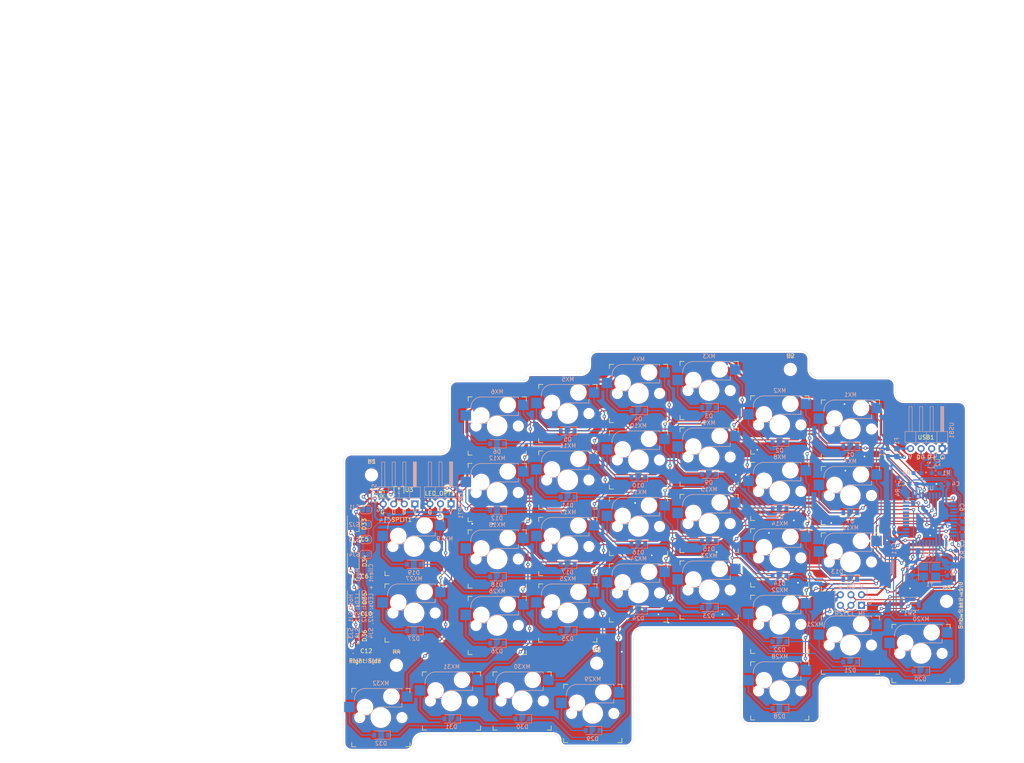
<source format=kicad_pcb>
(kicad_pcb (version 20171130) (host pcbnew 5.1.5+dfsg1-2build2)
  (layers (0 F.Cu signal) (31 B.Cu signal) (34 B.Paste user) (35 F.Paste user) (36 B.SilkS user) (37 F.SilkS user) (38 B.Mask user) (39 F.Mask user) (44 Edge.Cuts user))
  (net 0 "")
  (net 1 GND)
  (net 2 VCC)
  (net 3 "Net-(C7-Pad1)")
  (net 4 "Net-(C8-Pad1)")
  (net 5 "Net-(C9-Pad1)")
  (net 6 "Net-(D1-Pad2)")
  (net 7 row4)
  (net 8 "Net-(D2-Pad2)")
  (net 9 row0)
  (net 10 "Net-(D3-Pad2)")
  (net 11 row1)
  (net 12 "Net-(D4-Pad2)")
  (net 13 "Net-(D5-Pad2)")
  (net 14 row3)
  (net 15 "Net-(D6-Pad2)")
  (net 16 "Net-(D7-Pad2)")
  (net 17 "Net-(D8-Pad2)")
  (net 18 "Net-(D9-Pad2)")
  (net 19 "Net-(D10-Pad2)")
  (net 20 "Net-(D11-Pad2)")
  (net 21 "Net-(D12-Pad2)")
  (net 22 "Net-(D13-Pad2)")
  (net 23 "Net-(D14-Pad2)")
  (net 24 "Net-(D15-Pad2)")
  (net 25 "Net-(D16-Pad2)")
  (net 26 "Net-(D17-Pad2)")
  (net 27 "Net-(D18-Pad2)")
  (net 28 "Net-(D19-Pad2)")
  (net 29 "Net-(D20-Pad2)")
  (net 30 "Net-(D21-Pad2)")
  (net 31 "Net-(D22-Pad2)")
  (net 32 "Net-(D23-Pad2)")
  (net 33 "Net-(D24-Pad2)")
  (net 34 "Net-(D25-Pad2)")
  (net 35 "Net-(D26-Pad2)")
  (net 36 "Net-(D27-Pad2)")
  (net 37 "Net-(D28-Pad2)")
  (net 38 "Net-(D29-Pad2)")
  (net 39 "Net-(D30-Pad2)")
  (net 40 "Net-(D31-Pad2)")
  (net 41 "Net-(D32-Pad2)")
  (net 42 "Net-(D33-Pad1)")
  (net 43 "Net-(D33-Pad3)")
  (net 44 "Net-(D34-Pad1)")
  (net 45 "Net-(D35-Pad1)")
  (net 46 LED_OUT)
  (net 47 "Net-(F1-Pad1)")
  (net 48 D+)
  (net 49 D-)
  (net 50 SPLIT_DATA)
  (net 51 col0)
  (net 52 col1)
  (net 53 col2)
  (net 54 col3)
  (net 55 col4)
  (net 56 col5)
  (net 57 col6)
  (net 58 "Net-(R1-Pad1)")
  (net 59 "Net-(R2-Pad1)")
  (net 60 "Net-(R4-Pad2)")
  (net 61 LED_DATA)
  (net 62 "Net-(U1-Pad32)")
  (net 63 "Net-(U1-Pad31)")
  (net 64 "Net-(U1-Pad30)")
  (net 65 "Net-(U1-Pad29)")
  (net 66 "Net-(U1-Pad28)")
  (net 67 "Net-(U1-Pad27)")
  (net 68 "Net-(U1-Pad26)")
  (net 69 "Net-(U1-Pad25)")
  (net 70 "Net-(U1-Pad18)")
  (net 71 "Net-(U1-Pad42)")
  (net 72 LED_OPT)
  (net 73 "Net-(D36-Pad1)")
  (net 74 "Net-(R5-Pad1)")
  (net 75 SCK)
  (net 76 RESET)
  (net 77 MOSI)
  (net 78 MISO)
  (module Connector_PinHeader_2.54mm:PinHeader_2x03_P2.54mm_Vertical (layer B.Cu) (at 204.47 112.522 90)
    (fp_text reference ISP (at 1.27 2.33 270) (layer B.SilkS) (effects (justify mirror)))
    (fp_text value AVR-ISP-6)
    (pad 6 thru_hole oval (at 2.54 -5.08 90) (size 1.7 1.7) (drill 1) (layers *.Cu *.Mask) (net 1 GND))
    (pad 5 thru_hole oval (at 0 -5.08 90) (size 1.7 1.7) (drill 1) (layers *.Cu *.Mask) (net 76 RESET))
    (pad 4 thru_hole oval (at 2.54 -2.54 90) (size 1.7 1.7) (drill 1) (layers *.Cu *.Mask) (net 77 MOSI))
    (pad 3 thru_hole oval (at 0 -2.54 90) (size 1.7 1.7) (drill 1) (layers *.Cu *.Mask) (net 75 SCK))
    (pad 2 thru_hole oval (at 2.54 0 90) (size 1.7 1.7) (drill 1) (layers *.Cu *.Mask) (net 2 VCC))
    (pad 1 thru_hole rect (at 0 0 90) (size 1.7 1.7) (drill 1) (layers *.Cu *.Mask) (net 78 MISO))
  )
  (module "" (layer F.Cu) (at 120.4 -32.9)
    (fp_text reference "" (at 100.2 101.7) (layer F.SilkS) (effects (font (size 1.27 1.27))))
    (fp_text value "" (at 100.2 101.7) (layer F.SilkS) (effects (font (size 1.27 1.27))))
    (fp_text user USB1 (at 99.6 105) (layer F.SilkS))
  )
  (module "" (layer B.Cu) (at 100.2 101.7 180)
    (fp_text reference "" (at -2.6 18.1) (layer B.SilkS) (effects (font (size 1.27 1.27)) (justify mirror)))
    (fp_text value "" (at -2.6 18.1) (layer B.SilkS) (effects (font (size 1.27 1.27)) (justify mirror)))
    (fp_text user LED_OPT1 (at -2.8 16.1) (layer F.SilkS))
  )
  (module "" (layer F.Cu) (at -2.6 -18.1)
    (fp_text reference "" (at 85.15 100.3) (layer F.SilkS) (effects (font (size 1.27 1.27))))
    (fp_text value "" (at 85.15 100.3) (layer F.SilkS) (effects (font (size 1.27 1.27))))
    (fp_text user SPLIT1 (at 96.4 110 180) (layer F.SilkS))
  )
  (module Jumper:SolderJumper-2_P1.3mm_Open_RoundedPad1.0x1.5mm (layer B.Cu) (at 85.15 100.3 180)
    (fp_text reference SJ4 (at 2.75 0) (layer B.SilkS) (effects (justify mirror)))
    (fp_text value SolderJumper)
    (pad 2 smd custom (at 0.65 0 180) (size 1 0.5) (layers B.Cu B.Mask) (net 73 "Net-(D36-Pad1)") (options (clearance outline) (anchor rect)) (primitives (gr_circle (center 0 -0.25) (end 0.5 -0.25) (width 0)) (gr_circle (center 0 0.25) (end 0.5 0.25) (width 0)) (gr_poly (pts (xy 0 0.75) (xy -0.5 0.75) (xy -0.5 -0.75) (xy 0 -0.75)) (width 0))))
    (pad 1 smd custom (at -0.65 0 180) (size 1 0.5) (layers B.Cu B.Mask) (net 72 LED_OPT) (options (clearance outline) (anchor rect)) (primitives (gr_circle (center 0 -0.25) (end 0.5 -0.25) (width 0)) (gr_circle (center 0 0.25) (end 0.5 0.25) (width 0)) (gr_poly (pts (xy 0 0.75) (xy 0.5 0.75) (xy 0.5 -0.75) (xy 0 -0.75)) (width 0))))
  )
  (module Jumper:SolderJumper-2_P1.3mm_Open_RoundedPad1.0x1.5mm (layer B.Cu) (at 85.15 96.7)
    (fp_text reference SJ3 (at -2.75 0) (layer B.SilkS) (effects (justify mirror)))
    (fp_text value SolderJumper)
    (pad 2 smd custom (at 0.65 0) (size 1 0.5) (layers B.Cu B.Mask) (net 46 LED_OUT) (options (clearance outline) (anchor rect)) (primitives (gr_circle (center 0 -0.25) (end 0.5 -0.25) (width 0)) (gr_circle (center 0 0.25) (end 0.5 0.25) (width 0)) (gr_poly (pts (xy 0 0.75) (xy -0.5 0.75) (xy -0.5 -0.75) (xy 0 -0.75)) (width 0))))
    (pad 1 smd custom (at -0.65 0) (size 1 0.5) (layers B.Cu B.Mask) (net 73 "Net-(D36-Pad1)") (options (clearance outline) (anchor rect)) (primitives (gr_circle (center 0 -0.25) (end 0.5 -0.25) (width 0)) (gr_circle (center 0 0.25) (end 0.5 0.25) (width 0)) (gr_poly (pts (xy 0 0.75) (xy 0.5 0.75) (xy 0.5 -0.75) (xy 0 -0.75)) (width 0))))
  )
  (module Jumper:SolderJumper-2_P1.3mm_Open_RoundedPad1.0x1.5mm (layer B.Cu) (at 85.15 93.1)
    (fp_text reference SJ2 (at -2.75 0) (layer B.SilkS) (effects (justify mirror)))
    (fp_text value SolderJumper)
    (pad 2 smd custom (at 0.65 0) (size 1 0.5) (layers B.Cu B.Mask) (net 46 LED_OUT) (options (clearance outline) (anchor rect)) (primitives (gr_circle (center 0 -0.25) (end 0.5 -0.25) (width 0)) (gr_circle (center 0 0.25) (end 0.5 0.25) (width 0)) (gr_poly (pts (xy 0 0.75) (xy -0.5 0.75) (xy -0.5 -0.75) (xy 0 -0.75)) (width 0))))
    (pad 1 smd custom (at -0.65 0) (size 1 0.5) (layers B.Cu B.Mask) (net 43 "Net-(D33-Pad3)") (options (clearance outline) (anchor rect)) (primitives (gr_circle (center 0 -0.25) (end 0.5 -0.25) (width 0)) (gr_circle (center 0 0.25) (end 0.5 0.25) (width 0)) (gr_poly (pts (xy 0 0.75) (xy 0.5 0.75) (xy 0.5 -0.75) (xy 0 -0.75)) (width 0))))
  )
  (module Jumper:SolderJumper-2_P1.3mm_Open_RoundedPad1.0x1.5mm (layer B.Cu) (at 85.15 89.5 180)
    (fp_text reference SJ1 (at 2.75 0.6 180) (layer B.SilkS) (effects (justify mirror)))
    (fp_text value SolderJumper)
    (pad 2 smd custom (at 0.65 0 180) (size 1 0.5) (layers B.Cu B.Mask) (net 43 "Net-(D33-Pad3)") (options (clearance outline) (anchor rect)) (primitives (gr_circle (center 0 -0.25) (end 0.5 -0.25) (width 0)) (gr_circle (center 0 0.25) (end 0.5 0.25) (width 0)) (gr_poly (pts (xy 0 0.75) (xy -0.5 0.75) (xy -0.5 -0.75) (xy 0 -0.75)) (width 0))))
    (pad 1 smd custom (at -0.65 0 180) (size 1 0.5) (layers B.Cu B.Mask) (net 74 "Net-(R5-Pad1)") (options (clearance outline) (anchor rect)) (primitives (gr_circle (center 0 -0.25) (end 0.5 -0.25) (width 0)) (gr_circle (center 0 0.25) (end 0.5 0.25) (width 0)) (gr_poly (pts (xy 0 0.75) (xy 0.5 0.75) (xy 0.5 -0.75) (xy 0 -0.75)) (width 0))))
  )
  (module Capacitor_SMD:C_0603_1608Metric_Pad1.08x0.95mm_HandSolder (layer B.Cu) (at 89.9 90.7 180)
    (fp_text reference C14 (at 0.1 -1.4 180) (layer B.SilkS) (effects (justify mirror)))
    (fp_text value 10uf)
    (pad 2 smd roundrect (at 0.8625 0 180) (size 1.075 0.95) (layers B.Cu B.Paste B.Mask) (net 1 GND))
    (pad 1 smd roundrect (at -0.8625 0 180) (size 1.075 0.95) (layers B.Cu B.Paste B.Mask) (net 2 VCC))
  )
  (module Button_Switch_SMD:SW_Push_SPST_NO_Alps_SKRK (layer B.Cu) (at 216.15 112.15)
    (fp_text reference SW1 (at 0 2.25) (layer B.SilkS) (effects (justify mirror)))
    (fp_text value SW_Push)
    (pad 1 smd roundrect (at -2.1 0) (size 0.8 2) (layers B.Cu B.Paste B.Mask) (net 1 GND))
    (pad 2 smd roundrect (at 2.1 0) (size 0.8 2) (layers B.Cu B.Paste B.Mask) (net 76 RESET))
  )
  (module footprints:TPD2E2U06DCKR (layer F.Cu) (at 93.139999 84.73)
    (fp_text reference U3 (at 2.450001 0) (layer F.SilkS))
    (fp_text value " " (at 1.150001 -2) (layer F.SilkS))
    (fp_text user * (at 0 0) (layer F.SilkS))
    (pad 3 smd rect (at 0 -0.9652) (size 0.3556 1.1684) (layers F.Cu F.Paste F.Mask) (net 1 GND))
    (pad 2 smd rect (at 0.649999 0.9652) (size 0.3556 1.1684) (layers F.Cu F.Paste F.Mask) (net 50 SPLIT_DATA))
    (pad 1 smd rect (at -0.649999 0.9652) (size 0.3556 1.1684) (layers F.Cu F.Paste F.Mask) (net 46 LED_OUT))
  )
  (module footprints:TPD2E2U06DCKR (layer B.Cu) (at 221.2 78.2 90)
    (fp_text reference U2 (at 0 1.7 90) (layer B.SilkS) (effects (justify mirror)))
    (fp_text value " " (at 0 0 90) (layer B.SilkS) (effects (justify mirror)))
    (fp_text user * (at 0 0 90) (layer B.SilkS) (effects (justify mirror)))
    (pad 3 smd rect (at 0 0.9652 90) (size 0.3556 1.1684) (layers B.Cu B.Paste B.Mask) (net 1 GND))
    (pad 2 smd rect (at 0.649999 -0.9652 90) (size 0.3556 1.1684) (layers B.Cu B.Paste B.Mask) (net 49 D-))
    (pad 1 smd rect (at -0.649999 -0.9652 90) (size 0.3556 1.1684) (layers B.Cu B.Paste B.Mask) (net 48 D+))
  )
  (module MountingHole:MountingHole_2.2mm_M2 (layer B.Cu) (at 140.75 126.45 180)
    (fp_text reference H5 (at 0 3.2) (layer B.SilkS) (effects (justify mirror)))
    (fp_text value MountingHole)
    (pad 1 np_thru_hole circle (at 0 0 180) (size 2.2 2.2) (drill 2.2) (layers *.Cu *.Mask))
  )
  (module MountingHole:MountingHole_2.2mm_M2 (layer B.Cu) (at 92.55 126.95 180)
    (fp_text reference H4 (at 0 3.2) (layer B.SilkS) (effects (justify mirror)))
    (fp_text value MountingHole)
    (pad 1 np_thru_hole circle (at 0 0 180) (size 2.2 2.2) (drill 2.2) (layers *.Cu *.Mask))
  )
  (module MountingHole:MountingHole_2.2mm_M2 (layer B.Cu) (at 224.95 111.55 180)
    (fp_text reference H3 (at 0 3.2) (layer B.SilkS) (effects (justify mirror)))
    (fp_text value MountingHole)
    (pad 1 np_thru_hole circle (at 0 0 180) (size 2.2 2.2) (drill 2.2) (layers *.Cu *.Mask))
  )
  (module MountingHole:MountingHole_2.2mm_M2 (layer B.Cu) (at 187.35 55.75 180)
    (fp_text reference H2 (at 0 3.2) (layer B.SilkS) (effects (justify mirror)))
    (fp_text value MountingHole)
    (pad 1 np_thru_hole circle (at 0 0 180) (size 2.2 2.2) (drill 2.2) (layers *.Cu *.Mask))
  )
  (module MountingHole:MountingHole_2.2mm_M2 (layer B.Cu) (at 86.55 81.15 180)
    (fp_text reference H1 (at 0 3.2) (layer B.SilkS) (effects (justify mirror)))
    (fp_text value MountingHole)
    (pad 1 np_thru_hole circle (at 0 0 180) (size 2.2 2.2) (drill 2.2) (layers *.Cu *.Mask))
  )
  (module Crystal:Crystal_SMD_3225-4Pin_3.2x2.5mm_HandSoldering (layer B.Cu) (at 220.88 104.42)
    (fp_text reference Y1 (at 0.02 3.08 180) (layer B.SilkS) (effects (justify mirror)))
    (fp_text value 16MHz)
    (pad 4 smd rect (at -1.45 1.15) (size 2.1 1.8) (layers B.Cu B.Paste B.Mask) (net 1 GND))
    (pad 3 smd rect (at 1.45 1.15) (size 2.1 1.8) (layers B.Cu B.Paste B.Mask) (net 4 "Net-(C8-Pad1)"))
    (pad 2 smd rect (at 1.45 -1.15) (size 2.1 1.8) (layers B.Cu B.Paste B.Mask) (net 1 GND))
    (pad 1 smd rect (at -1.45 -1.15) (size 2.1 1.8) (layers B.Cu B.Paste B.Mask) (net 3 "Net-(C7-Pad1)"))
  )
  (module Package_QFP:TQFP-44_10x10mm_P0.8mm (layer B.Cu) (at 220.88 91.79 180)
    (fp_text reference U1 (at 0 7.45 180) (layer B.SilkS) (effects (justify mirror)))
    (fp_text value ATmega32U4RC-AU)
    (pad 44 smd rect (at -4 5.7 90) (size 1.5 0.55) (layers B.Cu B.Paste B.Mask) (net 2 VCC))
    (pad 43 smd rect (at -3.2 5.7 90) (size 1.5 0.55) (layers B.Cu B.Paste B.Mask) (net 1 GND))
    (pad 42 smd rect (at -2.4 5.7 90) (size 1.5 0.55) (layers B.Cu B.Paste B.Mask) (net 71 "Net-(U1-Pad42)"))
    (pad 41 smd rect (at -1.6 5.7 90) (size 1.5 0.55) (layers B.Cu B.Paste B.Mask) (net 53 col2))
    (pad 40 smd rect (at -0.8 5.7 90) (size 1.5 0.55) (layers B.Cu B.Paste B.Mask) (net 54 col3))
    (pad 39 smd rect (at 0 5.7 90) (size 1.5 0.55) (layers B.Cu B.Paste B.Mask) (net 55 col4))
    (pad 38 smd rect (at 0.8 5.7 90) (size 1.5 0.55) (layers B.Cu B.Paste B.Mask) (net 56 col5))
    (pad 37 smd rect (at 1.6 5.7 90) (size 1.5 0.55) (layers B.Cu B.Paste B.Mask) (net 57 col6))
    (pad 36 smd rect (at 2.4 5.7 90) (size 1.5 0.55) (layers B.Cu B.Paste B.Mask) (net 9 row0))
    (pad 35 smd rect (at 3.2 5.7 90) (size 1.5 0.55) (layers B.Cu B.Paste B.Mask) (net 1 GND))
    (pad 34 smd rect (at 4 5.7 90) (size 1.5 0.55) (layers B.Cu B.Paste B.Mask) (net 2 VCC))
    (pad 33 smd rect (at 5.7 4 180) (size 1.5 0.55) (layers B.Cu B.Paste B.Mask) (net 60 "Net-(R4-Pad2)"))
    (pad 32 smd rect (at 5.7 3.2 180) (size 1.5 0.55) (layers B.Cu B.Paste B.Mask) (net 62 "Net-(U1-Pad32)"))
    (pad 31 smd rect (at 5.7 2.4 180) (size 1.5 0.55) (layers B.Cu B.Paste B.Mask) (net 63 "Net-(U1-Pad31)"))
    (pad 30 smd rect (at 5.7 1.6 180) (size 1.5 0.55) (layers B.Cu B.Paste B.Mask) (net 64 "Net-(U1-Pad30)"))
    (pad 29 smd rect (at 5.7 0.8 180) (size 1.5 0.55) (layers B.Cu B.Paste B.Mask) (net 65 "Net-(U1-Pad29)"))
    (pad 28 smd rect (at 5.7 0 180) (size 1.5 0.55) (layers B.Cu B.Paste B.Mask) (net 66 "Net-(U1-Pad28)"))
    (pad 27 smd rect (at 5.7 -0.8 180) (size 1.5 0.55) (layers B.Cu B.Paste B.Mask) (net 67 "Net-(U1-Pad27)"))
    (pad 26 smd rect (at 5.7 -1.6 180) (size 1.5 0.55) (layers B.Cu B.Paste B.Mask) (net 68 "Net-(U1-Pad26)"))
    (pad 25 smd rect (at 5.7 -2.4 180) (size 1.5 0.55) (layers B.Cu B.Paste B.Mask) (net 69 "Net-(U1-Pad25)"))
    (pad 24 smd rect (at 5.7 -3.2 180) (size 1.5 0.55) (layers B.Cu B.Paste B.Mask) (net 2 VCC))
    (pad 23 smd rect (at 5.7 -4 180) (size 1.5 0.55) (layers B.Cu B.Paste B.Mask) (net 1 GND))
    (pad 22 smd rect (at 4 -5.7 90) (size 1.5 0.55) (layers B.Cu B.Paste B.Mask) (net 7 row4))
    (pad 21 smd rect (at 3.2 -5.7 90) (size 1.5 0.55) (layers B.Cu B.Paste B.Mask) (net 61 LED_DATA))
    (pad 20 smd rect (at 2.4 -5.7 90) (size 1.5 0.55) (layers B.Cu B.Paste B.Mask) (net 14 row3))
    (pad 19 smd rect (at 1.6 -5.7 90) (size 1.5 0.55) (layers B.Cu B.Paste B.Mask) (net 50 SPLIT_DATA))
    (pad 18 smd rect (at 0.8 -5.7 90) (size 1.5 0.55) (layers B.Cu B.Paste B.Mask) (net 70 "Net-(U1-Pad18)"))
    (pad 17 smd rect (at 0 -5.7 90) (size 1.5 0.55) (layers B.Cu B.Paste B.Mask) (net 3 "Net-(C7-Pad1)"))
    (pad 16 smd rect (at -0.8 -5.7 90) (size 1.5 0.55) (layers B.Cu B.Paste B.Mask) (net 4 "Net-(C8-Pad1)"))
    (pad 15 smd rect (at -1.6 -5.7 90) (size 1.5 0.55) (layers B.Cu B.Paste B.Mask) (net 1 GND))
    (pad 14 smd rect (at -2.4 -5.7 90) (size 1.5 0.55) (layers B.Cu B.Paste B.Mask) (net 2 VCC))
    (pad 13 smd rect (at -3.2 -5.7 90) (size 1.5 0.55) (layers B.Cu B.Paste B.Mask) (net 76 RESET))
    (pad 12 smd rect (at -4 -5.7 90) (size 1.5 0.55) (layers B.Cu B.Paste B.Mask) (net 51 col0))
    (pad 11 smd rect (at -5.7 -4 180) (size 1.5 0.55) (layers B.Cu B.Paste B.Mask) (net 78 MISO))
    (pad 10 smd rect (at -5.7 -3.2 180) (size 1.5 0.55) (layers B.Cu B.Paste B.Mask) (net 77 MOSI))
    (pad 9 smd rect (at -5.7 -2.4 180) (size 1.5 0.55) (layers B.Cu B.Paste B.Mask) (net 75 SCK))
    (pad 8 smd rect (at -5.7 -1.6 180) (size 1.5 0.55) (layers B.Cu B.Paste B.Mask) (net 11 row1))
    (pad 7 smd rect (at -5.7 -0.8 180) (size 1.5 0.55) (layers B.Cu B.Paste B.Mask) (net 2 VCC))
    (pad 6 smd rect (at -5.7 0 180) (size 1.5 0.55) (layers B.Cu B.Paste B.Mask) (net 5 "Net-(C9-Pad1)"))
    (pad 5 smd rect (at -5.7 0.8 180) (size 1.5 0.55) (layers B.Cu B.Paste B.Mask) (net 1 GND))
    (pad 4 smd rect (at -5.7 1.6 180) (size 1.5 0.55) (layers B.Cu B.Paste B.Mask) (net 58 "Net-(R1-Pad1)"))
    (pad 3 smd rect (at -5.7 2.4 180) (size 1.5 0.55) (layers B.Cu B.Paste B.Mask) (net 59 "Net-(R2-Pad1)"))
    (pad 2 smd rect (at -5.7 3.2 180) (size 1.5 0.55) (layers B.Cu B.Paste B.Mask) (net 2 VCC))
    (pad 1 smd rect (at -5.7 4 180) (size 1.5 0.55) (layers B.Cu B.Paste B.Mask) (net 52 col1))
  )
  (module Resistor_SMD:R_0603_1608Metric_Pad0.98x0.95mm_HandSolder (layer F.Cu) (at 86.9 85.2)
    (fp_text reference R5 (at 2.2625 0.5 270) (layer F.SilkS))
    (fp_text value 470)
    (pad 2 smd roundrect (at 0.9125 0) (size 0.975 0.95) (layers F.Cu F.Paste F.Mask) (net 61 LED_DATA))
    (pad 1 smd roundrect (at -0.9125 0) (size 0.975 0.95) (layers F.Cu F.Paste F.Mask) (net 74 "Net-(R5-Pad1)"))
  )
  (module Resistor_SMD:R_0603_1608Metric_Pad0.98x0.95mm_HandSolder (layer B.Cu) (at 213.2 82.7 270)
    (fp_text reference R4 (at 2.7 0 90) (layer B.SilkS) (effects (justify mirror)))
    (fp_text value 10k)
    (pad 2 smd roundrect (at 0.9125 0 270) (size 0.975 0.95) (layers B.Cu B.Paste B.Mask) (net 60 "Net-(R4-Pad2)"))
    (pad 1 smd roundrect (at -0.9125 0 270) (size 0.975 0.95) (layers B.Cu B.Paste B.Mask) (net 1 GND))
  )
  (module Resistor_SMD:R_0603_1608Metric_Pad0.98x0.95mm_HandSolder (layer B.Cu) (at 227.2 100.3 270)
    (fp_text reference R3 (at 0 -1.6 270) (layer B.SilkS) (effects (justify mirror)))
    (fp_text value 10k)
    (pad 1 smd roundrect (at -0.9125 0 270) (size 0.975 0.95) (layers B.Cu B.Paste B.Mask) (net 76 RESET))
    (pad 2 smd roundrect (at 0.9125 0 270) (size 0.975 0.95) (layers B.Cu B.Paste B.Mask) (net 2 VCC))
  )
  (module Resistor_SMD:R_0603_1608Metric_Pad0.98x0.95mm_HandSolder (layer B.Cu) (at 217.9 80.7)
    (fp_text reference R2 (at -2.6 -0.0125) (layer B.SilkS) (effects (justify mirror)))
    (fp_text value 22)
    (pad 2 smd roundrect (at 0.9125 0) (size 0.975 0.95) (layers B.Cu B.Paste B.Mask) (net 49 D-))
    (pad 1 smd roundrect (at -0.9125 0) (size 0.975 0.95) (layers B.Cu B.Paste B.Mask) (net 59 "Net-(R2-Pad1)"))
  )
  (module Resistor_SMD:R_0603_1608Metric_Pad0.98x0.95mm_HandSolder (layer B.Cu) (at 222.3 80.7 180)
    (fp_text reference R1 (at -2.6 0 180) (layer B.SilkS) (effects (justify mirror)))
    (fp_text value 22)
    (pad 2 smd roundrect (at 0.9125 0 180) (size 0.975 0.95) (layers B.Cu B.Paste B.Mask) (net 48 D+))
    (pad 1 smd roundrect (at -0.9125 0 180) (size 0.975 0.95) (layers B.Cu B.Paste B.Mask) (net 58 "Net-(R1-Pad1)"))
  )
  (module keyswitches:Kailh_socket_MX (layer F.Cu) (at 88.8 139.54)
    (fp_text reference MX32 (at 0 -8.255) (layer B.SilkS) (effects (justify mirror)))
    (fp_text value MX-NoLED)
    (pad 1 smd rect (at 6.29 -5.08) (size 2.55 2.5) (layers B.Cu B.Paste B.Mask) (net 57 col6))
    (pad "" np_thru_hole circle (at 2.54 -5.08) (size 3 3) (drill 3) (layers *.Cu *.Mask))
    (pad "" np_thru_hole circle (at -3.81 -2.54) (size 3 3) (drill 3) (layers *.Cu *.Mask))
    (pad "" np_thru_hole circle (at 0 0) (size 3.9878 3.9878) (drill 3.9878) (layers *.Cu *.Mask))
    (pad "" np_thru_hole circle (at 5.08 0) (size 1.7018 1.7018) (drill 1.7018) (layers *.Cu *.Mask))
    (pad "" np_thru_hole circle (at -5.08 0) (size 1.7018 1.7018) (drill 1.7018) (layers *.Cu *.Mask))
    (pad 2 smd rect (at -7.56 -2.54) (size 2.55 2.5) (layers B.Cu B.Paste B.Mask) (net 41 "Net-(D32-Pad2)"))
  )
  (module keyswitches:Kailh_socket_MX (layer F.Cu) (at 105.8 135.54)
    (fp_text reference MX31 (at 0 -8.255) (layer B.SilkS) (effects (justify mirror)))
    (fp_text value MX-NoLED)
    (pad 1 smd rect (at 6.29 -5.08) (size 2.55 2.5) (layers B.Cu B.Paste B.Mask) (net 56 col5))
    (pad "" np_thru_hole circle (at 2.54 -5.08) (size 3 3) (drill 3) (layers *.Cu *.Mask))
    (pad "" np_thru_hole circle (at -3.81 -2.54) (size 3 3) (drill 3) (layers *.Cu *.Mask))
    (pad "" np_thru_hole circle (at 0 0) (size 3.9878 3.9878) (drill 3.9878) (layers *.Cu *.Mask))
    (pad "" np_thru_hole circle (at 5.08 0) (size 1.7018 1.7018) (drill 1.7018) (layers *.Cu *.Mask))
    (pad "" np_thru_hole circle (at -5.08 0) (size 1.7018 1.7018) (drill 1.7018) (layers *.Cu *.Mask))
    (pad 2 smd rect (at -7.56 -2.54) (size 2.55 2.5) (layers B.Cu B.Paste B.Mask) (net 40 "Net-(D31-Pad2)"))
  )
  (module keyswitches:Kailh_socket_MX (layer F.Cu) (at 122.8 135.54)
    (fp_text reference MX30 (at 0 -8.255) (layer B.SilkS) (effects (justify mirror)))
    (fp_text value MX-NoLED)
    (pad 1 smd rect (at 6.29 -5.08) (size 2.55 2.5) (layers B.Cu B.Paste B.Mask) (net 55 col4))
    (pad "" np_thru_hole circle (at 2.54 -5.08) (size 3 3) (drill 3) (layers *.Cu *.Mask))
    (pad "" np_thru_hole circle (at -3.81 -2.54) (size 3 3) (drill 3) (layers *.Cu *.Mask))
    (pad "" np_thru_hole circle (at 0 0) (size 3.9878 3.9878) (drill 3.9878) (layers *.Cu *.Mask))
    (pad "" np_thru_hole circle (at 5.08 0) (size 1.7018 1.7018) (drill 1.7018) (layers *.Cu *.Mask))
    (pad "" np_thru_hole circle (at -5.08 0) (size 1.7018 1.7018) (drill 1.7018) (layers *.Cu *.Mask))
    (pad 2 smd rect (at -7.56 -2.54) (size 2.55 2.5) (layers B.Cu B.Paste B.Mask) (net 39 "Net-(D30-Pad2)"))
  )
  (module keyswitches:Kailh_socket_MX (layer F.Cu) (at 139.8 138.54)
    (fp_text reference MX29 (at 0 -8.255) (layer B.SilkS) (effects (justify mirror)))
    (fp_text value MX-NoLED)
    (pad 1 smd rect (at 6.29 -5.08) (size 2.55 2.5) (layers B.Cu B.Paste B.Mask) (net 54 col3))
    (pad "" np_thru_hole circle (at 2.54 -5.08) (size 3 3) (drill 3) (layers *.Cu *.Mask))
    (pad "" np_thru_hole circle (at -3.81 -2.54) (size 3 3) (drill 3) (layers *.Cu *.Mask))
    (pad "" np_thru_hole circle (at 0 0) (size 3.9878 3.9878) (drill 3.9878) (layers *.Cu *.Mask))
    (pad "" np_thru_hole circle (at 5.08 0) (size 1.7018 1.7018) (drill 1.7018) (layers *.Cu *.Mask))
    (pad "" np_thru_hole circle (at -5.08 0) (size 1.7018 1.7018) (drill 1.7018) (layers *.Cu *.Mask))
    (pad 2 smd rect (at -7.56 -2.54) (size 2.55 2.5) (layers B.Cu B.Paste B.Mask) (net 38 "Net-(D29-Pad2)"))
  )
  (module keyswitches:Kailh_socket_MX (layer F.Cu) (at 184.8 133.1)
    (fp_text reference MX28 (at 0 -8.255) (layer B.SilkS) (effects (justify mirror)))
    (fp_text value MX-NoLED)
    (pad 1 smd rect (at 6.29 -5.08) (size 2.55 2.5) (layers B.Cu B.Paste B.Mask) (net 52 col1))
    (pad "" np_thru_hole circle (at 2.54 -5.08) (size 3 3) (drill 3) (layers *.Cu *.Mask))
    (pad "" np_thru_hole circle (at -3.81 -2.54) (size 3 3) (drill 3) (layers *.Cu *.Mask))
    (pad "" np_thru_hole circle (at 0 0) (size 3.9878 3.9878) (drill 3.9878) (layers *.Cu *.Mask))
    (pad "" np_thru_hole circle (at 5.08 0) (size 1.7018 1.7018) (drill 1.7018) (layers *.Cu *.Mask))
    (pad "" np_thru_hole circle (at -5.08 0) (size 1.7018 1.7018) (drill 1.7018) (layers *.Cu *.Mask))
    (pad 2 smd rect (at -7.56 -2.54) (size 2.55 2.5) (layers B.Cu B.Paste B.Mask) (net 37 "Net-(D28-Pad2)"))
  )
  (module keyswitches:Kailh_socket_MX (layer F.Cu) (at 96.8 114.37)
    (fp_text reference MX27 (at 0 -8.255) (layer B.SilkS) (effects (justify mirror)))
    (fp_text value MX-NoLED)
    (pad 1 smd rect (at 6.29 -5.08) (size 2.55 2.5) (layers B.Cu B.Paste B.Mask) (net 57 col6))
    (pad "" np_thru_hole circle (at 2.54 -5.08) (size 3 3) (drill 3) (layers *.Cu *.Mask))
    (pad "" np_thru_hole circle (at -3.81 -2.54) (size 3 3) (drill 3) (layers *.Cu *.Mask))
    (pad "" np_thru_hole circle (at 0 0) (size 3.9878 3.9878) (drill 3.9878) (layers *.Cu *.Mask))
    (pad "" np_thru_hole circle (at 5.08 0) (size 1.7018 1.7018) (drill 1.7018) (layers *.Cu *.Mask))
    (pad "" np_thru_hole circle (at -5.08 0) (size 1.7018 1.7018) (drill 1.7018) (layers *.Cu *.Mask))
    (pad 2 smd rect (at -7.56 -2.54) (size 2.55 2.5) (layers B.Cu B.Paste B.Mask) (net 36 "Net-(D27-Pad2)"))
  )
  (module keyswitches:Kailh_socket_MX (layer F.Cu) (at 116.8 117.37)
    (fp_text reference MX26 (at 0 -8.255) (layer B.SilkS) (effects (justify mirror)))
    (fp_text value MX-NoLED)
    (pad 1 smd rect (at 6.29 -5.08) (size 2.55 2.5) (layers B.Cu B.Paste B.Mask) (net 56 col5))
    (pad "" np_thru_hole circle (at 2.54 -5.08) (size 3 3) (drill 3) (layers *.Cu *.Mask))
    (pad "" np_thru_hole circle (at -3.81 -2.54) (size 3 3) (drill 3) (layers *.Cu *.Mask))
    (pad "" np_thru_hole circle (at 0 0) (size 3.9878 3.9878) (drill 3.9878) (layers *.Cu *.Mask))
    (pad "" np_thru_hole circle (at 5.08 0) (size 1.7018 1.7018) (drill 1.7018) (layers *.Cu *.Mask))
    (pad "" np_thru_hole circle (at -5.08 0) (size 1.7018 1.7018) (drill 1.7018) (layers *.Cu *.Mask))
    (pad 2 smd rect (at -7.56 -2.54) (size 2.55 2.5) (layers B.Cu B.Paste B.Mask) (net 35 "Net-(D26-Pad2)"))
  )
  (module keyswitches:Kailh_socket_MX (layer F.Cu) (at 133.8 114.37)
    (fp_text reference MX25 (at 0 -8.255) (layer B.SilkS) (effects (justify mirror)))
    (fp_text value MX-NoLED)
    (pad 1 smd rect (at 6.29 -5.08) (size 2.55 2.5) (layers B.Cu B.Paste B.Mask) (net 55 col4))
    (pad "" np_thru_hole circle (at 2.54 -5.08) (size 3 3) (drill 3) (layers *.Cu *.Mask))
    (pad "" np_thru_hole circle (at -3.81 -2.54) (size 3 3) (drill 3) (layers *.Cu *.Mask))
    (pad "" np_thru_hole circle (at 0 0) (size 3.9878 3.9878) (drill 3.9878) (layers *.Cu *.Mask))
    (pad "" np_thru_hole circle (at 5.08 0) (size 1.7018 1.7018) (drill 1.7018) (layers *.Cu *.Mask))
    (pad "" np_thru_hole circle (at -5.08 0) (size 1.7018 1.7018) (drill 1.7018) (layers *.Cu *.Mask))
    (pad 2 smd rect (at -7.56 -2.54) (size 2.55 2.5) (layers B.Cu B.Paste B.Mask) (net 34 "Net-(D25-Pad2)"))
  )
  (module keyswitches:Kailh_socket_MX (layer F.Cu) (at 150.8 109.54)
    (fp_text reference MX24 (at 0 -8.255) (layer B.SilkS) (effects (justify mirror)))
    (fp_text value MX-NoLED)
    (pad 1 smd rect (at 6.29 -5.08) (size 2.55 2.5) (layers B.Cu B.Paste B.Mask) (net 54 col3))
    (pad "" np_thru_hole circle (at 2.54 -5.08) (size 3 3) (drill 3) (layers *.Cu *.Mask))
    (pad "" np_thru_hole circle (at -3.81 -2.54) (size 3 3) (drill 3) (layers *.Cu *.Mask))
    (pad "" np_thru_hole circle (at 0 0) (size 3.9878 3.9878) (drill 3.9878) (layers *.Cu *.Mask))
    (pad "" np_thru_hole circle (at 5.08 0) (size 1.7018 1.7018) (drill 1.7018) (layers *.Cu *.Mask))
    (pad "" np_thru_hole circle (at -5.08 0) (size 1.7018 1.7018) (drill 1.7018) (layers *.Cu *.Mask))
    (pad 2 smd rect (at -7.56 -2.54) (size 2.55 2.5) (layers B.Cu B.Paste B.Mask) (net 33 "Net-(D24-Pad2)"))
  )
  (module keyswitches:Kailh_socket_MX (layer F.Cu) (at 167.8 108.84)
    (fp_text reference MX23 (at 0 -8.255) (layer B.SilkS) (effects (justify mirror)))
    (fp_text value MX-NoLED)
    (pad 1 smd rect (at 6.29 -5.08) (size 2.55 2.5) (layers B.Cu B.Paste B.Mask) (net 53 col2))
    (pad "" np_thru_hole circle (at 2.54 -5.08) (size 3 3) (drill 3) (layers *.Cu *.Mask))
    (pad "" np_thru_hole circle (at -3.81 -2.54) (size 3 3) (drill 3) (layers *.Cu *.Mask))
    (pad "" np_thru_hole circle (at 0 0) (size 3.9878 3.9878) (drill 3.9878) (layers *.Cu *.Mask))
    (pad "" np_thru_hole circle (at 5.08 0) (size 1.7018 1.7018) (drill 1.7018) (layers *.Cu *.Mask))
    (pad "" np_thru_hole circle (at -5.08 0) (size 1.7018 1.7018) (drill 1.7018) (layers *.Cu *.Mask))
    (pad 2 smd rect (at -7.56 -2.54) (size 2.55 2.5) (layers B.Cu B.Paste B.Mask) (net 32 "Net-(D23-Pad2)"))
  )
  (module keyswitches:Kailh_socket_MX (layer F.Cu) (at 184.8 117.1)
    (fp_text reference MX22 (at 0 -8.255) (layer B.SilkS) (effects (justify mirror)))
    (fp_text value MX-NoLED)
    (pad 1 smd rect (at 6.29 -5.08) (size 2.55 2.5) (layers B.Cu B.Paste B.Mask) (net 52 col1))
    (pad "" np_thru_hole circle (at 2.54 -5.08) (size 3 3) (drill 3) (layers *.Cu *.Mask))
    (pad "" np_thru_hole circle (at -3.81 -2.54) (size 3 3) (drill 3) (layers *.Cu *.Mask))
    (pad "" np_thru_hole circle (at 0 0) (size 3.9878 3.9878) (drill 3.9878) (layers *.Cu *.Mask))
    (pad "" np_thru_hole circle (at 5.08 0) (size 1.7018 1.7018) (drill 1.7018) (layers *.Cu *.Mask))
    (pad "" np_thru_hole circle (at -5.08 0) (size 1.7018 1.7018) (drill 1.7018) (layers *.Cu *.Mask))
    (pad 2 smd rect (at -7.56 -2.54) (size 2.55 2.5) (layers B.Cu B.Paste B.Mask) (net 31 "Net-(D22-Pad2)"))
  )
  (module keyswitches:Kailh_socket_MX (layer F.Cu) (at 201.8 122.1)
    (fp_text reference MX21 (at -8.506 -5.006) (layer B.SilkS) (effects (justify mirror)))
    (fp_text value MX-NoLED)
    (pad 1 smd rect (at 6.29 -5.08) (size 2.55 2.5) (layers B.Cu B.Paste B.Mask) (net 51 col0))
    (pad "" np_thru_hole circle (at 2.54 -5.08) (size 3 3) (drill 3) (layers *.Cu *.Mask))
    (pad "" np_thru_hole circle (at -3.81 -2.54) (size 3 3) (drill 3) (layers *.Cu *.Mask))
    (pad "" np_thru_hole circle (at 0 0) (size 3.9878 3.9878) (drill 3.9878) (layers *.Cu *.Mask))
    (pad "" np_thru_hole circle (at 5.08 0) (size 1.7018 1.7018) (drill 1.7018) (layers *.Cu *.Mask))
    (pad "" np_thru_hole circle (at -5.08 0) (size 1.7018 1.7018) (drill 1.7018) (layers *.Cu *.Mask))
    (pad 2 smd rect (at -7.56 -2.54) (size 2.55 2.5) (layers B.Cu B.Paste B.Mask) (net 30 "Net-(D21-Pad2)"))
  )
  (module keyswitches:Kailh_socket_MX (layer F.Cu) (at 218.8 124.1)
    (fp_text reference MX20 (at 0 -8.255) (layer B.SilkS) (effects (justify mirror)))
    (fp_text value MX-NoLED)
    (pad 1 smd rect (at 6.29 -5.08) (size 2.55 2.5) (layers B.Cu B.Paste B.Mask) (net 51 col0))
    (pad "" np_thru_hole circle (at 2.54 -5.08) (size 3 3) (drill 3) (layers *.Cu *.Mask))
    (pad "" np_thru_hole circle (at -3.81 -2.54) (size 3 3) (drill 3) (layers *.Cu *.Mask))
    (pad "" np_thru_hole circle (at 0 0) (size 3.9878 3.9878) (drill 3.9878) (layers *.Cu *.Mask))
    (pad "" np_thru_hole circle (at 5.08 0) (size 1.7018 1.7018) (drill 1.7018) (layers *.Cu *.Mask))
    (pad "" np_thru_hole circle (at -5.08 0) (size 1.7018 1.7018) (drill 1.7018) (layers *.Cu *.Mask))
    (pad 2 smd rect (at -7.56 -2.54) (size 2.55 2.5) (layers B.Cu B.Paste B.Mask) (net 29 "Net-(D20-Pad2)"))
  )
  (module keyswitches:Kailh_socket_MX (layer F.Cu) (at 96.8 98.37)
    (fp_text reference MX19 (at 7.4 -1.87) (layer B.SilkS) (effects (justify mirror)))
    (fp_text value MX-NoLED)
    (pad 1 smd rect (at 6.29 -5.08) (size 2.55 2.5) (layers B.Cu B.Paste B.Mask) (net 57 col6))
    (pad "" np_thru_hole circle (at 2.54 -5.08) (size 3 3) (drill 3) (layers *.Cu *.Mask))
    (pad "" np_thru_hole circle (at -3.81 -2.54) (size 3 3) (drill 3) (layers *.Cu *.Mask))
    (pad "" np_thru_hole circle (at 0 0) (size 3.9878 3.9878) (drill 3.9878) (layers *.Cu *.Mask))
    (pad "" np_thru_hole circle (at 5.08 0) (size 1.7018 1.7018) (drill 1.7018) (layers *.Cu *.Mask))
    (pad "" np_thru_hole circle (at -5.08 0) (size 1.7018 1.7018) (drill 1.7018) (layers *.Cu *.Mask))
    (pad 2 smd rect (at -7.56 -2.54) (size 2.55 2.5) (layers B.Cu B.Paste B.Mask) (net 28 "Net-(D19-Pad2)"))
  )
  (module keyswitches:Kailh_socket_MX (layer F.Cu) (at 116.8 101.37)
    (fp_text reference MX18 (at 0 -8.255) (layer B.SilkS) (effects (justify mirror)))
    (fp_text value MX-NoLED)
    (pad 1 smd rect (at 6.29 -5.08) (size 2.55 2.5) (layers B.Cu B.Paste B.Mask) (net 56 col5))
    (pad "" np_thru_hole circle (at 2.54 -5.08) (size 3 3) (drill 3) (layers *.Cu *.Mask))
    (pad "" np_thru_hole circle (at -3.81 -2.54) (size 3 3) (drill 3) (layers *.Cu *.Mask))
    (pad "" np_thru_hole circle (at 0 0) (size 3.9878 3.9878) (drill 3.9878) (layers *.Cu *.Mask))
    (pad "" np_thru_hole circle (at 5.08 0) (size 1.7018 1.7018) (drill 1.7018) (layers *.Cu *.Mask))
    (pad "" np_thru_hole circle (at -5.08 0) (size 1.7018 1.7018) (drill 1.7018) (layers *.Cu *.Mask))
    (pad 2 smd rect (at -7.56 -2.54) (size 2.55 2.5) (layers B.Cu B.Paste B.Mask) (net 27 "Net-(D18-Pad2)"))
  )
  (module keyswitches:Kailh_socket_MX (layer F.Cu) (at 133.8 98.37)
    (fp_text reference MX17 (at 0 -8.255) (layer B.SilkS) (effects (justify mirror)))
    (fp_text value MX-NoLED)
    (pad 2 smd rect (at -7.56 -2.54) (size 2.55 2.5) (layers B.Cu B.Paste B.Mask) (net 26 "Net-(D17-Pad2)"))
    (pad "" np_thru_hole circle (at -5.08 0) (size 1.7018 1.7018) (drill 1.7018) (layers *.Cu *.Mask))
    (pad "" np_thru_hole circle (at 5.08 0) (size 1.7018 1.7018) (drill 1.7018) (layers *.Cu *.Mask))
    (pad "" np_thru_hole circle (at 0 0) (size 3.9878 3.9878) (drill 3.9878) (layers *.Cu *.Mask))
    (pad "" np_thru_hole circle (at -3.81 -2.54) (size 3 3) (drill 3) (layers *.Cu *.Mask))
    (pad "" np_thru_hole circle (at 2.54 -5.08) (size 3 3) (drill 3) (layers *.Cu *.Mask))
    (pad 1 smd rect (at 6.29 -5.08) (size 2.55 2.5) (layers B.Cu B.Paste B.Mask) (net 55 col4))
  )
  (module keyswitches:Kailh_socket_MX (layer F.Cu) (at 150.8 93.54)
    (fp_text reference MX16 (at 0 -8.255) (layer B.SilkS) (effects (justify mirror)))
    (fp_text value MX-NoLED)
    (pad 1 smd rect (at 6.29 -5.08) (size 2.55 2.5) (layers B.Cu B.Paste B.Mask) (net 54 col3))
    (pad "" np_thru_hole circle (at 2.54 -5.08) (size 3 3) (drill 3) (layers *.Cu *.Mask))
    (pad "" np_thru_hole circle (at -3.81 -2.54) (size 3 3) (drill 3) (layers *.Cu *.Mask))
    (pad "" np_thru_hole circle (at 0 0) (size 3.9878 3.9878) (drill 3.9878) (layers *.Cu *.Mask))
    (pad "" np_thru_hole circle (at 5.08 0) (size 1.7018 1.7018) (drill 1.7018) (layers *.Cu *.Mask))
    (pad "" np_thru_hole circle (at -5.08 0) (size 1.7018 1.7018) (drill 1.7018) (layers *.Cu *.Mask))
    (pad 2 smd rect (at -7.56 -2.54) (size 2.55 2.5) (layers B.Cu B.Paste B.Mask) (net 25 "Net-(D16-Pad2)"))
  )
  (module keyswitches:Kailh_socket_MX (layer F.Cu) (at 167.8 92.84)
    (fp_text reference MX15 (at 0 -8.255) (layer B.SilkS) (effects (justify mirror)))
    (fp_text value MX-NoLED)
    (pad 1 smd rect (at 6.29 -5.08) (size 2.55 2.5) (layers B.Cu B.Paste B.Mask) (net 53 col2))
    (pad "" np_thru_hole circle (at 2.54 -5.08) (size 3 3) (drill 3) (layers *.Cu *.Mask))
    (pad "" np_thru_hole circle (at -3.81 -2.54) (size 3 3) (drill 3) (layers *.Cu *.Mask))
    (pad "" np_thru_hole circle (at 0 0) (size 3.9878 3.9878) (drill 3.9878) (layers *.Cu *.Mask))
    (pad "" np_thru_hole circle (at 5.08 0) (size 1.7018 1.7018) (drill 1.7018) (layers *.Cu *.Mask))
    (pad "" np_thru_hole circle (at -5.08 0) (size 1.7018 1.7018) (drill 1.7018) (layers *.Cu *.Mask))
    (pad 2 smd rect (at -7.56 -2.54) (size 2.55 2.5) (layers B.Cu B.Paste B.Mask) (net 24 "Net-(D15-Pad2)"))
  )
  (module keyswitches:Kailh_socket_MX (layer F.Cu) (at 184.8 101.1)
    (fp_text reference MX14 (at 0 -8.255) (layer B.SilkS) (effects (justify mirror)))
    (fp_text value MX-NoLED)
    (pad 1 smd rect (at 6.29 -5.08) (size 2.55 2.5) (layers B.Cu B.Paste B.Mask) (net 52 col1))
    (pad "" np_thru_hole circle (at 2.54 -5.08) (size 3 3) (drill 3) (layers *.Cu *.Mask))
    (pad "" np_thru_hole circle (at -3.81 -2.54) (size 3 3) (drill 3) (layers *.Cu *.Mask))
    (pad "" np_thru_hole circle (at 0 0) (size 3.9878 3.9878) (drill 3.9878) (layers *.Cu *.Mask))
    (pad "" np_thru_hole circle (at 5.08 0) (size 1.7018 1.7018) (drill 1.7018) (layers *.Cu *.Mask))
    (pad "" np_thru_hole circle (at -5.08 0) (size 1.7018 1.7018) (drill 1.7018) (layers *.Cu *.Mask))
    (pad 2 smd rect (at -7.56 -2.54) (size 2.55 2.5) (layers B.Cu B.Paste B.Mask) (net 23 "Net-(D14-Pad2)"))
  )
  (module keyswitches:Kailh_socket_MX (layer F.Cu) (at 201.8 102.1)
    (fp_text reference MX13 (at 0 -8.255) (layer B.SilkS) (effects (justify mirror)))
    (fp_text value MX-NoLED)
    (pad 1 smd rect (at 6.29 -5.08) (size 2.55 2.5) (layers B.Cu B.Paste B.Mask) (net 51 col0))
    (pad "" np_thru_hole circle (at 2.54 -5.08) (size 3 3) (drill 3) (layers *.Cu *.Mask))
    (pad "" np_thru_hole circle (at -3.81 -2.54) (size 3 3) (drill 3) (layers *.Cu *.Mask))
    (pad "" np_thru_hole circle (at 0 0) (size 3.9878 3.9878) (drill 3.9878) (layers *.Cu *.Mask))
    (pad "" np_thru_hole circle (at 5.08 0) (size 1.7018 1.7018) (drill 1.7018) (layers *.Cu *.Mask))
    (pad "" np_thru_hole circle (at -5.08 0) (size 1.7018 1.7018) (drill 1.7018) (layers *.Cu *.Mask))
    (pad 2 smd rect (at -7.56 -2.54) (size 2.55 2.5) (layers B.Cu B.Paste B.Mask) (net 22 "Net-(D13-Pad2)"))
  )
  (module keyswitches:Kailh_socket_MX (layer F.Cu) (at 116.8 85.37)
    (fp_text reference MX12 (at 0 -8.255) (layer B.SilkS) (effects (justify mirror)))
    (fp_text value MX-NoLED)
    (pad 1 smd rect (at 6.29 -5.08) (size 2.55 2.5) (layers B.Cu B.Paste B.Mask) (net 56 col5))
    (pad "" np_thru_hole circle (at 2.54 -5.08) (size 3 3) (drill 3) (layers *.Cu *.Mask))
    (pad "" np_thru_hole circle (at -3.81 -2.54) (size 3 3) (drill 3) (layers *.Cu *.Mask))
    (pad "" np_thru_hole circle (at 0 0) (size 3.9878 3.9878) (drill 3.9878) (layers *.Cu *.Mask))
    (pad "" np_thru_hole circle (at 5.08 0) (size 1.7018 1.7018) (drill 1.7018) (layers *.Cu *.Mask))
    (pad "" np_thru_hole circle (at -5.08 0) (size 1.7018 1.7018) (drill 1.7018) (layers *.Cu *.Mask))
    (pad 2 smd rect (at -7.56 -2.54) (size 2.55 2.5) (layers B.Cu B.Paste B.Mask) (net 21 "Net-(D12-Pad2)"))
  )
  (module keyswitches:Kailh_socket_MX (layer F.Cu) (at 133.8 82.37)
    (fp_text reference MX11 (at 0 -8.255) (layer B.SilkS) (effects (justify mirror)))
    (fp_text value MX-NoLED)
    (pad 1 smd rect (at 6.29 -5.08) (size 2.55 2.5) (layers B.Cu B.Paste B.Mask) (net 55 col4))
    (pad "" np_thru_hole circle (at 2.54 -5.08) (size 3 3) (drill 3) (layers *.Cu *.Mask))
    (pad "" np_thru_hole circle (at -3.81 -2.54) (size 3 3) (drill 3) (layers *.Cu *.Mask))
    (pad "" np_thru_hole circle (at 0 0) (size 3.9878 3.9878) (drill 3.9878) (layers *.Cu *.Mask))
    (pad "" np_thru_hole circle (at 5.08 0) (size 1.7018 1.7018) (drill 1.7018) (layers *.Cu *.Mask))
    (pad "" np_thru_hole circle (at -5.08 0) (size 1.7018 1.7018) (drill 1.7018) (layers *.Cu *.Mask))
    (pad 2 smd rect (at -7.56 -2.54) (size 2.55 2.5) (layers B.Cu B.Paste B.Mask) (net 20 "Net-(D11-Pad2)"))
  )
  (module keyswitches:Kailh_socket_MX (layer F.Cu) (at 150.8 77.54)
    (fp_text reference MX10 (at 0 -8.255) (layer B.SilkS) (effects (justify mirror)))
    (fp_text value MX-NoLED)
    (pad 1 smd rect (at 6.29 -5.08) (size 2.55 2.5) (layers B.Cu B.Paste B.Mask) (net 54 col3))
    (pad "" np_thru_hole circle (at 2.54 -5.08) (size 3 3) (drill 3) (layers *.Cu *.Mask))
    (pad "" np_thru_hole circle (at -3.81 -2.54) (size 3 3) (drill 3) (layers *.Cu *.Mask))
    (pad "" np_thru_hole circle (at 0 0) (size 3.9878 3.9878) (drill 3.9878) (layers *.Cu *.Mask))
    (pad "" np_thru_hole circle (at 5.08 0) (size 1.7018 1.7018) (drill 1.7018) (layers *.Cu *.Mask))
    (pad "" np_thru_hole circle (at -5.08 0) (size 1.7018 1.7018) (drill 1.7018) (layers *.Cu *.Mask))
    (pad 2 smd rect (at -7.56 -2.54) (size 2.55 2.5) (layers B.Cu B.Paste B.Mask) (net 19 "Net-(D10-Pad2)"))
  )
  (module keyswitches:Kailh_socket_MX (layer F.Cu) (at 167.8 76.84)
    (fp_text reference MX9 (at 0 -8.255) (layer B.SilkS) (effects (justify mirror)))
    (fp_text value MX-NoLED)
    (pad 1 smd rect (at 6.29 -5.08) (size 2.55 2.5) (layers B.Cu B.Paste B.Mask) (net 53 col2))
    (pad "" np_thru_hole circle (at 2.54 -5.08) (size 3 3) (drill 3) (layers *.Cu *.Mask))
    (pad "" np_thru_hole circle (at -3.81 -2.54) (size 3 3) (drill 3) (layers *.Cu *.Mask))
    (pad "" np_thru_hole circle (at 0 0) (size 3.9878 3.9878) (drill 3.9878) (layers *.Cu *.Mask))
    (pad "" np_thru_hole circle (at 5.08 0) (size 1.7018 1.7018) (drill 1.7018) (layers *.Cu *.Mask))
    (pad "" np_thru_hole circle (at -5.08 0) (size 1.7018 1.7018) (drill 1.7018) (layers *.Cu *.Mask))
    (pad 2 smd rect (at -7.56 -2.54) (size 2.55 2.5) (layers B.Cu B.Paste B.Mask) (net 18 "Net-(D9-Pad2)"))
  )
  (module keyswitches:Kailh_socket_MX (layer F.Cu) (at 184.8 85.1)
    (fp_text reference MX8 (at 0 -8.255) (layer B.SilkS) (effects (justify mirror)))
    (fp_text value MX-NoLED)
    (pad 1 smd rect (at 6.29 -5.08) (size 2.55 2.5) (layers B.Cu B.Paste B.Mask) (net 52 col1))
    (pad "" np_thru_hole circle (at 2.54 -5.08) (size 3 3) (drill 3) (layers *.Cu *.Mask))
    (pad "" np_thru_hole circle (at -3.81 -2.54) (size 3 3) (drill 3) (layers *.Cu *.Mask))
    (pad "" np_thru_hole circle (at 0 0) (size 3.9878 3.9878) (drill 3.9878) (layers *.Cu *.Mask))
    (pad "" np_thru_hole circle (at 5.08 0) (size 1.7018 1.7018) (drill 1.7018) (layers *.Cu *.Mask))
    (pad "" np_thru_hole circle (at -5.08 0) (size 1.7018 1.7018) (drill 1.7018) (layers *.Cu *.Mask))
    (pad 2 smd rect (at -7.56 -2.54) (size 2.55 2.5) (layers B.Cu B.Paste B.Mask) (net 17 "Net-(D8-Pad2)"))
  )
  (module keyswitches:Kailh_socket_MX (layer F.Cu) (at 201.8 86.1)
    (fp_text reference MX7 (at 0 -8.255) (layer B.SilkS) (effects (justify mirror)))
    (fp_text value MX-NoLED)
    (pad 1 smd rect (at 6.29 -5.08) (size 2.55 2.5) (layers B.Cu B.Paste B.Mask) (net 51 col0))
    (pad "" np_thru_hole circle (at 2.54 -5.08) (size 3 3) (drill 3) (layers *.Cu *.Mask))
    (pad "" np_thru_hole circle (at -3.81 -2.54) (size 3 3) (drill 3) (layers *.Cu *.Mask))
    (pad "" np_thru_hole circle (at 0 0) (size 3.9878 3.9878) (drill 3.9878) (layers *.Cu *.Mask))
    (pad "" np_thru_hole circle (at 5.08 0) (size 1.7018 1.7018) (drill 1.7018) (layers *.Cu *.Mask))
    (pad "" np_thru_hole circle (at -5.08 0) (size 1.7018 1.7018) (drill 1.7018) (layers *.Cu *.Mask))
    (pad 2 smd rect (at -7.56 -2.54) (size 2.55 2.5) (layers B.Cu B.Paste B.Mask) (net 16 "Net-(D7-Pad2)"))
  )
  (module keyswitches:Kailh_socket_MX (layer F.Cu) (at 116.8 69.37)
    (fp_text reference MX6 (at 0 -8.255) (layer B.SilkS) (effects (justify mirror)))
    (fp_text value MX-NoLED)
    (pad 1 smd rect (at 6.29 -5.08) (size 2.55 2.5) (layers B.Cu B.Paste B.Mask) (net 56 col5))
    (pad "" np_thru_hole circle (at 2.54 -5.08) (size 3 3) (drill 3) (layers *.Cu *.Mask))
    (pad "" np_thru_hole circle (at -3.81 -2.54) (size 3 3) (drill 3) (layers *.Cu *.Mask))
    (pad "" np_thru_hole circle (at 0 0) (size 3.9878 3.9878) (drill 3.9878) (layers *.Cu *.Mask))
    (pad "" np_thru_hole circle (at 5.08 0) (size 1.7018 1.7018) (drill 1.7018) (layers *.Cu *.Mask))
    (pad "" np_thru_hole circle (at -5.08 0) (size 1.7018 1.7018) (drill 1.7018) (layers *.Cu *.Mask))
    (pad 2 smd rect (at -7.56 -2.54) (size 2.55 2.5) (layers B.Cu B.Paste B.Mask) (net 15 "Net-(D6-Pad2)"))
  )
  (module keyswitches:Kailh_socket_MX (layer F.Cu) (at 133.8 66.37)
    (fp_text reference MX5 (at 0 -8.255) (layer B.SilkS) (effects (justify mirror)))
    (fp_text value MX-NoLED)
    (pad 1 smd rect (at 6.29 -5.08) (size 2.55 2.5) (layers B.Cu B.Paste B.Mask) (net 55 col4))
    (pad "" np_thru_hole circle (at 2.54 -5.08) (size 3 3) (drill 3) (layers *.Cu *.Mask))
    (pad "" np_thru_hole circle (at -3.81 -2.54) (size 3 3) (drill 3) (layers *.Cu *.Mask))
    (pad "" np_thru_hole circle (at 0 0) (size 3.9878 3.9878) (drill 3.9878) (layers *.Cu *.Mask))
    (pad "" np_thru_hole circle (at 5.08 0) (size 1.7018 1.7018) (drill 1.7018) (layers *.Cu *.Mask))
    (pad "" np_thru_hole circle (at -5.08 0) (size 1.7018 1.7018) (drill 1.7018) (layers *.Cu *.Mask))
    (pad 2 smd rect (at -7.56 -2.54) (size 2.55 2.5) (layers B.Cu B.Paste B.Mask) (net 13 "Net-(D5-Pad2)"))
  )
  (module keyswitches:Kailh_socket_MX (layer F.Cu) (at 150.8 61.54)
    (fp_text reference MX4 (at 0 -8.255) (layer B.SilkS) (effects (justify mirror)))
    (fp_text value MX-NoLED)
    (pad 1 smd rect (at 6.29 -5.08) (size 2.55 2.5) (layers B.Cu B.Paste B.Mask) (net 54 col3))
    (pad "" np_thru_hole circle (at 2.54 -5.08) (size 3 3) (drill 3) (layers *.Cu *.Mask))
    (pad "" np_thru_hole circle (at -3.81 -2.54) (size 3 3) (drill 3) (layers *.Cu *.Mask))
    (pad "" np_thru_hole circle (at 0 0) (size 3.9878 3.9878) (drill 3.9878) (layers *.Cu *.Mask))
    (pad "" np_thru_hole circle (at 5.08 0) (size 1.7018 1.7018) (drill 1.7018) (layers *.Cu *.Mask))
    (pad "" np_thru_hole circle (at -5.08 0) (size 1.7018 1.7018) (drill 1.7018) (layers *.Cu *.Mask))
    (pad 2 smd rect (at -7.56 -2.54) (size 2.55 2.5) (layers B.Cu B.Paste B.Mask) (net 12 "Net-(D4-Pad2)"))
  )
  (module keyswitches:Kailh_socket_MX (layer F.Cu) (at 167.8 60.84)
    (fp_text reference MX3 (at 0 -8.255) (layer B.SilkS) (effects (justify mirror)))
    (fp_text value MX-NoLED)
    (pad 1 smd rect (at 6.29 -5.08) (size 2.55 2.5) (layers B.Cu B.Paste B.Mask) (net 53 col2))
    (pad "" np_thru_hole circle (at 2.54 -5.08) (size 3 3) (drill 3) (layers *.Cu *.Mask))
    (pad "" np_thru_hole circle (at -3.81 -2.54) (size 3 3) (drill 3) (layers *.Cu *.Mask))
    (pad "" np_thru_hole circle (at 0 0) (size 3.9878 3.9878) (drill 3.9878) (layers *.Cu *.Mask))
    (pad "" np_thru_hole circle (at 5.08 0) (size 1.7018 1.7018) (drill 1.7018) (layers *.Cu *.Mask))
    (pad "" np_thru_hole circle (at -5.08 0) (size 1.7018 1.7018) (drill 1.7018) (layers *.Cu *.Mask))
    (pad 2 smd rect (at -7.56 -2.54) (size 2.55 2.5) (layers B.Cu B.Paste B.Mask) (net 10 "Net-(D3-Pad2)"))
  )
  (module keyswitches:Kailh_socket_MX (layer F.Cu) (at 184.8 69.1)
    (fp_text reference MX2 (at 0 -8.255) (layer B.SilkS) (effects (justify mirror)))
    (fp_text value MX-NoLED)
    (pad 1 smd rect (at 6.29 -5.08) (size 2.55 2.5) (layers B.Cu B.Paste B.Mask) (net 52 col1))
    (pad "" np_thru_hole circle (at 2.54 -5.08) (size 3 3) (drill 3) (layers *.Cu *.Mask))
    (pad "" np_thru_hole circle (at -3.81 -2.54) (size 3 3) (drill 3) (layers *.Cu *.Mask))
    (pad "" np_thru_hole circle (at 0 0) (size 3.9878 3.9878) (drill 3.9878) (layers *.Cu *.Mask))
    (pad "" np_thru_hole circle (at 5.08 0) (size 1.7018 1.7018) (drill 1.7018) (layers *.Cu *.Mask))
    (pad "" np_thru_hole circle (at -5.08 0) (size 1.7018 1.7018) (drill 1.7018) (layers *.Cu *.Mask))
    (pad 2 smd rect (at -7.56 -2.54) (size 2.55 2.5) (layers B.Cu B.Paste B.Mask) (net 8 "Net-(D2-Pad2)"))
  )
  (module keyswitches:Kailh_socket_MX (layer F.Cu) (at 201.8 70.1)
    (fp_text reference MX1 (at 0 -8.255) (layer B.SilkS) (effects (justify mirror)))
    (fp_text value MX-NoLED)
    (pad 1 smd rect (at 6.29 -5.08) (size 2.55 2.5) (layers B.Cu B.Paste B.Mask) (net 51 col0))
    (pad "" np_thru_hole circle (at 2.54 -5.08) (size 3 3) (drill 3) (layers *.Cu *.Mask))
    (pad "" np_thru_hole circle (at -3.81 -2.54) (size 3 3) (drill 3) (layers *.Cu *.Mask))
    (pad "" np_thru_hole circle (at 0 0) (size 3.9878 3.9878) (drill 3.9878) (layers *.Cu *.Mask))
    (pad "" np_thru_hole circle (at 5.08 0) (size 1.7018 1.7018) (drill 1.7018) (layers *.Cu *.Mask))
    (pad "" np_thru_hole circle (at -5.08 0) (size 1.7018 1.7018) (drill 1.7018) (layers *.Cu *.Mask))
    (pad 2 smd rect (at -7.56 -2.54) (size 2.55 2.5) (layers B.Cu B.Paste B.Mask) (net 6 "Net-(D1-Pad2)"))
  )
  (module Connector_PinHeader_2.54mm:PinHeader_1x04_P2.54mm_Horizontal (layer B.Cu) (at 96.99 88.13 90)
    (fp_text reference SPLIT1 (at 2.43 -9.79 90) (layer B.SilkS) (effects (justify mirror)))
    (fp_text value SPLIT)
    (pad 4 thru_hole oval (at 0 -7.62 90) (size 1.7 1.7) (drill 1) (layers *.Cu *.Mask) (net 1 GND))
    (pad 3 thru_hole oval (at 0 -5.08 90) (size 1.7 1.7) (drill 1) (layers *.Cu *.Mask) (net 46 LED_OUT))
    (pad 2 thru_hole oval (at 0 -2.54 90) (size 1.7 1.7) (drill 1) (layers *.Cu *.Mask) (net 50 SPLIT_DATA))
    (pad 1 thru_hole rect (at 0 0 90) (size 1.7 1.7) (drill 1) (layers *.Cu *.Mask) (net 2 VCC))
  )
  (module Connector_PinHeader_2.54mm:PinHeader_1x03_P2.54mm_Horizontal (layer B.Cu) (at 105.7 88.1 90)
    (fp_text reference LED_OPT1 (at 0 2.3 90) (layer B.SilkS) (effects (justify mirror)))
    (fp_text value LED)
    (pad 3 thru_hole oval (at 0 -5.08 90) (size 1.7 1.7) (drill 1) (layers *.Cu *.Mask) (net 1 GND))
    (pad 2 thru_hole oval (at 0 -2.54 90) (size 1.7 1.7) (drill 1) (layers *.Cu *.Mask) (net 72 LED_OPT))
    (pad 1 thru_hole rect (at 0 0 90) (size 1.7 1.7) (drill 1) (layers *.Cu *.Mask) (net 2 VCC))
  )
  (module Connector_PinHeader_2.54mm:PinHeader_1x04_P2.54mm_Horizontal (layer B.Cu) (at 223.9 74.8 90)
    (fp_text reference USB1 (at 4.385 2.27 270) (layer B.SilkS) (effects (justify mirror)))
    (fp_text value USB)
    (pad 4 thru_hole oval (at 0 -7.62 90) (size 1.7 1.7) (drill 1) (layers *.Cu *.Mask) (net 47 "Net-(F1-Pad1)"))
    (pad 3 thru_hole oval (at 0 -5.08 90) (size 1.7 1.7) (drill 1) (layers *.Cu *.Mask) (net 49 D-))
    (pad 2 thru_hole oval (at 0 -2.54 90) (size 1.7 1.7) (drill 1) (layers *.Cu *.Mask) (net 48 D+))
    (pad 1 thru_hole rect (at 0 0 90) (size 1.7 1.7) (drill 1) (layers *.Cu *.Mask) (net 1 GND))
  )
  (module Fuse:Fuse_0805_2012Metric_Castellated (layer B.Cu) (at 213 75.7625 270)
    (fp_text reference F1 (at -2.7625 0 270) (layer B.SilkS) (effects (justify mirror)))
    (fp_text value 500ma)
    (pad 2 smd roundrect (at 0.9625 0 270) (size 1.325 1.3) (layers B.Cu B.Paste B.Mask) (roundrect_rratio 0.1923076923076923) (net 2 VCC))
    (pad 1 smd roundrect (at -0.9625 0 270) (size 1.325 1.3) (layers B.Cu B.Paste B.Mask) (roundrect_rratio 0.1923076923076923) (net 47 "Net-(F1-Pad1)"))
  )
  (module LED_SMD:LED_SK6805_PLCC4_2.4x2.7mm_P1.3mm (layer F.Cu) (at 82.175 119.85 90)
    (fp_text reference D36 (at 0 2.725 90) (layer F.SilkS))
    (fp_text value SK6805)
    (fp_text user 1 (at -2.15 -0.65 90) (layer F.SilkS) (effects (font (size 0.75 0.75) (thickness 0.12))))
    (pad 1 smd rect (at -1 -0.65 90) (size 1 0.6) (layers F.Cu F.Paste F.Mask) (net 73 "Net-(D36-Pad1)"))
    (pad 2 smd rect (at -1 0.65 90) (size 1 0.6) (layers F.Cu F.Paste F.Mask) (net 1 GND))
    (pad 4 smd rect (at 1 -0.65 90) (size 1 0.6) (layers F.Cu F.Paste F.Mask) (net 2 VCC))
    (pad 3 smd rect (at 1 0.65 90) (size 1 0.6) (layers F.Cu F.Paste F.Mask) (net 45 "Net-(D35-Pad1)"))
  )
  (module LED_SMD:LED_SK6805_PLCC4_2.4x2.7mm_P1.3mm (layer F.Cu) (at 82.175 110.85 90)
    (fp_text reference D35 (at 0 2.725 90) (layer F.SilkS))
    (fp_text value SK6805)
    (fp_text user 1 (at -2.15 -0.65 90) (layer F.SilkS) (effects (font (size 0.75 0.75) (thickness 0.12))))
    (pad 1 smd rect (at -1 -0.65 90) (size 1 0.6) (layers F.Cu F.Paste F.Mask) (net 45 "Net-(D35-Pad1)"))
    (pad 2 smd rect (at -1 0.65 90) (size 1 0.6) (layers F.Cu F.Paste F.Mask) (net 1 GND))
    (pad 4 smd rect (at 1 -0.65 90) (size 1 0.6) (layers F.Cu F.Paste F.Mask) (net 2 VCC))
    (pad 3 smd rect (at 1 0.65 90) (size 1 0.6) (layers F.Cu F.Paste F.Mask) (net 44 "Net-(D34-Pad1)"))
  )
  (module LED_SMD:LED_SK6805_PLCC4_2.4x2.7mm_P1.3mm (layer F.Cu) (at 82.175 101.85 90)
    (fp_text reference D34 (at 0 2.725 90) (layer F.SilkS))
    (fp_text value SK6805)
    (fp_text user 1 (at -2.15 -0.65 90) (layer F.SilkS) (effects (font (size 0.75 0.75) (thickness 0.12))))
    (pad 1 smd rect (at -1 -0.65 90) (size 1 0.6) (layers F.Cu F.Paste F.Mask) (net 44 "Net-(D34-Pad1)"))
    (pad 2 smd rect (at -1 0.65 90) (size 1 0.6) (layers F.Cu F.Paste F.Mask) (net 1 GND))
    (pad 4 smd rect (at 1 -0.65 90) (size 1 0.6) (layers F.Cu F.Paste F.Mask) (net 2 VCC))
    (pad 3 smd rect (at 1 0.65 90) (size 1 0.6) (layers F.Cu F.Paste F.Mask) (net 42 "Net-(D33-Pad1)"))
  )
  (module LED_SMD:LED_SK6805_PLCC4_2.4x2.7mm_P1.3mm (layer F.Cu) (at 82.175 92.85 90)
    (fp_text reference D33 (at -0.15 2.625 90) (layer F.SilkS))
    (fp_text value SK6805)
    (fp_text user 1 (at -2.15 -0.65 90) (layer F.SilkS) (effects (font (size 0.75 0.75) (thickness 0.12))))
    (pad 1 smd rect (at -1 -0.65 90) (size 1 0.6) (layers F.Cu F.Paste F.Mask) (net 42 "Net-(D33-Pad1)"))
    (pad 2 smd rect (at -1 0.65 90) (size 1 0.6) (layers F.Cu F.Paste F.Mask) (net 1 GND))
    (pad 4 smd rect (at 1 -0.65 90) (size 1 0.6) (layers F.Cu F.Paste F.Mask) (net 2 VCC))
    (pad 3 smd rect (at 1 0.65 90) (size 1 0.6) (layers F.Cu F.Paste F.Mask) (net 43 "Net-(D33-Pad3)"))
  )
  (module Diode_SMD:D_SOD-123 (layer B.Cu) (at 88.85 143.75 180)
    (fp_text reference D32 (at 0 -2) (layer B.SilkS) (effects (justify mirror)))
    (fp_text value D)
    (pad 1 smd rect (at -1.65 0 180) (size 0.9 1.2) (layers B.Cu B.Paste B.Mask) (net 7 row4))
    (pad 2 smd rect (at 1.65 0 180) (size 0.9 1.2) (layers B.Cu B.Paste B.Mask) (net 41 "Net-(D32-Pad2)"))
  )
  (module Diode_SMD:D_SOD-123 (layer B.Cu) (at 96.75 118.65 180)
    (fp_text reference D27 (at 0 -1.9) (layer B.SilkS) (effects (justify mirror)))
    (fp_text value D)
    (pad 1 smd rect (at -1.65 0 180) (size 0.9 1.2) (layers B.Cu B.Paste B.Mask) (net 14 row3))
    (pad 2 smd rect (at 1.65 0 180) (size 0.9 1.2) (layers B.Cu B.Paste B.Mask) (net 36 "Net-(D27-Pad2)"))
  )
  (module Diode_SMD:D_SOD-123 (layer B.Cu) (at 96.75 102.65 180)
    (fp_text reference D19 (at 0 -2) (layer B.SilkS) (effects (justify mirror)))
    (fp_text value D)
    (pad 1 smd rect (at -1.65 0 180) (size 0.9 1.2) (layers B.Cu B.Paste B.Mask) (net 75 SCK))
    (pad 2 smd rect (at 1.65 0 180) (size 0.9 1.2) (layers B.Cu B.Paste B.Mask) (net 28 "Net-(D19-Pad2)"))
  )
  (module Diode_SMD:D_SOD-123 (layer B.Cu) (at 105.75 139.85 180)
    (fp_text reference D31 (at 0 -1.9) (layer B.SilkS) (effects (justify mirror)))
    (fp_text value D)
    (pad 1 smd rect (at -1.65 0 180) (size 0.9 1.2) (layers B.Cu B.Paste B.Mask) (net 7 row4))
    (pad 2 smd rect (at 1.65 0 180) (size 0.9 1.2) (layers B.Cu B.Paste B.Mask) (net 40 "Net-(D31-Pad2)"))
  )
  (module Diode_SMD:D_SOD-123 (layer B.Cu) (at 116.75 121.65 180)
    (fp_text reference D26 (at 0 -1.9) (layer B.SilkS) (effects (justify mirror)))
    (fp_text value D)
    (pad 1 smd rect (at -1.65 0 180) (size 0.9 1.2) (layers B.Cu B.Paste B.Mask) (net 14 row3))
    (pad 2 smd rect (at 1.65 0 180) (size 0.9 1.2) (layers B.Cu B.Paste B.Mask) (net 35 "Net-(D26-Pad2)"))
  )
  (module Diode_SMD:D_SOD-123 (layer B.Cu) (at 116.75 105.65 180)
    (fp_text reference D18 (at 0 -1.9) (layer B.SilkS) (effects (justify mirror)))
    (fp_text value D)
    (pad 1 smd rect (at -1.65 0 180) (size 0.9 1.2) (layers B.Cu B.Paste B.Mask) (net 75 SCK))
    (pad 2 smd rect (at 1.65 0 180) (size 0.9 1.2) (layers B.Cu B.Paste B.Mask) (net 27 "Net-(D18-Pad2)"))
  )
  (module Diode_SMD:D_SOD-123 (layer B.Cu) (at 116.75 89.65 180)
    (fp_text reference D12 (at 0 -1.9) (layer B.SilkS) (effects (justify mirror)))
    (fp_text value D)
    (pad 1 smd rect (at -1.65 0 180) (size 0.9 1.2) (layers B.Cu B.Paste B.Mask) (net 11 row1))
    (pad 2 smd rect (at 1.65 0 180) (size 0.9 1.2) (layers B.Cu B.Paste B.Mask) (net 21 "Net-(D12-Pad2)"))
  )
  (module Diode_SMD:D_SOD-123 (layer B.Cu) (at 116.75 73.65 180)
    (fp_text reference D6 (at 0 -1.9) (layer B.SilkS) (effects (justify mirror)))
    (fp_text value D)
    (pad 1 smd rect (at -1.65 0 180) (size 0.9 1.2) (layers B.Cu B.Paste B.Mask) (net 9 row0))
    (pad 2 smd rect (at 1.65 0 180) (size 0.9 1.2) (layers B.Cu B.Paste B.Mask) (net 15 "Net-(D6-Pad2)"))
  )
  (module Diode_SMD:D_SOD-123 (layer B.Cu) (at 122.85 139.82 180)
    (fp_text reference D30 (at 0 -1.93) (layer B.SilkS) (effects (justify mirror)))
    (fp_text value D)
    (pad 1 smd rect (at -1.65 0 180) (size 0.9 1.2) (layers B.Cu B.Paste B.Mask) (net 7 row4))
    (pad 2 smd rect (at 1.65 0 180) (size 0.9 1.2) (layers B.Cu B.Paste B.Mask) (net 39 "Net-(D30-Pad2)"))
  )
  (module Diode_SMD:D_SOD-123 (layer B.Cu) (at 133.75 118.65 180)
    (fp_text reference D25 (at 0 -1.9) (layer B.SilkS) (effects (justify mirror)))
    (fp_text value D)
    (pad 1 smd rect (at -1.65 0 180) (size 0.9 1.2) (layers B.Cu B.Paste B.Mask) (net 14 row3))
    (pad 2 smd rect (at 1.65 0 180) (size 0.9 1.2) (layers B.Cu B.Paste B.Mask) (net 34 "Net-(D25-Pad2)"))
  )
  (module Diode_SMD:D_SOD-123 (layer B.Cu) (at 133.75 102.65 180)
    (fp_text reference D17 (at 0 -1.9) (layer B.SilkS) (effects (justify mirror)))
    (fp_text value D)
    (pad 1 smd rect (at -1.65 0 180) (size 0.9 1.2) (layers B.Cu B.Paste B.Mask) (net 75 SCK))
    (pad 2 smd rect (at 1.65 0 180) (size 0.9 1.2) (layers B.Cu B.Paste B.Mask) (net 26 "Net-(D17-Pad2)"))
  )
  (module Diode_SMD:D_SOD-123 (layer B.Cu) (at 133.75 86.45 180)
    (fp_text reference D11 (at 0 -2) (layer B.SilkS) (effects (justify mirror)))
    (fp_text value D)
    (pad 1 smd rect (at -1.65 0 180) (size 0.9 1.2) (layers B.Cu B.Paste B.Mask) (net 11 row1))
    (pad 2 smd rect (at 1.65 0 180) (size 0.9 1.2) (layers B.Cu B.Paste B.Mask) (net 20 "Net-(D11-Pad2)"))
  )
  (module Diode_SMD:D_SOD-123 (layer B.Cu) (at 133.75 70.55 180)
    (fp_text reference D5 (at 0 -2) (layer B.SilkS) (effects (justify mirror)))
    (fp_text value D)
    (pad 1 smd rect (at -1.65 0 180) (size 0.9 1.2) (layers B.Cu B.Paste B.Mask) (net 9 row0))
    (pad 2 smd rect (at 1.65 0 180) (size 0.9 1.2) (layers B.Cu B.Paste B.Mask) (net 13 "Net-(D5-Pad2)"))
  )
  (module Diode_SMD:D_SOD-123 (layer B.Cu) (at 139.75 142.65 180)
    (fp_text reference D29 (at 0 -2) (layer B.SilkS) (effects (justify mirror)))
    (fp_text value D)
    (pad 1 smd rect (at -1.65 0 180) (size 0.9 1.2) (layers B.Cu B.Paste B.Mask) (net 7 row4))
    (pad 2 smd rect (at 1.65 0 180) (size 0.9 1.2) (layers B.Cu B.Paste B.Mask) (net 38 "Net-(D29-Pad2)"))
  )
  (module Diode_SMD:D_SOD-123 (layer B.Cu) (at 150.75 113.65 180)
    (fp_text reference D24 (at 0 -2) (layer B.SilkS) (effects (justify mirror)))
    (fp_text value D)
    (pad 1 smd rect (at -1.65 0 180) (size 0.9 1.2) (layers B.Cu B.Paste B.Mask) (net 14 row3))
    (pad 2 smd rect (at 1.65 0 180) (size 0.9 1.2) (layers B.Cu B.Paste B.Mask) (net 33 "Net-(D24-Pad2)"))
  )
  (module Diode_SMD:D_SOD-123 (layer B.Cu) (at 150.75 97.75 180)
    (fp_text reference D16 (at 0 -2) (layer B.SilkS) (effects (justify mirror)))
    (fp_text value D)
    (pad 1 smd rect (at -1.65 0 180) (size 0.9 1.2) (layers B.Cu B.Paste B.Mask) (net 75 SCK))
    (pad 2 smd rect (at 1.65 0 180) (size 0.9 1.2) (layers B.Cu B.Paste B.Mask) (net 25 "Net-(D16-Pad2)"))
  )
  (module Diode_SMD:D_SOD-123 (layer B.Cu) (at 150.75 81.65 180)
    (fp_text reference D10 (at 0 -2) (layer B.SilkS) (effects (justify mirror)))
    (fp_text value D)
    (pad 1 smd rect (at -1.65 0 180) (size 0.9 1.2) (layers B.Cu B.Paste B.Mask) (net 11 row1))
    (pad 2 smd rect (at 1.65 0 180) (size 0.9 1.2) (layers B.Cu B.Paste B.Mask) (net 19 "Net-(D10-Pad2)"))
  )
  (module Diode_SMD:D_SOD-123 (layer B.Cu) (at 150.75 65.65 180)
    (fp_text reference D4 (at 0 -2) (layer B.SilkS) (effects (justify mirror)))
    (fp_text value D)
    (pad 1 smd rect (at -1.65 0 180) (size 0.9 1.2) (layers B.Cu B.Paste B.Mask) (net 9 row0))
    (pad 2 smd rect (at 1.65 0 180) (size 0.9 1.2) (layers B.Cu B.Paste B.Mask) (net 12 "Net-(D4-Pad2)"))
  )
  (module Diode_SMD:D_SOD-123 (layer B.Cu) (at 167.75 113.05 180)
    (fp_text reference D23 (at 0 -2) (layer B.SilkS) (effects (justify mirror)))
    (fp_text value D)
    (pad 1 smd rect (at -1.65 0 180) (size 0.9 1.2) (layers B.Cu B.Paste B.Mask) (net 14 row3))
    (pad 2 smd rect (at 1.65 0 180) (size 0.9 1.2) (layers B.Cu B.Paste B.Mask) (net 32 "Net-(D23-Pad2)"))
  )
  (module Diode_SMD:D_SOD-123 (layer B.Cu) (at 167.75 96.95 180)
    (fp_text reference D15 (at 0 -2) (layer B.SilkS) (effects (justify mirror)))
    (fp_text value D)
    (pad 1 smd rect (at -1.65 0 180) (size 0.9 1.2) (layers B.Cu B.Paste B.Mask) (net 75 SCK))
    (pad 2 smd rect (at 1.65 0 180) (size 0.9 1.2) (layers B.Cu B.Paste B.Mask) (net 24 "Net-(D15-Pad2)"))
  )
  (module Diode_SMD:D_SOD-123 (layer B.Cu) (at 167.75 80.95 180)
    (fp_text reference D9 (at 0 -2) (layer B.SilkS) (effects (justify mirror)))
    (fp_text value D)
    (pad 1 smd rect (at -1.65 0 180) (size 0.9 1.2) (layers B.Cu B.Paste B.Mask) (net 11 row1))
    (pad 2 smd rect (at 1.65 0 180) (size 0.9 1.2) (layers B.Cu B.Paste B.Mask) (net 18 "Net-(D9-Pad2)"))
  )
  (module Diode_SMD:D_SOD-123 (layer B.Cu) (at 167.75 64.95 180)
    (fp_text reference D3 (at 0 -2) (layer B.SilkS) (effects (justify mirror)))
    (fp_text value D)
    (pad 1 smd rect (at -1.65 0 180) (size 0.9 1.2) (layers B.Cu B.Paste B.Mask) (net 9 row0))
    (pad 2 smd rect (at 1.65 0 180) (size 0.9 1.2) (layers B.Cu B.Paste B.Mask) (net 10 "Net-(D3-Pad2)"))
  )
  (module Diode_SMD:D_SOD-123 (layer B.Cu) (at 184.75 137.35 180)
    (fp_text reference D28 (at 0 -1.9) (layer B.SilkS) (effects (justify mirror)))
    (fp_text value D)
    (pad 1 smd rect (at -1.65 0 180) (size 0.9 1.2) (layers B.Cu B.Paste B.Mask) (net 7 row4))
    (pad 2 smd rect (at 1.65 0 180) (size 0.9 1.2) (layers B.Cu B.Paste B.Mask) (net 37 "Net-(D28-Pad2)"))
  )
  (module Diode_SMD:D_SOD-123 (layer B.Cu) (at 184.75 121.25 180)
    (fp_text reference D22 (at 0 -2) (layer B.SilkS) (effects (justify mirror)))
    (fp_text value D)
    (pad 1 smd rect (at -1.65 0 180) (size 0.9 1.2) (layers B.Cu B.Paste B.Mask) (net 14 row3))
    (pad 2 smd rect (at 1.65 0 180) (size 0.9 1.2) (layers B.Cu B.Paste B.Mask) (net 31 "Net-(D22-Pad2)"))
  )
  (module Diode_SMD:D_SOD-123 (layer B.Cu) (at 184.75 105.35 180)
    (fp_text reference D14 (at 0 -1.9) (layer B.SilkS) (effects (justify mirror)))
    (fp_text value D)
    (pad 1 smd rect (at -1.65 0 180) (size 0.9 1.2) (layers B.Cu B.Paste B.Mask) (net 75 SCK))
    (pad 2 smd rect (at 1.65 0 180) (size 0.9 1.2) (layers B.Cu B.Paste B.Mask) (net 23 "Net-(D14-Pad2)"))
  )
  (module Diode_SMD:D_SOD-123 (layer B.Cu) (at 184.75 89.25 180)
    (fp_text reference D8 (at 0 -2) (layer B.SilkS) (effects (justify mirror)))
    (fp_text value D)
    (pad 1 smd rect (at -1.65 0 180) (size 0.9 1.2) (layers B.Cu B.Paste B.Mask) (net 11 row1))
    (pad 2 smd rect (at 1.65 0 180) (size 0.9 1.2) (layers B.Cu B.Paste B.Mask) (net 17 "Net-(D8-Pad2)"))
  )
  (module Diode_SMD:D_SOD-123 (layer B.Cu) (at 184.75 73.25 180)
    (fp_text reference D2 (at 0 -2) (layer B.SilkS) (effects (justify mirror)))
    (fp_text value D)
    (pad 1 smd rect (at -1.65 0 180) (size 0.9 1.2) (layers B.Cu B.Paste B.Mask) (net 9 row0))
    (pad 2 smd rect (at 1.65 0 180) (size 0.9 1.2) (layers B.Cu B.Paste B.Mask) (net 8 "Net-(D2-Pad2)"))
  )
  (module Diode_SMD:D_SOD-123 (layer B.Cu) (at 201.75 126.15 180)
    (fp_text reference D21 (at 0 -2) (layer B.SilkS) (effects (justify mirror)))
    (fp_text value D)
    (pad 1 smd rect (at -1.65 0 180) (size 0.9 1.2) (layers B.Cu B.Paste B.Mask) (net 14 row3))
    (pad 2 smd rect (at 1.65 0 180) (size 0.9 1.2) (layers B.Cu B.Paste B.Mask) (net 30 "Net-(D21-Pad2)"))
  )
  (module Diode_SMD:D_SOD-123 (layer B.Cu) (at 201.75 106.25 180)
    (fp_text reference D13 (at 3.122 1.856) (layer B.SilkS) (effects (justify mirror)))
    (fp_text value D)
    (pad 1 smd rect (at -1.65 0 180) (size 0.9 1.2) (layers B.Cu B.Paste B.Mask) (net 75 SCK))
    (pad 2 smd rect (at 1.65 0 180) (size 0.9 1.2) (layers B.Cu B.Paste B.Mask) (net 22 "Net-(D13-Pad2)"))
  )
  (module Diode_SMD:D_SOD-123 (layer B.Cu) (at 201.75 90.25 180)
    (fp_text reference D7 (at 0 -2) (layer B.SilkS) (effects (justify mirror)))
    (fp_text value D)
    (pad 1 smd rect (at -1.65 0 180) (size 0.9 1.2) (layers B.Cu B.Paste B.Mask) (net 11 row1))
    (pad 2 smd rect (at 1.65 0 180) (size 0.9 1.2) (layers B.Cu B.Paste B.Mask) (net 16 "Net-(D7-Pad2)"))
  )
  (module Diode_SMD:D_SOD-123 (layer B.Cu) (at 201.75 74.25 180)
    (fp_text reference D1 (at 0 -2) (layer B.SilkS) (effects (justify mirror)))
    (fp_text value D)
    (pad 1 smd rect (at -1.65 0 180) (size 0.9 1.2) (layers B.Cu B.Paste B.Mask) (net 9 row0))
    (pad 2 smd rect (at 1.65 0 180) (size 0.9 1.2) (layers B.Cu B.Paste B.Mask) (net 6 "Net-(D1-Pad2)"))
  )
  (module Diode_SMD:D_SOD-123 (layer B.Cu) (at 218.65 128.35 180)
    (fp_text reference D20 (at 0 -1.9) (layer B.SilkS) (effects (justify mirror)))
    (fp_text value D)
    (pad 1 smd rect (at -1.65 0 180) (size 0.9 1.2) (layers B.Cu B.Paste B.Mask) (net 7 row4))
    (pad 2 smd rect (at 1.65 0 180) (size 0.9 1.2) (layers B.Cu B.Paste B.Mask) (net 29 "Net-(D20-Pad2)"))
  )
  (module Capacitor_SMD:C_0603_1608Metric_Pad1.08x0.95mm_HandSolder (layer B.Cu) (at 223.5625 100.3 180)
    (fp_text reference C13 (at 2.9625 0) (layer B.SilkS) (effects (justify mirror)))
    (fp_text value 0.1uf)
    (pad 2 smd roundrect (at 0.8625 0 180) (size 1.075 0.95) (layers B.Cu B.Paste B.Mask) (net 1 GND))
    (pad 1 smd roundrect (at -0.8625 0 180) (size 1.075 0.95) (layers B.Cu B.Paste B.Mask) (net 2 VCC))
  )
  (module Capacitor_SMD:C_0603_1608Metric_Pad1.08x0.95mm_HandSolder (layer F.Cu) (at 82.1125 123.55)
    (fp_text reference C12 (at 3.1875 -0.05) (layer F.SilkS))
    (fp_text value 0.1uf)
    (pad 2 smd roundrect (at 0.8625 0) (size 1.075 0.95) (layers F.Cu F.Paste F.Mask) (net 1 GND))
    (pad 1 smd roundrect (at -0.8625 0) (size 1.075 0.95) (layers F.Cu F.Paste F.Mask) (net 2 VCC))
  )
  (module Capacitor_SMD:C_0603_1608Metric_Pad1.08x0.95mm_HandSolder (layer B.Cu) (at 212.3 95.8375 270)
    (fp_text reference C11 (at 3.0625 0 90) (layer B.SilkS) (effects (justify mirror)))
    (fp_text value 0.1uf)
    (pad 2 smd roundrect (at 0.8625 0 270) (size 1.075 0.95) (layers B.Cu B.Paste B.Mask) (net 1 GND))
    (pad 1 smd roundrect (at -0.8625 0 270) (size 1.075 0.95) (layers B.Cu B.Paste B.Mask) (net 2 VCC))
  )
  (module Capacitor_SMD:C_0603_1608Metric_Pad1.08x0.95mm_HandSolder (layer F.Cu) (at 82.1125 114.55)
    (fp_text reference C10 (at 3.1875 0) (layer F.SilkS))
    (fp_text value 0.1uf)
    (pad 2 smd roundrect (at 0.8625 0) (size 1.075 0.95) (layers F.Cu F.Paste F.Mask) (net 1 GND))
    (pad 1 smd roundrect (at -0.8625 0) (size 1.075 0.95) (layers F.Cu F.Paste F.Mask) (net 2 VCC))
  )
  (module Capacitor_SMD:C_0603_1608Metric_Pad1.08x0.95mm_HandSolder (layer B.Cu) (at 228.7 91.5 90)
    (fp_text reference C9 (at 2.6 0 90) (layer B.SilkS) (effects (justify mirror)))
    (fp_text value 1uf)
    (pad 2 smd roundrect (at 0.8625 0 90) (size 1.075 0.95) (layers B.Cu B.Paste B.Mask) (net 1 GND))
    (pad 1 smd roundrect (at -0.8625 0 90) (size 1.075 0.95) (layers B.Cu B.Paste B.Mask) (net 5 "Net-(C9-Pad1)"))
  )
  (module Capacitor_SMD:C_0603_1608Metric_Pad1.08x0.95mm_HandSolder (layer B.Cu) (at 225.1 104.5 90)
    (fp_text reference C8 (at 0 1.4 90) (layer B.SilkS) (effects (justify mirror)))
    (fp_text value 22pf)
    (pad 2 smd roundrect (at 0.8625 0 90) (size 1.075 0.95) (layers B.Cu B.Paste B.Mask) (net 1 GND))
    (pad 1 smd roundrect (at -0.8625 0 90) (size 1.075 0.95) (layers B.Cu B.Paste B.Mask) (net 4 "Net-(C8-Pad1)"))
  )
  (module Capacitor_SMD:C_0603_1608Metric_Pad1.08x0.95mm_HandSolder (layer B.Cu) (at 216.7 104.3625 270)
    (fp_text reference C7 (at -0.1625 1.3 90) (layer B.SilkS) (effects (justify mirror)))
    (fp_text value 22pf)
    (pad 2 smd roundrect (at 0.8625 0 270) (size 1.075 0.95) (layers B.Cu B.Paste B.Mask) (net 1 GND))
    (pad 1 smd roundrect (at -0.8625 0 270) (size 1.075 0.95) (layers B.Cu B.Paste B.Mask) (net 3 "Net-(C7-Pad1)"))
  )
  (module Capacitor_SMD:C_0603_1608Metric_Pad1.08x0.95mm_HandSolder (layer F.Cu) (at 82.175 105.55)
    (fp_text reference C6 (at 2.725 0) (layer F.SilkS))
    (fp_text value 0.1uf)
    (pad 2 smd roundrect (at 0.8625 0) (size 1.075 0.95) (layers F.Cu F.Paste F.Mask) (net 1 GND))
    (pad 1 smd roundrect (at -0.8625 0) (size 1.075 0.95) (layers F.Cu F.Paste F.Mask) (net 2 VCC))
  )
  (module Capacitor_SMD:C_0603_1608Metric_Pad1.08x0.95mm_HandSolder (layer F.Cu) (at 82.175 96.55)
    (fp_text reference C5 (at 2.725 0.05) (layer F.SilkS))
    (fp_text value 0.1uf)
    (pad 2 smd roundrect (at 0.8625 0) (size 1.075 0.95) (layers F.Cu F.Paste F.Mask) (net 1 GND))
    (pad 1 smd roundrect (at -0.8625 0) (size 1.075 0.95) (layers F.Cu F.Paste F.Mask) (net 2 VCC))
  )
  (module Capacitor_SMD:C_0603_1608Metric_Pad1.08x0.95mm_HandSolder (layer B.Cu) (at 224.4375 83.3 180)
    (fp_text reference C4 (at -2.7375 0 180) (layer B.SilkS) (effects (justify mirror)))
    (fp_text value 0.1uf)
    (pad 2 smd roundrect (at 0.8625 0 180) (size 1.075 0.95) (layers B.Cu B.Paste B.Mask) (net 1 GND))
    (pad 1 smd roundrect (at -0.8625 0 180) (size 1.075 0.95) (layers B.Cu B.Paste B.Mask) (net 2 VCC))
  )
  (module Capacitor_SMD:C_0603_1608Metric_Pad1.08x0.95mm_HandSolder (layer B.Cu) (at 216.8375 83.3)
    (fp_text reference C3 (at -2.7375 0 180) (layer B.SilkS) (effects (justify mirror)))
    (fp_text value 0.1uf)
    (pad 2 smd roundrect (at 0.8625 0) (size 1.075 0.95) (layers B.Cu B.Paste B.Mask) (net 1 GND))
    (pad 1 smd roundrect (at -0.8625 0) (size 1.075 0.95) (layers B.Cu B.Paste B.Mask) (net 2 VCC))
  )
  (module Capacitor_SMD:C_0603_1608Metric_Pad1.08x0.95mm_HandSolder (layer B.Cu) (at 228.7 94.9 270)
    (fp_text reference C2 (at 2.8 0 90) (layer B.SilkS) (effects (justify mirror)))
    (fp_text value 0.1uf)
    (pad 2 smd roundrect (at 0.8625 0 270) (size 1.075 0.95) (layers B.Cu B.Paste B.Mask) (net 1 GND))
    (pad 1 smd roundrect (at -0.8625 0 270) (size 1.075 0.95) (layers B.Cu B.Paste B.Mask) (net 2 VCC))
  )
  (module Capacitor_SMD:C_0603_1608Metric_Pad1.08x0.95mm_HandSolder (layer B.Cu) (at 210.8 75.7375 90)
    (fp_text reference C1 (at -0.0625 -1.4 90) (layer B.SilkS) (effects (justify mirror)))
    (fp_text value 10uf)
    (pad 2 smd roundrect (at 0.8625 0 90) (size 1.075 0.95) (layers B.Cu B.Paste B.Mask) (net 1 GND))
    (pad 1 smd roundrect (at -0.8625 0 90) (size 1.075 0.95) (layers B.Cu B.Paste B.Mask) (net 2 VCC))
  )
  (gr_text MI (at 204.47 114.554) (layer B.SilkS) (effects (font (size 1 1))))
  (gr_text CL (at 201.93 114.554) (layer B.SilkS) (effects (font (size 1 1))))
  (gr_text RST (at 199.39 114.554) (layer B.SilkS) (effects (font (size 1 1))))
  (gr_text V (at 204.47 107.95) (layer B.SilkS) (effects (font (size 1 1))))
  (gr_text MO (at 201.93 107.95) (layer B.SilkS) (effects (font (size 1 1))))
  (gr_text G (at 199.39 107.95) (layer B.SilkS) (effects (font (size 1 1))))
  (gr_text H2 (at 187.4 52.5) (layer F.SilkS) (effects (font (size 1 1))))
  (gr_text H3 (at 225 108.3) (layer F.SilkS) (effects (font (size 1 1))))
  (gr_text H5 (at 140.8 123.3) (layer F.SilkS) (effects (font (size 1 1))))
  (gr_text H4 (at 92.6 123.7) (layer F.SilkS) (effects (font (size 1 1))))
  (gr_text H1 (at 86.6 77.9) (layer F.SilkS) (effects (font (size 1 1))))
  (gr_text G (at 223.8 76.9) (layer F.SilkS) (effects (font (size 1 1))))
  (gr_text D+ (at 221.4 76.9) (layer F.SilkS) (effects (font (size 1 1))))
  (gr_text D- (at 218.8 76.9) (layer F.SilkS) (effects (font (size 1 1))))
  (gr_text V (at 216.2 76.9) (layer F.SilkS) (effects (font (size 1 1))))
  (gr_text G (at 224.2 76.9) (layer B.SilkS) (effects (font (size 1 1)) (justify mirror)))
  (gr_text D+ (at 221.6 76.3) (layer B.SilkS) (effects (font (size 1 1)) (justify mirror)))
  (gr_text D- (at 218.6 76.9) (layer B.SilkS) (effects (font (size 1 1)) (justify mirror)))
  (gr_text V (at 216.2 76.9) (layer B.SilkS) (effects (font (size 1 1)) (justify mirror)))
  (gr_text G (at 88.2 89.5) (layer B.SilkS) (effects (font (size 1 1)) (justify mirror)))
  (gr_text L (at 92 90.1) (layer B.SilkS) (effects (font (size 1 1)) (justify mirror)))
  (gr_text S (at 94.4 90.1) (layer B.SilkS) (effects (font (size 1 1)) (justify mirror)))
  (gr_text V (at 97 90.1) (layer B.SilkS) (effects (font (size 1 1)) (justify mirror)))
  (gr_text V (at 105.6 90.1) (layer B.SilkS) (effects (font (size 1 1)) (justify mirror)))
  (gr_text L (at 103.2 90.1) (layer B.SilkS) (effects (font (size 1 1)) (justify mirror)))
  (gr_text G (at 89.2 90.1) (layer F.SilkS) (effects (font (size 1 1))))
  (gr_text L (at 91.8 90.1) (layer F.SilkS) (effects (font (size 1 1))))
  (gr_text S (at 94.4 90.1) (layer F.SilkS) (effects (font (size 1 1))))
  (gr_text V (at 97 90.1) (layer F.SilkS) (effects (font (size 1 1))))
  (gr_text V (at 105.6 90.1) (layer F.SilkS) (effects (font (size 1 1))))
  (gr_text L (at 103.2 90.1) (layer F.SilkS) (effects (font (size 1 1))))
  (gr_text G (at 100.6 90.1) (layer F.SilkS) (effects (font (size 1 1))))
  (gr_text G (at 100.6 90.1) (layer B.SilkS) (effects (font (size 1 1)) (justify mirror)))
  (gr_text "Snowflake v1.0" (at 228.346 112.522 90) (layer F.SilkS) (effects (font (size 1 1))))
  (gr_text "Right Side" (at 85 125.9) (layer F.SilkS) (effects (font (size 1 1))))
  (gr_text "Snowflake v1.0" (at 228.346 112.522 90) (layer B.SilkS) (effects (font (size 1 1)) (justify mirror)))
  (gr_text "Right Side" (at 85 125.9) (layer B.SilkS) (effects (font (size 1 1)) (justify mirror)))
  (gr_text "SJ1, SJ3\nSJ1, SJ4\nSJ2\nSJ2, SJ4" (at 84 113.9 90) (layer B.SilkS) (effects (font (size 1 1)) (justify left mirror)))
  (gr_text "Host:\nHost + LEDs:\nClient:\nClient + LEDs:" (at 84 113.7 90) (layer B.SilkS) (effects (font (size 1 1)) (justify right mirror)))
  (gr_arc (start 147.65 144.55) (end 149.65 144.55) (angle 90) (layer Edge.Cuts) (width 0.05))
  (gr_arc (start 81.75 77.95) (end 79.75 77.95) (angle 90) (layer Edge.Cuts) (width 0.05))
  (gr_arc (start 103.15 73.95) (end 105.15 73.95) (angle 90) (layer Edge.Cuts) (width 0.05))
  (gr_arc (start 107.15 60.35) (end 105.15 60.35) (angle 90) (layer Edge.Cuts) (width 0.05))
  (gr_arc (start 123.25 57.6) (end 124 57.6) (angle 90) (layer Edge.Cuts) (width 0.05))
  (gr_arc (start 124.75 57.6) (end 124 57.6) (angle 90) (layer Edge.Cuts) (width 0.05))
  (gr_line (start 138.9 53.25) (end 138.9 54.85) (layer Edge.Cuts) (width 0.05))
  (gr_arc (start 140.9 53.25) (end 138.9 53.25) (angle 90) (layer Edge.Cuts) (width 0.05))
  (gr_arc (start 136.9 54.85) (end 138.9 54.85) (angle 90) (layer Edge.Cuts) (width 0.05))
  (gr_line (start 191.95 53.25) (end 191.95 55.65) (layer Edge.Cuts) (width 0.05))
  (gr_arc (start 189.95 53.25) (end 189.95 51.25) (angle 90) (layer Edge.Cuts) (width 0.05))
  (gr_arc (start 193.95 55.65) (end 193.95 57.65) (angle 90) (layer Edge.Cuts) (width 0.05))
  (gr_line (start 212.7 59.65) (end 212.7 61.35) (layer Edge.Cuts) (width 0.05))
  (gr_arc (start 210.7 59.65) (end 210.7 57.65) (angle 90) (layer Edge.Cuts) (width 0.05))
  (gr_arc (start 214.7 61.35) (end 214.7 63.35) (angle 90) (layer Edge.Cuts) (width 0.05))
  (gr_arc (start 227.85 65.35) (end 227.85 63.35) (angle 90) (layer Edge.Cuts) (width 0.05))
  (gr_arc (start 227.85 130.15) (end 229.85 130.15) (angle 90) (layer Edge.Cuts) (width 0.05))
  (gr_arc (start 211.8 131.15) (end 211.8 132.15) (angle 90) (layer Edge.Cuts) (width 0.05))
  (gr_arc (start 209.8 131.15) (end 209.8 130.15) (angle 90) (layer Edge.Cuts) (width 0.05))
  (gr_arc (start 196.65 132.15) (end 194.65 132.15) (angle 90) (layer Edge.Cuts) (width 0.05))
  (gr_arc (start 192.65 139.15) (end 194.65 139.15) (angle 90) (layer Edge.Cuts) (width 0.05))
  (gr_arc (start 177.45 139.15) (end 177.45 141.15) (angle 90) (layer Edge.Cuts) (width 0.05))
  (gr_arc (start 173.45 120.05) (end 173.45 118.05) (angle 90) (layer Edge.Cuts) (width 0.05))
  (gr_arc (start 151.65 120.05) (end 149.65 120.05) (angle 90) (layer Edge.Cuts) (width 0.05))
  (gr_arc (start 133.3 145.05) (end 133.3 146.55) (angle 90) (layer Edge.Cuts) (width 0.05))
  (gr_arc (start 130.3 145.05) (end 130.3 143.55) (angle 90) (layer Edge.Cuts) (width 0.05))
  (gr_arc (start 94.8 145.55) (end 96.8 145.55) (angle 90) (layer Edge.Cuts) (width 0.05))
  (gr_arc (start 98.8 145.55) (end 96.8 145.55) (angle 90) (layer Edge.Cuts) (width 0.05))
  (gr_arc (start 81.75 145.55) (end 81.75 147.55) (angle 90) (layer Edge.Cuts) (width 0.05))
  (gr_line (start 94.8 147.55) (end 81.75 147.55) (layer Edge.Cuts) (width 0.05))
  (gr_line (start 130.3 143.55) (end 98.8 143.55) (layer Edge.Cuts) (width 0.05))
  (gr_line (start 147.65 146.55) (end 133.3 146.55) (layer Edge.Cuts) (width 0.05))
  (gr_line (start 149.65 120.05) (end 149.65 144.55) (layer Edge.Cuts) (width 0.05))
  (gr_line (start 173.45 118.05) (end 151.65 118.05) (layer Edge.Cuts) (width 0.05))
  (gr_line (start 175.45 139.15) (end 175.45 120.05) (layer Edge.Cuts) (width 0.05))
  (gr_line (start 192.65 141.15) (end 177.45 141.15) (layer Edge.Cuts) (width 0.05))
  (gr_line (start 194.65 132.15) (end 194.65 139.15) (layer Edge.Cuts) (width 0.05))
  (gr_line (start 209.8 130.15) (end 196.65 130.15) (layer Edge.Cuts) (width 0.05))
  (gr_line (start 227.85 132.15) (end 211.8 132.15) (layer Edge.Cuts) (width 0.05))
  (gr_line (start 229.85 65.35) (end 229.85 130.15) (layer Edge.Cuts) (width 0.05))
  (gr_line (start 214.7 63.35) (end 227.85 63.35) (layer Edge.Cuts) (width 0.05))
  (gr_line (start 193.95 57.65) (end 210.7 57.65) (layer Edge.Cuts) (width 0.05))
  (gr_line (start 140.9 51.25) (end 189.95 51.25) (layer Edge.Cuts) (width 0.05))
  (gr_line (start 124.75 56.85) (end 136.9 56.85) (layer Edge.Cuts) (width 0.05))
  (gr_line (start 107.15 58.35) (end 123.25 58.35) (layer Edge.Cuts) (width 0.05))
  (gr_line (start 105.15 73.95) (end 105.15 60.35) (layer Edge.Cuts) (width 0.05))
  (gr_line (start 81.75 75.95) (end 103.15 75.95) (layer Edge.Cuts) (width 0.05))
  (gr_line (start 79.75 145.55) (end 79.75 77.95) (layer Edge.Cuts) (width 0.05))
  (segment (start 212.3 96.7) (end 213.3 96.7) (width 0.5) (layer B.Cu) (net 1))
  (segment (start 214.21 95.79) (end 215.18 95.79) (width 0.5) (layer B.Cu) (net 1))
  (segment (start 213.3 96.7) (end 214.21 95.79) (width 0.5) (layer B.Cu) (net 1))
  (segment (start 222.48 100.08) (end 222.7 100.3) (width 0.5) (layer B.Cu) (net 1))
  (segment (start 222.48 97.49) (end 222.48 100.08) (width 0.5) (layer B.Cu) (net 1))
  (segment (start 224.08 83.805) (end 224.08 86.09) (width 0.5) (layer B.Cu) (net 1))
  (segment (start 223.575 83.3) (end 224.08 83.805) (width 0.5) (layer B.Cu) (net 1))
  (segment (start 217.7 86.07) (end 217.68 86.09) (width 0.5) (layer B.Cu) (net 1))
  (segment (start 217.7 83.3) (end 217.7 86.07) (width 0.5) (layer B.Cu) (net 1))
  (segment (start 223.82 74.8) (end 223.82 73.62) (width 0.5) (layer B.Cu) (net 1))
  (segment (start 223.82 73.62) (end 223 72.8) (width 0.5) (layer B.Cu) (net 1))
  (segment (start 211.8 72.8) (end 210.8 73.8) (width 0.5) (layer B.Cu) (net 1))
  (segment (start 225.544998 90.99) (end 226.58 90.99) (width 0.5) (layer B.Cu) (net 1))
  (segment (start 224.08 89.525002) (end 225.544998 90.99) (width 0.5) (layer B.Cu) (net 1))
  (segment (start 224.08 86.09) (end 224.08 89.525002) (width 0.5) (layer B.Cu) (net 1))
  (segment (start 225.544998 90.99) (end 224.81 90.99) (width 0.5) (layer B.Cu) (net 1))
  (segment (start 222.48 93.32) (end 222.48 97.49) (width 0.5) (layer B.Cu) (net 1))
  (segment (start 224.81 90.99) (end 222.48 93.32) (width 0.5) (layer B.Cu) (net 1))
  (via (at 222.5 83.3) (size 0.8) (drill 0.4) (layers F.Cu B.Cu) (net 1))
  (segment (start 217.7 83.3) (end 222.5 83.3) (width 0.5) (layer B.Cu) (net 1))
  (segment (start 222.5 83.3) (end 223.575 83.3) (width 0.5) (layer B.Cu) (net 1))
  (segment (start 224.5 102.1) (end 222.7 100.3) (width 0.5) (layer B.Cu) (net 1))
  (segment (start 82.825 96.3375) (end 83.0375 96.55) (width 0.5) (layer F.Cu) (net 1))
  (segment (start 82.825 93.85) (end 82.825 96.3375) (width 0.5) (layer F.Cu) (net 1))
  (segment (start 83.0375 96.55) (end 83.0375 97.5875) (width 0.5) (layer F.Cu) (net 1))
  (segment (start 83.0375 97.5875) (end 83.8 98.35) (width 0.5) (layer F.Cu) (net 1))
  (segment (start 83.8 101.875) (end 82.825 102.85) (width 0.5) (layer F.Cu) (net 1))
  (segment (start 83.8 98.35) (end 83.8 101.875) (width 0.5) (layer F.Cu) (net 1))
  (segment (start 82.825 105.3375) (end 83.0375 105.55) (width 0.5) (layer F.Cu) (net 1))
  (segment (start 82.825 102.85) (end 82.825 105.3375) (width 0.5) (layer F.Cu) (net 1))
  (segment (start 83.0375 105.55) (end 83.0375 106.1875) (width 0.5) (layer F.Cu) (net 1))
  (segment (start 83.0375 106.1875) (end 83.8 106.95) (width 0.5) (layer F.Cu) (net 1))
  (segment (start 83.8 110.875) (end 82.825 111.85) (width 0.5) (layer F.Cu) (net 1))
  (segment (start 83.8 106.95) (end 83.8 110.875) (width 0.5) (layer F.Cu) (net 1))
  (segment (start 82.825 114.4) (end 82.975 114.55) (width 0.5) (layer F.Cu) (net 1))
  (segment (start 82.825 111.85) (end 82.825 114.4) (width 0.5) (layer F.Cu) (net 1))
  (segment (start 82.975 114.55) (end 82.975 114.925) (width 0.5) (layer F.Cu) (net 1))
  (segment (start 82.975 114.55) (end 82.975 115.625) (width 0.5) (layer F.Cu) (net 1))
  (segment (start 82.975 115.625) (end 83.8 116.45) (width 0.5) (layer F.Cu) (net 1))
  (segment (start 83.8 119.875) (end 82.825 120.85) (width 0.5) (layer F.Cu) (net 1))
  (segment (start 83.8 116.45) (end 83.8 119.875) (width 0.5) (layer F.Cu) (net 1))
  (segment (start 82.825 123.4) (end 82.975 123.55) (width 0.5) (layer F.Cu) (net 1))
  (segment (start 82.825 120.85) (end 82.825 123.4) (width 0.5) (layer F.Cu) (net 1))
  (segment (start 83.82499 92.85001) (end 82.825 93.85) (width 0.5) (layer F.Cu) (net 1))
  (segment (start 83.82499 90.27499) (end 83.82499 92.85001) (width 0.5) (layer F.Cu) (net 1))
  (segment (start 219.085 105.225) (end 219.43 105.57) (width 0.5) (layer B.Cu) (net 1))
  (segment (start 216.7 105.225) (end 219.085 105.225) (width 0.5) (layer B.Cu) (net 1))
  (segment (start 224.5 103.0375) (end 225.1 103.6375) (width 0.5) (layer B.Cu) (net 1))
  (segment (start 224.5 102.1) (end 224.5 103.0375) (width 0.5) (layer B.Cu) (net 1))
  (segment (start 222.6975 103.6375) (end 222.33 103.27) (width 0.5) (layer B.Cu) (net 1))
  (segment (start 225.1 103.6375) (end 222.6975 103.6375) (width 0.5) (layer B.Cu) (net 1))
  (segment (start 223.92 74.82) (end 223.9 74.8) (width 0.5) (layer F.Cu) (net 1))
  (segment (start 222.5 83.3) (end 223.92 81.88) (width 0.5) (layer F.Cu) (net 1))
  (segment (start 223.92 81.88) (end 223.92 74.82) (width 0.5) (layer F.Cu) (net 1))
  (segment (start 220.1 73) (end 220.3 72.8) (width 0.25) (layer B.Cu) (net 1))
  (segment (start 223 72.8) (end 220.3 72.8) (width 0.5) (layer B.Cu) (net 1))
  (segment (start 220.3 72.8) (end 211.8 72.8) (width 0.5) (layer B.Cu) (net 1))
  (segment (start 222.1652 78.2) (end 222.7 78.2) (width 0.5) (layer B.Cu) (net 1))
  (segment (start 223.9 77) (end 223.9 74.8) (width 0.5) (layer B.Cu) (net 1))
  (segment (start 222.7 78.2) (end 223.9 77) (width 0.5) (layer B.Cu) (net 1))
  (segment (start 228.3475 90.99) (end 228.7 90.6375) (width 0.25) (layer B.Cu) (net 1))
  (segment (start 226.58 90.99) (end 228.3475 90.99) (width 0.25) (layer B.Cu) (net 1))
  (segment (start 216.025 105.225) (end 216.7 105.225) (width 0.5) (layer B.Cu) (net 1))
  (segment (start 215.5 104.7) (end 216.025 105.225) (width 0.5) (layer B.Cu) (net 1))
  (segment (start 215.5 102.3) (end 215.5 104.7) (width 0.5) (layer B.Cu) (net 1))
  (segment (start 212.3 96.7) (end 212.3 99.1) (width 0.5) (layer B.Cu) (net 1))
  (segment (start 212.3 99.1) (end 213.55 100.35) (width 0.5) (layer B.Cu) (net 1))
  (segment (start 211.7 96.7) (end 212.3 96.7) (width 0.5) (layer B.Cu) (net 1))
  (segment (start 210.125 74.875) (end 209.7 75.3) (width 0.5) (layer B.Cu) (net 1))
  (segment (start 210.9 78.7) (end 210.9 95.9) (width 0.5) (layer B.Cu) (net 1))
  (segment (start 210.8 74.875) (end 210.125 74.875) (width 0.5) (layer B.Cu) (net 1))
  (segment (start 209.7 75.3) (end 209.7 77.5) (width 0.5) (layer B.Cu) (net 1))
  (segment (start 209.7 77.5) (end 210.9 78.7) (width 0.5) (layer B.Cu) (net 1))
  (segment (start 210.9 95.9) (end 211.7 96.7) (width 0.5) (layer B.Cu) (net 1))
  (segment (start 214.05 107.875) (end 216.7 105.225) (width 0.5) (layer B.Cu) (net 1))
  (segment (start 214.05 112.15) (end 214.05 107.875) (width 0.5) (layer B.Cu) (net 1))
  (segment (start 89.0375 88.4625) (end 89.37 88.13) (width 0.5) (layer B.Cu) (net 1))
  (segment (start 85.96998 88.13) (end 83.82499 90.27499) (width 0.5) (layer F.Cu) (net 1))
  (segment (start 89.37 88.13) (end 85.96998 88.13) (width 0.5) (layer F.Cu) (net 1))
  (segment (start 89.37 88.13) (end 89.37 86.23) (width 0.5) (layer F.Cu) (net 1))
  (segment (start 91.8352 83.7648) (end 93.139999 83.7648) (width 0.5) (layer F.Cu) (net 1))
  (segment (start 89.37 86.23) (end 91.8352 83.7648) (width 0.5) (layer F.Cu) (net 1))
  (segment (start 96.2848 83.7648) (end 100.62 88.1) (width 0.5) (layer F.Cu) (net 1))
  (segment (start 93.139999 83.7648) (end 96.2848 83.7648) (width 0.5) (layer F.Cu) (net 1))
  (segment (start 210.8 63.3) (end 210.8 74.3) (width 0.5) (layer B.Cu) (net 1))
  (segment (start 209.8 62.3) (end 210.8 63.3) (width 0.5) (layer B.Cu) (net 1))
  (segment (start 192.8 61.3) (end 193.8 62.3) (width 0.5) (layer B.Cu) (net 1))
  (segment (start 175.8 53.1) (end 184 61.3) (width 0.5) (layer B.Cu) (net 1))
  (segment (start 168.6 53.1) (end 175.8 53.1) (width 0.5) (layer B.Cu) (net 1))
  (segment (start 107 79.9) (end 107 65.3) (width 0.5) (layer B.Cu) (net 1))
  (segment (start 107 65.3) (end 108.4 63.9) (width 0.5) (layer B.Cu) (net 1))
  (segment (start 108.4 63.9) (end 115.6 63.9) (width 0.5) (layer B.Cu) (net 1))
  (segment (start 184 61.3) (end 192.8 61.3) (width 0.5) (layer B.Cu) (net 1))
  (segment (start 135 58.7) (end 139.6 58.7) (width 0.5) (layer B.Cu) (net 1))
  (segment (start 100.62 86.28) (end 107 79.9) (width 0.5) (layer B.Cu) (net 1))
  (segment (start 100.62 88.1) (end 100.62 86.28) (width 0.5) (layer B.Cu) (net 1))
  (segment (start 115.6 63.9) (end 118.4 61.1) (width 0.5) (layer B.Cu) (net 1))
  (segment (start 210.8 73.8) (end 210.8 74.3) (width 0.5) (layer B.Cu) (net 1))
  (segment (start 210.8 74.3) (end 210.8 74.875) (width 0.5) (layer B.Cu) (net 1))
  (segment (start 118.4 61.1) (end 132.6 61.1) (width 0.5) (layer B.Cu) (net 1))
  (segment (start 193.8 62.3) (end 209.8 62.3) (width 0.5) (layer B.Cu) (net 1))
  (segment (start 142 56.3) (end 149.4 56.3) (width 0.5) (layer B.Cu) (net 1))
  (segment (start 139.6 58.7) (end 142 56.3) (width 0.5) (layer B.Cu) (net 1))
  (segment (start 132.6 61.1) (end 135 58.7) (width 0.5) (layer B.Cu) (net 1))
  (segment (start 149.4 56.3) (end 152 53.7) (width 0.5) (layer B.Cu) (net 1))
  (segment (start 152 53.7) (end 168 53.7) (width 0.5) (layer B.Cu) (net 1))
  (segment (start 168 53.7) (end 168.6 53.1) (width 0.5) (layer B.Cu) (net 1))
  (via (at 110.8 92.9) (size 0.8) (drill 0.4) (layers F.Cu B.Cu) (net 1))
  (via (at 115.8 92.9) (size 0.8) (drill 0.4) (layers F.Cu B.Cu) (net 1))
  (via (at 154 100.5) (size 0.8) (drill 0.4) (layers F.Cu B.Cu) (net 1))
  (via (at 150 87.9) (size 0.8) (drill 0.4) (layers F.Cu B.Cu) (net 1))
  (via (at 182.2 95.1) (size 0.8) (drill 0.4) (layers F.Cu B.Cu) (net 1))
  (via (at 189.2 107.1) (size 0.8) (drill 0.4) (layers F.Cu B.Cu) (net 1))
  (via (at 200.6 80.1) (size 0.8) (drill 0.4) (layers F.Cu B.Cu) (net 1))
  (via (at 200.4 64.1) (size 0.8) (drill 0.4) (layers F.Cu B.Cu) (net 1))
  (via (at 188.2 92.1) (size 0.8) (drill 0.4) (layers F.Cu B.Cu) (net 1))
  (via (at 197.2 92.7) (size 0.8) (drill 0.4) (layers F.Cu B.Cu) (net 1))
  (via (at 169.6 99.7) (size 0.8) (drill 0.4) (layers F.Cu B.Cu) (net 1))
  (via (at 179.4 75.1) (size 0.8) (drill 0.4) (layers F.Cu B.Cu) (net 1))
  (via (at 174.2 81.1) (size 0.8) (drill 0.4) (layers F.Cu B.Cu) (net 1))
  (segment (start 213.55 100.35) (end 215.5 102.3) (width 0.5) (layer B.Cu) (net 1))
  (via (at 210.6 96.9) (size 0.8) (drill 0.4) (layers F.Cu B.Cu) (net 1))
  (via (at 221 95.7) (size 0.8) (drill 0.4) (layers F.Cu B.Cu) (net 1))
  (via (at 221.8 93.9) (size 0.8) (drill 0.4) (layers F.Cu B.Cu) (net 1))
  (via (at 218 94.7) (size 0.8) (drill 0.4) (layers F.Cu B.Cu) (net 1))
  (via (at 205.2 76.7) (size 0.8) (drill 0.4) (layers F.Cu B.Cu) (net 1))
  (via (at 155.6 114.7) (size 0.8) (drill 0.4) (layers F.Cu B.Cu) (net 1))
  (via (at 158 116.7) (size 0.8) (drill 0.4) (layers F.Cu B.Cu) (net 1))
  (via (at 146.8 123.7) (size 0.8) (drill 0.4) (layers F.Cu B.Cu) (net 1))
  (via (at 171 114.7) (size 0.8) (drill 0.4) (layers F.Cu B.Cu) (net 1))
  (segment (start 89.37 90.3675) (end 89.0375 90.7) (width 0.5) (layer B.Cu) (net 1))
  (segment (start 89.37 88.13) (end 89.37 90.3675) (width 0.5) (layer B.Cu) (net 1))
  (segment (start 217.68 87.12) (end 217.3 87.5) (width 0.25) (layer B.Cu) (net 1))
  (segment (start 216.5 87.5) (end 214.4 85.4) (width 0.25) (layer B.Cu) (net 1))
  (segment (start 213.6875 81.7875) (end 213.2 81.7875) (width 0.25) (layer B.Cu) (net 1))
  (segment (start 217.68 86.09) (end 217.68 87.12) (width 0.25) (layer B.Cu) (net 1))
  (segment (start 217.3 87.5) (end 216.5 87.5) (width 0.25) (layer B.Cu) (net 1))
  (segment (start 214.4 82.5) (end 213.6875 81.7875) (width 0.25) (layer B.Cu) (net 1))
  (segment (start 214.4 85.4) (end 214.4 82.5) (width 0.25) (layer B.Cu) (net 1))
  (segment (start 228.7 95.7625) (end 228.7 102.2) (width 0.5) (layer B.Cu) (net 1))
  (segment (start 228.7 102.2) (end 227.8 103.1) (width 0.5) (layer B.Cu) (net 1))
  (segment (start 225.6375 103.1) (end 225.1 103.6375) (width 0.5) (layer B.Cu) (net 1))
  (segment (start 227.8 103.1) (end 225.6375 103.1) (width 0.5) (layer B.Cu) (net 1))
  (via (at 213.868 114.046) (size 0.8) (drill 0.4) (layers F.Cu B.Cu) (net 1))
  (segment (start 214.05 113.864) (end 213.868 114.046) (width 0.5) (layer B.Cu) (net 1))
  (segment (start 214.05 112.15) (end 214.05 113.864) (width 0.5) (layer B.Cu) (net 1))
  (segment (start 209.983 114.046) (end 209.475 114.554) (width 0.5) (layer F.Cu) (net 1))
  (via (at 209.475 114.554) (size 0.8) (drill 0.4) (layers F.Cu B.Cu) (net 1))
  (segment (start 213.868 114.046) (end 209.983 114.046) (width 0.5) (layer F.Cu) (net 1))
  (segment (start 209.475 114.554) (end 198.882 114.554) (width 0.5) (layer B.Cu) (net 1))
  (segment (start 198.882 114.554) (end 197.612 113.284) (width 0.5) (layer B.Cu) (net 1))
  (segment (start 197.612 111.76) (end 199.39 109.982) (width 0.5) (layer B.Cu) (net 1))
  (segment (start 197.612 113.284) (end 197.612 111.76) (width 0.5) (layer B.Cu) (net 1))
  (via (at 216.154 108.458) (size 0.8) (drill 0.4) (layers F.Cu B.Cu) (net 1))
  (segment (start 81.3125 100.6375) (end 81.525 100.85) (width 0.5) (layer F.Cu) (net 2))
  (segment (start 81.3125 96.55) (end 81.3125 100.6375) (width 0.5) (layer F.Cu) (net 2))
  (segment (start 81.525 100.85) (end 81.35 100.85) (width 0.5) (layer F.Cu) (net 2))
  (segment (start 81.35 100.85) (end 80.6 101.6) (width 0.5) (layer F.Cu) (net 2))
  (segment (start 80.6 104.8375) (end 81.3125 105.55) (width 0.5) (layer F.Cu) (net 2))
  (segment (start 80.6 101.6) (end 80.6 104.8375) (width 0.5) (layer F.Cu) (net 2))
  (segment (start 81.525 91.85) (end 81.45 91.85) (width 0.5) (layer F.Cu) (net 2))
  (segment (start 81.45 91.85) (end 80.6 92.7) (width 0.5) (layer F.Cu) (net 2))
  (segment (start 80.6 95.8375) (end 81.3125 96.55) (width 0.5) (layer F.Cu) (net 2))
  (segment (start 80.6 92.7) (end 80.6 95.8375) (width 0.5) (layer F.Cu) (net 2))
  (segment (start 81.3125 109.6375) (end 81.525 109.85) (width 0.5) (layer F.Cu) (net 2))
  (segment (start 81.3125 105.55) (end 81.3125 109.6375) (width 0.5) (layer F.Cu) (net 2))
  (segment (start 81.525 109.85) (end 81.525 109.875) (width 0.5) (layer F.Cu) (net 2))
  (segment (start 81.525 109.875) (end 80.6 110.8) (width 0.5) (layer F.Cu) (net 2))
  (segment (start 80.6 113.9) (end 81.25 114.55) (width 0.5) (layer F.Cu) (net 2))
  (segment (start 80.6 110.8) (end 80.6 113.9) (width 0.5) (layer F.Cu) (net 2))
  (segment (start 81.25 118.575) (end 81.525 118.85) (width 0.5) (layer F.Cu) (net 2))
  (segment (start 81.25 114.55) (end 81.25 118.575) (width 0.5) (layer F.Cu) (net 2))
  (segment (start 81.525 118.85) (end 81.45 118.85) (width 0.5) (layer F.Cu) (net 2))
  (segment (start 81.45 118.85) (end 80.6 119.7) (width 0.5) (layer F.Cu) (net 2))
  (segment (start 80.6 122.9) (end 81.25 123.55) (width 0.5) (layer F.Cu) (net 2))
  (segment (start 80.6 119.7) (end 80.6 122.9) (width 0.5) (layer F.Cu) (net 2))
  (segment (start 96.99 89.61) (end 96.99 88.13) (width 0.5) (layer B.Cu) (net 2))
  (segment (start 96.5 90.1) (end 96.99 89.61) (width 0.5) (layer B.Cu) (net 2))
  (segment (start 96.5 90.1) (end 104.9 90.1) (width 0.5) (layer B.Cu) (net 2))
  (segment (start 105.7 89.3) (end 105.7 88.1) (width 0.5) (layer B.Cu) (net 2))
  (segment (start 104.9 90.1) (end 105.7 89.3) (width 0.5) (layer B.Cu) (net 2))
  (via (at 87.4 86.8) (size 0.8) (drill 0.4) (layers F.Cu B.Cu) (net 2))
  (segment (start 87.4 90.7) (end 87.4 86.8) (width 0.5) (layer B.Cu) (net 2))
  (segment (start 87.4 86.8) (end 86 86.8) (width 0.5) (layer F.Cu) (net 2))
  (segment (start 86 86.8) (end 84.7 88.1) (width 0.5) (layer F.Cu) (net 2))
  (segment (start 84.7 88.1) (end 82.6 88.1) (width 0.5) (layer F.Cu) (net 2))
  (segment (start 81.525 89.175) (end 81.525 91.85) (width 0.5) (layer F.Cu) (net 2))
  (segment (start 82.6 88.1) (end 81.525 89.175) (width 0.5) (layer F.Cu) (net 2))
  (segment (start 212.3 89.9) (end 212.3 87.3) (width 0.5) (layer B.Cu) (net 2))
  (segment (start 211.7 78.3) (end 215.975 82.575) (width 0.5) (layer B.Cu) (net 2))
  (segment (start 210.8 77.4) (end 211.7 78.3) (width 0.5) (layer B.Cu) (net 2))
  (segment (start 211.7 86.7) (end 211.7 78.3) (width 0.5) (layer B.Cu) (net 2))
  (segment (start 212.3 87.3) (end 211.7 86.7) (width 0.5) (layer B.Cu) (net 2))
  (segment (start 210.8 76.6) (end 210.8 77.4) (width 0.5) (layer B.Cu) (net 2))
  (segment (start 215.975 82.575) (end 215.975 83.3) (width 0.5) (layer B.Cu) (net 2))
  (segment (start 223.5 99.1) (end 224.425 100.025) (width 0.5) (layer B.Cu) (net 2))
  (segment (start 223.28 98.88) (end 223.5 99.1) (width 0.5) (layer B.Cu) (net 2))
  (via (at 223.5 99.1) (size 0.8) (drill 0.4) (layers F.Cu B.Cu) (net 2))
  (segment (start 227.39 92.59) (end 228.7 93.9) (width 0.25) (layer B.Cu) (net 2))
  (segment (start 228.7 93.9) (end 228.7 94.0375) (width 0.25) (layer B.Cu) (net 2))
  (segment (start 226.58 92.59) (end 227.39 92.59) (width 0.25) (layer B.Cu) (net 2))
  (segment (start 210.9 76.7) (end 210.8 76.6) (width 0.5) (layer B.Cu) (net 2))
  (segment (start 224.81 92.59) (end 223.249999 94.150001) (width 0.5) (layer B.Cu) (net 2))
  (segment (start 223.249999 94.150001) (end 223.249999 97.459999) (width 0.5) (layer B.Cu) (net 2))
  (segment (start 223.249999 97.459999) (end 223.28 97.49) (width 0.5) (layer B.Cu) (net 2))
  (segment (start 226.58 92.59) (end 224.81 92.59) (width 0.5) (layer B.Cu) (net 2))
  (segment (start 224.88 86.09) (end 224.88 87.925002) (width 0.5) (layer B.Cu) (net 2))
  (segment (start 224.88 87.925002) (end 225.544998 88.59) (width 0.5) (layer B.Cu) (net 2))
  (segment (start 225.544998 88.59) (end 226.58 88.59) (width 0.5) (layer B.Cu) (net 2))
  (segment (start 216.95001 82.35001) (end 216.00002 83.3) (width 0.25) (layer B.Cu) (net 2))
  (segment (start 216.00002 83.3) (end 215.975 83.3) (width 0.25) (layer B.Cu) (net 2))
  (segment (start 225.3 82.825) (end 224.82501 82.35001) (width 0.25) (layer B.Cu) (net 2))
  (segment (start 225.3 83.3) (end 225.3 82.825) (width 0.25) (layer B.Cu) (net 2))
  (segment (start 224.82501 82.35001) (end 216.95001 82.35001) (width 0.25) (layer B.Cu) (net 2))
  (segment (start 215.975 83.975) (end 216.88 84.88) (width 0.5) (layer B.Cu) (net 2))
  (segment (start 223.28 97.49) (end 223.28 98.88) (width 0.5) (layer B.Cu) (net 2))
  (segment (start 212.3 94.975) (end 215.165 94.975) (width 0.5) (layer B.Cu) (net 2))
  (segment (start 215.165 94.975) (end 215.18 94.99) (width 0.5) (layer B.Cu) (net 2))
  (segment (start 210.8 76.6) (end 212.875 76.6) (width 0.5) (layer B.Cu) (net 2))
  (segment (start 216.88 84.88) (end 216.88 86.09) (width 0.5) (layer B.Cu) (net 2))
  (segment (start 215.975 83.3) (end 215.975 83.975) (width 0.5) (layer B.Cu) (net 2))
  (segment (start 225.3 84.3) (end 224.88 84.72) (width 0.5) (layer B.Cu) (net 2))
  (segment (start 224.88 84.72) (end 224.88 86.09) (width 0.5) (layer B.Cu) (net 2))
  (segment (start 225.3 83.3) (end 225.3 84.3) (width 0.5) (layer B.Cu) (net 2))
  (segment (start 224.425 100.025) (end 224.425 100.3) (width 0.5) (layer B.Cu) (net 2))
  (segment (start 105.7 88.1) (end 105.7 85.6) (width 0.5) (layer F.Cu) (net 2))
  (segment (start 105.7 85.6) (end 109.6 81.7) (width 0.5) (layer F.Cu) (net 2))
  (segment (start 109.6 81.7) (end 109.6 66.3) (width 0.5) (layer F.Cu) (net 2))
  (segment (start 109.6 66.3) (end 114.8 61.1) (width 0.5) (layer F.Cu) (net 2))
  (segment (start 114.8 61.1) (end 132.6 61.1) (width 0.5) (layer F.Cu) (net 2))
  (segment (start 132.6 61.1) (end 135 58.7) (width 0.5) (layer F.Cu) (net 2))
  (segment (start 135 58.7) (end 143.2 58.7) (width 0.5) (layer F.Cu) (net 2))
  (segment (start 143.2 58.7) (end 145.6 56.3) (width 0.5) (layer F.Cu) (net 2))
  (segment (start 145.6 56.3) (end 149.4 56.3) (width 0.5) (layer F.Cu) (net 2))
  (segment (start 149.4 56.3) (end 152 53.7) (width 0.5) (layer F.Cu) (net 2))
  (segment (start 152 53.7) (end 168 53.7) (width 0.5) (layer F.Cu) (net 2))
  (segment (start 168 53.7) (end 168.6 53.1) (width 0.5) (layer F.Cu) (net 2))
  (segment (start 168.6 53.1) (end 171.6 53.1) (width 0.5) (layer F.Cu) (net 2))
  (segment (start 171.6 53.1) (end 179.8 61.3) (width 0.5) (layer F.Cu) (net 2))
  (segment (start 179.8 61.3) (end 189.6 61.3) (width 0.5) (layer F.Cu) (net 2))
  (segment (start 189.6 61.3) (end 190.6 62.3) (width 0.5) (layer F.Cu) (net 2))
  (segment (start 190.6 62.3) (end 205.6 62.3) (width 0.5) (layer F.Cu) (net 2))
  (segment (start 205.6 62.3) (end 209.2 65.9) (width 0.5) (layer F.Cu) (net 2))
  (via (at 214.8 76.9) (size 0.8) (drill 0.4) (layers F.Cu B.Cu) (net 2))
  (segment (start 209.2 65.9) (end 209.2 71.3) (width 0.5) (layer F.Cu) (net 2))
  (segment (start 209.2 71.3) (end 214.8 76.9) (width 0.5) (layer F.Cu) (net 2))
  (segment (start 213.175 76.9) (end 213 76.725) (width 0.5) (layer B.Cu) (net 2))
  (segment (start 214.8 76.9) (end 213.175 76.9) (width 0.5) (layer B.Cu) (net 2))
  (segment (start 212.3 95.6) (end 212.3 93.6) (width 0.5) (layer F.Cu) (net 2))
  (segment (start 215.8 99.1) (end 212.3 95.6) (width 0.5) (layer F.Cu) (net 2))
  (segment (start 223.5 99.1) (end 215.8 99.1) (width 0.5) (layer F.Cu) (net 2))
  (via (at 212.3 93.6) (size 0.8) (drill 0.4) (layers F.Cu B.Cu) (net 2))
  (segment (start 212.3 94.975) (end 212.3 93.6) (width 0.5) (layer B.Cu) (net 2))
  (segment (start 212.3 93.6) (end 212.3 89.9) (width 0.5) (layer B.Cu) (net 2))
  (segment (start 96.5 90.1) (end 94.6 90.1) (width 0.5) (layer B.Cu) (net 2))
  (segment (start 94 90.7) (end 90.7625 90.7) (width 0.5) (layer B.Cu) (net 2))
  (segment (start 94.6 90.1) (end 94 90.7) (width 0.5) (layer B.Cu) (net 2))
  (segment (start 90.7625 90.7) (end 90.7625 91.7375) (width 0.5) (layer B.Cu) (net 2))
  (segment (start 90.7625 91.7375) (end 90.6 91.9) (width 0.5) (layer B.Cu) (net 2))
  (segment (start 90.6 91.9) (end 88 91.9) (width 0.5) (layer B.Cu) (net 2))
  (segment (start 87.4 91.3) (end 87.4 90.7) (width 0.5) (layer B.Cu) (net 2))
  (segment (start 88 91.9) (end 87.4 91.3) (width 0.5) (layer B.Cu) (net 2))
  (segment (start 224.425 100.3) (end 225 100.3) (width 0.5) (layer B.Cu) (net 2))
  (segment (start 225 100.3) (end 225.9125 101.2125) (width 0.5) (layer B.Cu) (net 2))
  (segment (start 225.9125 101.2125) (end 227.2 101.2125) (width 0.5) (layer B.Cu) (net 2))
  (segment (start 215.8 99.1) (end 214.59 99.1) (width 0.5) (layer F.Cu) (net 2))
  (segment (start 214.59 99.1) (end 212.598 101.092) (width 0.5) (layer F.Cu) (net 2))
  (segment (start 212.598 101.092) (end 212.598 105.664) (width 0.5) (layer F.Cu) (net 2))
  (segment (start 208.28 109.982) (end 204.47 109.982) (width 0.5) (layer F.Cu) (net 2))
  (segment (start 212.598 105.664) (end 208.28 109.982) (width 0.5) (layer F.Cu) (net 2))
  (segment (start 219.2 103.5) (end 219.43 103.27) (width 0.25) (layer B.Cu) (net 3))
  (segment (start 216.7 103.5) (end 219.2 103.5) (width 0.25) (layer B.Cu) (net 3))
  (segment (start 219.43 103.27) (end 219.43 102.47) (width 0.25) (layer B.Cu) (net 3))
  (segment (start 220.88 101.02) (end 220.88 97.49) (width 0.25) (layer B.Cu) (net 3))
  (segment (start 219.43 102.47) (end 220.88 101.02) (width 0.25) (layer B.Cu) (net 3))
  (segment (start 222.5375 105.3625) (end 222.33 105.57) (width 0.25) (layer B.Cu) (net 4))
  (segment (start 225.1 105.3625) (end 222.5375 105.3625) (width 0.25) (layer B.Cu) (net 4))
  (segment (start 221.68 101.384998) (end 220.9 102.164998) (width 0.25) (layer B.Cu) (net 4))
  (segment (start 221.68 97.49) (end 221.68 101.384998) (width 0.25) (layer B.Cu) (net 4))
  (segment (start 220.9 102.164998) (end 220.9 104.4) (width 0.25) (layer B.Cu) (net 4))
  (segment (start 222.07 105.57) (end 222.33 105.57) (width 0.25) (layer B.Cu) (net 4))
  (segment (start 220.9 104.4) (end 222.07 105.57) (width 0.25) (layer B.Cu) (net 4))
  (segment (start 228.1275 91.79) (end 228.7 92.3625) (width 0.25) (layer B.Cu) (net 5))
  (segment (start 226.58 91.79) (end 228.1275 91.79) (width 0.25) (layer B.Cu) (net 5))
  (segment (start 194.24 67.56) (end 194.24 71.94) (width 0.25) (layer B.Cu) (net 6))
  (segment (start 196.55 74.25) (end 200.1 74.25) (width 0.25) (layer B.Cu) (net 6))
  (segment (start 194.24 71.94) (end 196.55 74.25) (width 0.25) (layer B.Cu) (net 6))
  (via (at 216.8 100.9) (size 0.8) (drill 0.4) (layers F.Cu B.Cu) (net 7))
  (segment (start 216.88 97.49) (end 216.88 100.82) (width 0.25) (layer B.Cu) (net 7))
  (segment (start 216.88 100.82) (end 216.8 100.9) (width 0.25) (layer B.Cu) (net 7))
  (segment (start 218.95 129.7) (end 220.3 128.35) (width 0.25) (layer B.Cu) (net 7))
  (segment (start 141.4 142.65) (end 144.05 142.65) (width 0.25) (layer B.Cu) (net 7))
  (segment (start 144.05 142.65) (end 148.2 138.5) (width 0.25) (layer B.Cu) (net 7))
  (segment (start 197.2 128.1) (end 213.4 128.1) (width 0.25) (layer B.Cu) (net 7))
  (segment (start 195 128.1) (end 197.2 128.1) (width 0.25) (layer B.Cu) (net 7))
  (segment (start 151.2 115.9) (end 173.8 115.9) (width 0.25) (layer B.Cu) (net 7))
  (segment (start 105.6 141.5) (end 107.25 139.85) (width 0.25) (layer B.Cu) (net 7))
  (segment (start 113.6 141.1) (end 123.22 141.1) (width 0.25) (layer B.Cu) (net 7))
  (segment (start 90.5 143.75) (end 93.15 143.75) (width 0.25) (layer B.Cu) (net 7))
  (segment (start 112.35 139.85) (end 113.6 141.1) (width 0.25) (layer B.Cu) (net 7))
  (segment (start 123.22 141.1) (end 124.5 139.82) (width 0.25) (layer B.Cu) (net 7))
  (segment (start 186.4 137.35) (end 188.75 137.35) (width 0.25) (layer B.Cu) (net 7))
  (segment (start 192 131.1) (end 195 128.1) (width 0.25) (layer B.Cu) (net 7))
  (segment (start 124.5 139.82) (end 130.32 139.82) (width 0.25) (layer B.Cu) (net 7))
  (segment (start 188.75 137.35) (end 192 134.1) (width 0.25) (layer B.Cu) (net 7))
  (segment (start 139.75 144.3) (end 141.4 142.65) (width 0.25) (layer B.Cu) (net 7))
  (segment (start 130.32 139.82) (end 134.8 144.3) (width 0.25) (layer B.Cu) (net 7))
  (segment (start 95.4 141.5) (end 105.6 141.5) (width 0.25) (layer B.Cu) (net 7))
  (segment (start 107.25 139.85) (end 107.4 139.85) (width 0.25) (layer B.Cu) (net 7))
  (segment (start 93.15 143.75) (end 95.4 141.5) (width 0.25) (layer B.Cu) (net 7))
  (segment (start 182 124.1) (end 193.2 124.1) (width 0.25) (layer B.Cu) (net 7))
  (segment (start 193.2 124.1) (end 197.2 128.1) (width 0.25) (layer B.Cu) (net 7))
  (segment (start 213.4 128.1) (end 215 129.7) (width 0.25) (layer B.Cu) (net 7))
  (segment (start 134.8 144.3) (end 139.75 144.3) (width 0.25) (layer B.Cu) (net 7))
  (segment (start 148.2 118.9) (end 151.2 115.9) (width 0.25) (layer B.Cu) (net 7))
  (segment (start 148.2 138.5) (end 148.2 118.9) (width 0.25) (layer B.Cu) (net 7))
  (segment (start 173.8 115.9) (end 182 124.1) (width 0.25) (layer B.Cu) (net 7))
  (segment (start 107.4 139.85) (end 112.35 139.85) (width 0.25) (layer B.Cu) (net 7))
  (segment (start 192 134.1) (end 192 131.1) (width 0.25) (layer B.Cu) (net 7))
  (segment (start 215 129.7) (end 218.95 129.7) (width 0.25) (layer B.Cu) (net 7))
  (segment (start 212.8 114.3) (end 213.6 115.1) (width 0.25) (layer B.Cu) (net 7))
  (segment (start 213.6 115.1) (end 226 115.1) (width 0.25) (layer B.Cu) (net 7))
  (segment (start 226 115.1) (end 227.2 116.3) (width 0.25) (layer B.Cu) (net 7))
  (segment (start 227.2 116.3) (end 227.2 124.9) (width 0.25) (layer B.Cu) (net 7))
  (segment (start 223.75 128.35) (end 220.3 128.35) (width 0.25) (layer B.Cu) (net 7))
  (segment (start 227.2 124.9) (end 223.75 128.35) (width 0.25) (layer B.Cu) (net 7))
  (segment (start 212.8 114.3) (end 212.8 108.002) (width 0.25) (layer B.Cu) (net 7))
  (via (at 214.376 103.886) (size 0.8) (drill 0.4) (layers F.Cu B.Cu) (net 7))
  (segment (start 214.376 106.426) (end 214.376 103.886) (width 0.25) (layer B.Cu) (net 7))
  (segment (start 212.8 108.002) (end 214.376 106.426) (width 0.25) (layer B.Cu) (net 7))
  (segment (start 216.8 101.462) (end 216.8 100.9) (width 0.25) (layer F.Cu) (net 7))
  (segment (start 214.376 103.886) (end 216.8 101.462) (width 0.25) (layer F.Cu) (net 7))
  (segment (start 177.24 66.56) (end 177.24 68.94) (width 0.25) (layer B.Cu) (net 8))
  (segment (start 181.55 73.25) (end 183.1 73.25) (width 0.25) (layer B.Cu) (net 8))
  (segment (start 177.24 68.94) (end 181.55 73.25) (width 0.25) (layer B.Cu) (net 8))
  (segment (start 132.3 73.65) (end 135.4 70.55) (width 0.25) (layer B.Cu) (net 9))
  (segment (start 118.4 73.65) (end 132.3 73.65) (width 0.25) (layer B.Cu) (net 9))
  (segment (start 147.5 70.55) (end 152.4 65.65) (width 0.25) (layer B.Cu) (net 9))
  (segment (start 135.4 70.55) (end 147.5 70.55) (width 0.25) (layer B.Cu) (net 9))
  (segment (start 152.4 65.65) (end 156.35 65.65) (width 0.25) (layer B.Cu) (net 9))
  (segment (start 156.35 65.65) (end 159.4 68.7) (width 0.25) (layer B.Cu) (net 9))
  (segment (start 165.65 68.7) (end 169.4 64.95) (width 0.25) (layer B.Cu) (net 9))
  (segment (start 159.4 68.7) (end 165.65 68.7) (width 0.25) (layer B.Cu) (net 9))
  (segment (start 183.75 75.9) (end 186.4 73.25) (width 0.25) (layer B.Cu) (net 9))
  (segment (start 182.4 75.9) (end 183.75 75.9) (width 0.25) (layer B.Cu) (net 9))
  (segment (start 169.4 64.95) (end 171.45 64.95) (width 0.25) (layer B.Cu) (net 9))
  (segment (start 171.45 64.95) (end 182.4 75.9) (width 0.25) (layer B.Cu) (net 9))
  (segment (start 186.4 73.25) (end 191.15 73.25) (width 0.25) (layer B.Cu) (net 9))
  (segment (start 191.15 73.25) (end 195.4 77.5) (width 0.25) (layer B.Cu) (net 9))
  (segment (start 200.15 77.5) (end 203.4 74.25) (width 0.25) (layer B.Cu) (net 9))
  (segment (start 195.4 77.5) (end 200.15 77.5) (width 0.25) (layer B.Cu) (net 9))
  (via (at 218.6 84.5) (size 0.8) (drill 0.4) (layers F.Cu B.Cu) (net 9))
  (segment (start 218.48 86.09) (end 218.48 84.62) (width 0.25) (layer B.Cu) (net 9))
  (segment (start 218.48 84.62) (end 218.6 84.5) (width 0.25) (layer B.Cu) (net 9))
  (via (at 205.4 74.7) (size 0.8) (drill 0.4) (layers F.Cu B.Cu) (net 9))
  (segment (start 218.6 84.5) (end 208.8 74.7) (width 0.25) (layer F.Cu) (net 9))
  (segment (start 208.8 74.7) (end 205.4 74.7) (width 0.25) (layer F.Cu) (net 9))
  (segment (start 203.85 74.7) (end 203.4 74.25) (width 0.25) (layer B.Cu) (net 9))
  (segment (start 205.4 74.7) (end 203.85 74.7) (width 0.25) (layer B.Cu) (net 9))
  (segment (start 160.24 58.3) (end 160.24 62.14) (width 0.25) (layer B.Cu) (net 10))
  (segment (start 163.05 64.95) (end 166.1 64.95) (width 0.25) (layer B.Cu) (net 10))
  (segment (start 160.24 62.14) (end 163.05 64.95) (width 0.25) (layer B.Cu) (net 10))
  (segment (start 132.2 89.65) (end 135.4 86.45) (width 0.25) (layer B.Cu) (net 11))
  (segment (start 118.4 89.65) (end 132.2 89.65) (width 0.25) (layer B.Cu) (net 11))
  (segment (start 147.6 86.45) (end 152.4 81.65) (width 0.25) (layer B.Cu) (net 11))
  (segment (start 135.4 86.45) (end 147.6 86.45) (width 0.25) (layer B.Cu) (net 11))
  (segment (start 152.4 81.65) (end 156.35 81.65) (width 0.25) (layer B.Cu) (net 11))
  (segment (start 156.35 81.65) (end 158.6 83.9) (width 0.25) (layer B.Cu) (net 11))
  (segment (start 166.45 83.9) (end 169.4 80.95) (width 0.25) (layer B.Cu) (net 11))
  (segment (start 158.6 83.9) (end 166.45 83.9) (width 0.25) (layer B.Cu) (net 11))
  (segment (start 184.15 91.5) (end 186.4 89.25) (width 0.25) (layer B.Cu) (net 11))
  (segment (start 181.6 91.5) (end 184.15 91.5) (width 0.25) (layer B.Cu) (net 11))
  (segment (start 169.4 80.95) (end 171.05 80.95) (width 0.25) (layer B.Cu) (net 11))
  (segment (start 171.05 80.95) (end 181.6 91.5) (width 0.25) (layer B.Cu) (net 11))
  (segment (start 186.4 89.25) (end 189.75 89.25) (width 0.25) (layer B.Cu) (net 11))
  (segment (start 189.75 89.25) (end 194.4 93.9) (width 0.25) (layer B.Cu) (net 11))
  (segment (start 199.75 93.9) (end 203.4 90.25) (width 0.25) (layer B.Cu) (net 11))
  (segment (start 194.4 93.9) (end 199.75 93.9) (width 0.25) (layer B.Cu) (net 11))
  (via (at 225.2 93.5) (size 0.8) (drill 0.4) (layers F.Cu B.Cu) (net 11))
  (segment (start 226.58 93.39) (end 225.31 93.39) (width 0.25) (layer B.Cu) (net 11))
  (segment (start 225.31 93.39) (end 225.2 93.5) (width 0.25) (layer B.Cu) (net 11))
  (via (at 220.2 93.1) (size 0.8) (drill 0.4) (layers F.Cu B.Cu) (net 11))
  (segment (start 225.2 93.5) (end 224.8 93.1) (width 0.25) (layer F.Cu) (net 11))
  (segment (start 224.8 93.1) (end 220.2 93.1) (width 0.25) (layer F.Cu) (net 11))
  (segment (start 220.2 93.1) (end 220.2 91.7) (width 0.25) (layer B.Cu) (net 11))
  (via (at 218.2 87.9) (size 0.8) (drill 0.4) (layers F.Cu B.Cu) (net 11))
  (segment (start 220.2 91.7) (end 218.2 89.7) (width 0.25) (layer B.Cu) (net 11))
  (segment (start 218.2 89.7) (end 218.2 87.9) (width 0.25) (layer B.Cu) (net 11))
  (via (at 204.8 89.1) (size 0.8) (drill 0.4) (layers F.Cu B.Cu) (net 11))
  (segment (start 218.2 87.9) (end 206 87.9) (width 0.25) (layer F.Cu) (net 11))
  (segment (start 206 87.9) (end 204.8 89.1) (width 0.25) (layer F.Cu) (net 11))
  (segment (start 204.55 89.1) (end 203.4 90.25) (width 0.25) (layer B.Cu) (net 11))
  (segment (start 204.8 89.1) (end 204.55 89.1) (width 0.25) (layer B.Cu) (net 11))
  (segment (start 143.24 59) (end 143.24 62.94) (width 0.25) (layer B.Cu) (net 12))
  (segment (start 145.95 65.65) (end 149.1 65.65) (width 0.25) (layer B.Cu) (net 12))
  (segment (start 143.24 62.94) (end 145.95 65.65) (width 0.25) (layer B.Cu) (net 12))
  (segment (start 126.24 63.83) (end 126.24 67.54) (width 0.25) (layer B.Cu) (net 13))
  (segment (start 129.25 70.55) (end 132.1 70.55) (width 0.25) (layer B.Cu) (net 13))
  (segment (start 126.24 67.54) (end 129.25 70.55) (width 0.25) (layer B.Cu) (net 13))
  (segment (start 98.4 118.65) (end 101.55 118.65) (width 0.25) (layer B.Cu) (net 14))
  (segment (start 101.55 118.65) (end 108.6 125.7) (width 0.25) (layer B.Cu) (net 14))
  (segment (start 114.35 125.7) (end 118.4 121.65) (width 0.25) (layer B.Cu) (net 14))
  (segment (start 108.6 125.7) (end 114.35 125.7) (width 0.25) (layer B.Cu) (net 14))
  (segment (start 132.4 121.65) (end 135.4 118.65) (width 0.25) (layer B.Cu) (net 14))
  (segment (start 118.4 121.65) (end 132.4 121.65) (width 0.25) (layer B.Cu) (net 14))
  (segment (start 135.4 118.65) (end 145.45 118.65) (width 0.25) (layer B.Cu) (net 14))
  (segment (start 145.45 118.65) (end 148 116.1) (width 0.25) (layer B.Cu) (net 14))
  (segment (start 149.95 116.1) (end 152.4 113.65) (width 0.25) (layer B.Cu) (net 14))
  (segment (start 148 116.1) (end 149.95 116.1) (width 0.25) (layer B.Cu) (net 14))
  (segment (start 184.15 123.5) (end 186.4 121.25) (width 0.25) (layer B.Cu) (net 14))
  (segment (start 171.95 113.05) (end 182.4 123.5) (width 0.25) (layer B.Cu) (net 14))
  (segment (start 169.4 113.05) (end 171.95 113.05) (width 0.25) (layer B.Cu) (net 14))
  (segment (start 182.4 123.5) (end 184.15 123.5) (width 0.25) (layer B.Cu) (net 14))
  (segment (start 202.25 127.3) (end 203.4 126.15) (width 0.25) (layer B.Cu) (net 14))
  (segment (start 197.6 127.3) (end 202.25 127.3) (width 0.25) (layer B.Cu) (net 14))
  (segment (start 186.4 121.25) (end 191.55 121.25) (width 0.25) (layer B.Cu) (net 14))
  (segment (start 191.55 121.25) (end 197.6 127.3) (width 0.25) (layer B.Cu) (net 14))
  (segment (start 168.15 114.3) (end 169.4 113.05) (width 0.25) (layer B.Cu) (net 14))
  (segment (start 167.35 115.1) (end 168.15 114.3) (width 0.25) (layer B.Cu) (net 14))
  (segment (start 161 115.1) (end 167.35 115.1) (width 0.25) (layer B.Cu) (net 14))
  (segment (start 152.4 113.65) (end 159.55 113.65) (width 0.25) (layer B.Cu) (net 14))
  (segment (start 159.55 113.65) (end 161 115.1) (width 0.25) (layer B.Cu) (net 14))
  (via (at 218.4 95.9) (size 0.8) (drill 0.4) (layers F.Cu B.Cu) (net 14))
  (segment (start 211.8 105.1) (end 208.6 108.3) (width 0.25) (layer F.Cu) (net 14))
  (segment (start 211.8 99.5) (end 211.8 105.1) (width 0.25) (layer F.Cu) (net 14))
  (segment (start 213.2 98.1) (end 211.8 99.5) (width 0.25) (layer F.Cu) (net 14))
  (segment (start 214.4 96.9) (end 213.2 98.1) (width 0.25) (layer B.Cu) (net 14))
  (segment (start 215 96.9) (end 214.4 96.9) (width 0.25) (layer B.Cu) (net 14))
  (via (at 213.2 98.1) (size 0.8) (drill 0.4) (layers F.Cu B.Cu) (net 14))
  (segment (start 217.4 96.9) (end 215 96.9) (width 0.25) (layer F.Cu) (net 14))
  (segment (start 218.4 95.9) (end 217.4 96.9) (width 0.25) (layer F.Cu) (net 14))
  (via (at 215 96.9) (size 0.8) (drill 0.4) (layers F.Cu B.Cu) (net 14))
  (segment (start 218.48 95.98) (end 218.4 95.9) (width 0.25) (layer B.Cu) (net 14))
  (segment (start 218.48 97.49) (end 218.48 95.98) (width 0.25) (layer B.Cu) (net 14))
  (segment (start 208.6 108.3) (end 198.024 108.3) (width 0.25) (layer F.Cu) (net 14))
  (via (at 196.85 114.046) (size 0.8) (drill 0.4) (layers F.Cu B.Cu) (net 14))
  (segment (start 196.85 109.474) (end 196.85 114.046) (width 0.25) (layer F.Cu) (net 14))
  (segment (start 198.024 108.3) (end 196.85 109.474) (width 0.25) (layer F.Cu) (net 14))
  (segment (start 192 120.8) (end 191.55 121.25) (width 0.25) (layer B.Cu) (net 14))
  (segment (start 192 117.9) (end 192 120.8) (width 0.25) (layer B.Cu) (net 14))
  (segment (start 195.854 114.046) (end 192 117.9) (width 0.25) (layer B.Cu) (net 14))
  (segment (start 196.85 114.046) (end 195.854 114.046) (width 0.25) (layer B.Cu) (net 14))
  (segment (start 109.24 66.83) (end 109.24 70.94) (width 0.25) (layer B.Cu) (net 15))
  (segment (start 111.95 73.65) (end 115.1 73.65) (width 0.25) (layer B.Cu) (net 15))
  (segment (start 109.24 70.94) (end 111.95 73.65) (width 0.25) (layer B.Cu) (net 15))
  (segment (start 194.24 83.56) (end 194.24 87.54) (width 0.25) (layer B.Cu) (net 16))
  (segment (start 196.95 90.25) (end 200.1 90.25) (width 0.25) (layer B.Cu) (net 16))
  (segment (start 194.24 87.54) (end 196.95 90.25) (width 0.25) (layer B.Cu) (net 16))
  (segment (start 177.24 82.56) (end 177.24 84.74) (width 0.25) (layer B.Cu) (net 17))
  (segment (start 181.75 89.25) (end 183.1 89.25) (width 0.25) (layer B.Cu) (net 17))
  (segment (start 177.24 84.74) (end 181.75 89.25) (width 0.25) (layer B.Cu) (net 17))
  (segment (start 160.24 74.3) (end 160.24 79.34) (width 0.25) (layer B.Cu) (net 18))
  (segment (start 161.85 80.95) (end 166.1 80.95) (width 0.25) (layer B.Cu) (net 18))
  (segment (start 160.24 79.34) (end 161.85 80.95) (width 0.25) (layer B.Cu) (net 18))
  (segment (start 143.24 75) (end 143.24 79.54) (width 0.25) (layer B.Cu) (net 19))
  (segment (start 145.35 81.65) (end 149.1 81.65) (width 0.25) (layer B.Cu) (net 19))
  (segment (start 143.24 79.54) (end 145.35 81.65) (width 0.25) (layer B.Cu) (net 19))
  (segment (start 126.24 79.83) (end 126.24 84.34) (width 0.25) (layer B.Cu) (net 20))
  (segment (start 128.35 86.45) (end 132.1 86.45) (width 0.25) (layer B.Cu) (net 20))
  (segment (start 126.24 84.34) (end 128.35 86.45) (width 0.25) (layer B.Cu) (net 20))
  (segment (start 109.24 82.83) (end 109.24 87.74) (width 0.25) (layer B.Cu) (net 21))
  (segment (start 111.15 89.65) (end 115.1 89.65) (width 0.25) (layer B.Cu) (net 21))
  (segment (start 109.24 87.74) (end 111.15 89.65) (width 0.25) (layer B.Cu) (net 21))
  (segment (start 194.24 99.56) (end 194.24 103.54) (width 0.25) (layer B.Cu) (net 22))
  (segment (start 196.95 106.25) (end 200.1 106.25) (width 0.25) (layer B.Cu) (net 22))
  (segment (start 194.24 103.54) (end 196.95 106.25) (width 0.25) (layer B.Cu) (net 22))
  (segment (start 177.24 98.56) (end 177.24 100.74) (width 0.25) (layer B.Cu) (net 23))
  (segment (start 181.85 105.35) (end 183.1 105.35) (width 0.25) (layer B.Cu) (net 23))
  (segment (start 177.24 100.74) (end 181.85 105.35) (width 0.25) (layer B.Cu) (net 23))
  (segment (start 160.24 90.3) (end 160.24 94.34) (width 0.25) (layer B.Cu) (net 24))
  (segment (start 162.85 96.95) (end 166.1 96.95) (width 0.25) (layer B.Cu) (net 24))
  (segment (start 160.24 94.34) (end 162.85 96.95) (width 0.25) (layer B.Cu) (net 24))
  (segment (start 143.24 91) (end 143.24 95.54) (width 0.25) (layer B.Cu) (net 25))
  (segment (start 145.45 97.75) (end 149.1 97.75) (width 0.25) (layer B.Cu) (net 25))
  (segment (start 143.24 95.54) (end 145.45 97.75) (width 0.25) (layer B.Cu) (net 25))
  (segment (start 126.24 95.83) (end 126.24 100.14) (width 0.25) (layer B.Cu) (net 26))
  (segment (start 128.75 102.65) (end 132.1 102.65) (width 0.25) (layer B.Cu) (net 26))
  (segment (start 126.24 100.14) (end 128.75 102.65) (width 0.25) (layer B.Cu) (net 26))
  (segment (start 109.24 98.83) (end 109.24 103.34) (width 0.25) (layer B.Cu) (net 27))
  (segment (start 111.55 105.65) (end 115.1 105.65) (width 0.25) (layer B.Cu) (net 27))
  (segment (start 109.24 103.34) (end 111.55 105.65) (width 0.25) (layer B.Cu) (net 27))
  (segment (start 89.24 95.83) (end 89.24 100.54) (width 0.25) (layer B.Cu) (net 28))
  (segment (start 91.35 102.65) (end 95.1 102.65) (width 0.25) (layer B.Cu) (net 28))
  (segment (start 89.24 100.54) (end 91.35 102.65) (width 0.25) (layer B.Cu) (net 28))
  (segment (start 211.24 121.56) (end 211.24 124.54) (width 0.25) (layer B.Cu) (net 29))
  (segment (start 215.05 128.35) (end 217 128.35) (width 0.25) (layer B.Cu) (net 29))
  (segment (start 211.24 124.54) (end 215.05 128.35) (width 0.25) (layer B.Cu) (net 29))
  (segment (start 194.24 119.56) (end 194.24 122.74) (width 0.25) (layer B.Cu) (net 30))
  (segment (start 197.65 126.15) (end 200.1 126.15) (width 0.25) (layer B.Cu) (net 30))
  (segment (start 194.24 122.74) (end 197.65 126.15) (width 0.25) (layer B.Cu) (net 30))
  (segment (start 177.24 114.56) (end 177.24 117.54) (width 0.25) (layer B.Cu) (net 31))
  (segment (start 180.95 121.25) (end 183.1 121.25) (width 0.25) (layer B.Cu) (net 31))
  (segment (start 177.24 117.54) (end 180.95 121.25) (width 0.25) (layer B.Cu) (net 31))
  (segment (start 160.24 106.3) (end 160.24 111.14) (width 0.25) (layer B.Cu) (net 32))
  (segment (start 162.15 113.05) (end 166.1 113.05) (width 0.25) (layer B.Cu) (net 32))
  (segment (start 160.24 111.14) (end 162.15 113.05) (width 0.25) (layer B.Cu) (net 32))
  (segment (start 143.24 107) (end 143.24 111.34) (width 0.25) (layer B.Cu) (net 33))
  (segment (start 145.55 113.65) (end 149.1 113.65) (width 0.25) (layer B.Cu) (net 33))
  (segment (start 143.24 111.34) (end 145.55 113.65) (width 0.25) (layer B.Cu) (net 33))
  (segment (start 126.24 111.83) (end 126.24 116.94) (width 0.25) (layer B.Cu) (net 34))
  (segment (start 127.95 118.65) (end 132.1 118.65) (width 0.25) (layer B.Cu) (net 34))
  (segment (start 126.24 116.94) (end 127.95 118.65) (width 0.25) (layer B.Cu) (net 34))
  (segment (start 109.24 114.83) (end 109.24 119.74) (width 0.25) (layer B.Cu) (net 35))
  (segment (start 111.15 121.65) (end 115.1 121.65) (width 0.25) (layer B.Cu) (net 35))
  (segment (start 109.24 119.74) (end 111.15 121.65) (width 0.25) (layer B.Cu) (net 35))
  (segment (start 89.24 111.83) (end 89.24 116.14) (width 0.25) (layer B.Cu) (net 36))
  (segment (start 91.75 118.65) (end 95.1 118.65) (width 0.25) (layer B.Cu) (net 36))
  (segment (start 89.24 116.14) (end 91.75 118.65) (width 0.25) (layer B.Cu) (net 36))
  (segment (start 177.24 130.56) (end 177.24 133.34) (width 0.25) (layer B.Cu) (net 37))
  (segment (start 181.25 137.35) (end 183.1 137.35) (width 0.25) (layer B.Cu) (net 37))
  (segment (start 177.24 133.34) (end 181.25 137.35) (width 0.25) (layer B.Cu) (net 37))
  (segment (start 132.24 136) (end 132.24 140.14) (width 0.25) (layer B.Cu) (net 38))
  (segment (start 134.75 142.65) (end 138.1 142.65) (width 0.25) (layer B.Cu) (net 38))
  (segment (start 132.24 140.14) (end 134.75 142.65) (width 0.25) (layer B.Cu) (net 38))
  (segment (start 115.24 133) (end 115.24 137.54) (width 0.25) (layer B.Cu) (net 39))
  (segment (start 117.52 139.82) (end 121.2 139.82) (width 0.25) (layer B.Cu) (net 39))
  (segment (start 115.24 137.54) (end 117.52 139.82) (width 0.25) (layer B.Cu) (net 39))
  (segment (start 98.24 133) (end 98.24 137.54) (width 0.25) (layer B.Cu) (net 40))
  (segment (start 100.55 139.85) (end 104.1 139.85) (width 0.25) (layer B.Cu) (net 40))
  (segment (start 98.24 137.54) (end 100.55 139.85) (width 0.25) (layer B.Cu) (net 40))
  (segment (start 81.24 137) (end 81.24 140.74) (width 0.25) (layer B.Cu) (net 41))
  (segment (start 84.25 143.75) (end 87.2 143.75) (width 0.25) (layer B.Cu) (net 41))
  (segment (start 81.24 140.74) (end 84.25 143.75) (width 0.25) (layer B.Cu) (net 41))
  (via (at 81.575 95.15) (size 0.8) (drill 0.4) (layers F.Cu B.Cu) (net 42))
  (segment (start 81.525 95.1) (end 81.575 95.15) (width 0.25) (layer F.Cu) (net 42))
  (segment (start 81.525 93.85) (end 81.525 95.1) (width 0.25) (layer F.Cu) (net 42))
  (via (at 82.375 98.95) (size 0.8) (drill 0.4) (layers F.Cu B.Cu) (net 42))
  (segment (start 82.375 95.95) (end 82.375 98.95) (width 0.25) (layer B.Cu) (net 42))
  (segment (start 81.575 95.15) (end 82.375 95.95) (width 0.25) (layer B.Cu) (net 42))
  (segment (start 82.375 100.4) (end 82.825 100.85) (width 0.25) (layer F.Cu) (net 42))
  (segment (start 82.375 98.95) (end 82.375 100.4) (width 0.25) (layer F.Cu) (net 42))
  (via (at 82.8 90) (size 0.8) (drill 0.4) (layers F.Cu B.Cu) (net 43))
  (segment (start 83.2 89.6) (end 82.8 90) (width 0.25) (layer B.Cu) (net 43))
  (segment (start 82.8 91.825) (end 82.825 91.85) (width 0.25) (layer F.Cu) (net 43))
  (segment (start 82.8 90) (end 82.8 91.825) (width 0.25) (layer F.Cu) (net 43))
  (segment (start 83.3 89.5) (end 83.2 89.6) (width 0.25) (layer B.Cu) (net 43))
  (segment (start 84.5 89.5) (end 83.3 89.5) (width 0.25) (layer B.Cu) (net 43))
  (segment (start 84.5 91.7) (end 82.8 90) (width 0.25) (layer B.Cu) (net 43))
  (segment (start 84.5 93.1) (end 84.5 91.7) (width 0.25) (layer B.Cu) (net 43))
  (via (at 81.575 104.15) (size 0.8) (drill 0.4) (layers F.Cu B.Cu) (net 44))
  (segment (start 81.525 104.1) (end 81.575 104.15) (width 0.25) (layer F.Cu) (net 44))
  (segment (start 81.525 102.85) (end 81.525 104.1) (width 0.25) (layer F.Cu) (net 44))
  (via (at 82.375 108.15) (size 0.8) (drill 0.4) (layers F.Cu B.Cu) (net 44))
  (segment (start 82.375 104.95) (end 82.375 108.15) (width 0.25) (layer B.Cu) (net 44))
  (segment (start 81.575 104.15) (end 82.375 104.95) (width 0.25) (layer B.Cu) (net 44))
  (segment (start 82.375 108.15) (end 82.775 108.55) (width 0.25) (layer F.Cu) (net 44))
  (segment (start 82.775 109.8) (end 82.825 109.85) (width 0.25) (layer F.Cu) (net 44))
  (segment (start 82.775 108.55) (end 82.775 109.8) (width 0.25) (layer F.Cu) (net 44))
  (via (at 81.575 113.15) (size 0.8) (drill 0.4) (layers F.Cu B.Cu) (net 45))
  (segment (start 81.525 113.1) (end 81.575 113.15) (width 0.25) (layer F.Cu) (net 45))
  (segment (start 81.525 111.85) (end 81.525 113.1) (width 0.25) (layer F.Cu) (net 45))
  (via (at 82.775 117.15) (size 0.8) (drill 0.4) (layers F.Cu B.Cu) (net 45))
  (segment (start 82.775 114.35) (end 82.775 117.15) (width 0.25) (layer B.Cu) (net 45))
  (segment (start 81.575 113.15) (end 82.775 114.35) (width 0.25) (layer B.Cu) (net 45))
  (segment (start 82.775 118.8) (end 82.825 118.85) (width 0.25) (layer F.Cu) (net 45))
  (segment (start 82.775 117.15) (end 82.775 118.8) (width 0.25) (layer F.Cu) (net 45))
  (segment (start 92.49 87.55) (end 91.91 88.13) (width 0.5) (layer F.Cu) (net 46))
  (segment (start 92.49 85.6952) (end 92.49 87.55) (width 0.5) (layer F.Cu) (net 46))
  (via (at 91.2 85.9) (size 0.8) (drill 0.4) (layers F.Cu B.Cu) (net 46))
  (segment (start 91.2 85.9) (end 91.7 85.4) (width 0.25) (layer F.Cu) (net 46))
  (segment (start 92.1948 85.4) (end 92.49 85.6952) (width 0.25) (layer F.Cu) (net 46))
  (segment (start 91.7 85.4) (end 92.1948 85.4) (width 0.25) (layer F.Cu) (net 46))
  (segment (start 85.8 93.1) (end 85.8 96.7) (width 0.25) (layer B.Cu) (net 46))
  (segment (start 90.2 84.9) (end 91.2 85.9) (width 0.25) (layer B.Cu) (net 46))
  (segment (start 86.77501 92.12499) (end 86.77501 88.37501) (width 0.25) (layer B.Cu) (net 46))
  (segment (start 86.5 85.2) (end 86.8 84.9) (width 0.25) (layer B.Cu) (net 46))
  (segment (start 85.8 93.1) (end 86.77501 92.12499) (width 0.25) (layer B.Cu) (net 46))
  (segment (start 86.77501 88.37501) (end 86.5 88.1) (width 0.25) (layer B.Cu) (net 46))
  (segment (start 86.5 88.1) (end 86.5 85.2) (width 0.25) (layer B.Cu) (net 46))
  (segment (start 86.8 84.9) (end 90.2 84.9) (width 0.25) (layer B.Cu) (net 46))
  (segment (start 213 74.8) (end 216.2 74.8) (width 0.5) (layer B.Cu) (net 47))
  (segment (start 221.3875 80.002699) (end 220.2348 78.849999) (width 0.25) (layer B.Cu) (net 48))
  (segment (start 221.3875 80.7) (end 221.3875 80.002699) (width 0.25) (layer B.Cu) (net 48))
  (segment (start 220.2348 78.849999) (end 220.350001 78.849999) (width 0.3) (layer B.Cu) (net 48))
  (segment (start 220.350001 78.849999) (end 221.2 78) (width 0.3) (layer B.Cu) (net 48))
  (segment (start 221.2 74.96) (end 221.36 74.8) (width 0.3) (layer B.Cu) (net 48))
  (segment (start 221.2 78) (end 221.2 74.96) (width 0.3) (layer B.Cu) (net 48))
  (segment (start 218.8125 80.7) (end 218.8125 78.3875) (width 0.25) (layer B.Cu) (net 49))
  (segment (start 219.649999 77.550001) (end 220.2348 77.550001) (width 0.25) (layer B.Cu) (net 49))
  (segment (start 218.8125 78.3875) (end 219.649999 77.550001) (width 0.25) (layer B.Cu) (net 49))
  (segment (start 220.2348 77.550001) (end 220.2348 77.5348) (width 0.3) (layer B.Cu) (net 49))
  (segment (start 218.82 76.12) (end 218.82 74.8) (width 0.3) (layer B.Cu) (net 49))
  (segment (start 220.2348 77.5348) (end 218.82 76.12) (width 0.3) (layer B.Cu) (net 49))
  (segment (start 93.789998 85.6952) (end 93.789998 87.469998) (width 0.5) (layer F.Cu) (net 50))
  (segment (start 93.789998 87.469998) (end 94.45 88.13) (width 0.5) (layer F.Cu) (net 50))
  (via (at 219.2 100.7) (size 0.8) (drill 0.4) (layers F.Cu B.Cu) (net 50))
  (segment (start 219.2 100.7) (end 214.4 105.5) (width 0.25) (layer F.Cu) (net 50))
  (segment (start 214.4 105.5) (end 214.4 107.1) (width 0.25) (layer F.Cu) (net 50))
  (segment (start 214.4 107.1) (end 212.2 109.3) (width 0.25) (layer F.Cu) (net 50))
  (segment (start 219.28 100.62) (end 219.2 100.7) (width 0.25) (layer B.Cu) (net 50))
  (segment (start 219.28 97.49) (end 219.28 100.62) (width 0.25) (layer B.Cu) (net 50))
  (segment (start 96.4 92.1) (end 98.8 89.7) (width 0.25) (layer F.Cu) (net 50))
  (segment (start 96.4 93.7) (end 96.4 92.1) (width 0.25) (layer F.Cu) (net 50))
  (segment (start 100 97.3) (end 96.4 93.7) (width 0.25) (layer F.Cu) (net 50))
  (segment (start 100 104.3) (end 100 97.3) (width 0.25) (layer F.Cu) (net 50))
  (segment (start 103.4 107.7) (end 100 104.3) (width 0.25) (layer F.Cu) (net 50))
  (segment (start 104.2 107.7) (end 103.4 107.7) (width 0.25) (layer F.Cu) (net 50))
  (segment (start 105.8 106.1) (end 104.2 107.7) (width 0.25) (layer F.Cu) (net 50))
  (segment (start 105.8 97.7) (end 105.8 106.1) (width 0.25) (layer F.Cu) (net 50))
  (segment (start 107.8 95.7) (end 105.8 97.7) (width 0.25) (layer F.Cu) (net 50))
  (segment (start 115.2 95.7) (end 107.8 95.7) (width 0.25) (layer F.Cu) (net 50))
  (segment (start 93.789998 85.110002) (end 93.789998 85.6952) (width 0.25) (layer F.Cu) (net 50))
  (segment (start 118.4 98.9) (end 115.2 95.7) (width 0.25) (layer F.Cu) (net 50))
  (segment (start 94 84.9) (end 93.789998 85.110002) (width 0.25) (layer F.Cu) (net 50))
  (segment (start 123.6 98.9) (end 118.4 98.9) (width 0.25) (layer F.Cu) (net 50))
  (segment (start 96.4 84.9) (end 94 84.9) (width 0.25) (layer F.Cu) (net 50))
  (segment (start 126.8 102.1) (end 123.6 98.9) (width 0.25) (layer F.Cu) (net 50))
  (segment (start 98.8 87.3) (end 96.4 84.9) (width 0.25) (layer F.Cu) (net 50))
  (segment (start 139 102.1) (end 126.8 102.1) (width 0.25) (layer F.Cu) (net 50))
  (segment (start 98.8 89.7) (end 98.8 87.3) (width 0.25) (layer F.Cu) (net 50))
  (segment (start 141 100.1) (end 139 102.1) (width 0.25) (layer F.Cu) (net 50))
  (segment (start 171.8 101.3) (end 160 101.3) (width 0.25) (layer F.Cu) (net 50))
  (segment (start 141 98.9) (end 141 100.1) (width 0.25) (layer F.Cu) (net 50))
  (segment (start 189.8 110.3) (end 185.4 105.9) (width 0.25) (layer F.Cu) (net 50))
  (segment (start 185.4 105.9) (end 176.4 105.9) (width 0.25) (layer F.Cu) (net 50))
  (segment (start 176.4 105.9) (end 171.8 101.3) (width 0.25) (layer F.Cu) (net 50))
  (segment (start 160 101.3) (end 159 102.3) (width 0.25) (layer F.Cu) (net 50))
  (segment (start 159 102.3) (end 148.8 102.3) (width 0.25) (layer F.Cu) (net 50))
  (segment (start 148.8 102.3) (end 144.4 97.9) (width 0.25) (layer F.Cu) (net 50))
  (segment (start 144.4 97.9) (end 142 97.9) (width 0.25) (layer F.Cu) (net 50))
  (segment (start 142 97.9) (end 141 98.9) (width 0.25) (layer F.Cu) (net 50))
  (via (at 210.82 109.22) (size 0.8) (drill 0.4) (layers F.Cu B.Cu) (net 50))
  (segment (start 210.9 109.3) (end 210.82 109.22) (width 0.25) (layer F.Cu) (net 50))
  (segment (start 212.2 109.3) (end 210.9 109.3) (width 0.25) (layer F.Cu) (net 50))
  (segment (start 210.82 109.22) (end 210.058 108.458) (width 0.25) (layer B.Cu) (net 50))
  (via (at 193.548 108.458) (size 0.8) (drill 0.4) (layers F.Cu B.Cu) (net 50))
  (segment (start 210.058 108.458) (end 193.548 108.458) (width 0.25) (layer B.Cu) (net 50))
  (segment (start 191.706 110.3) (end 189.8 110.3) (width 0.25) (layer F.Cu) (net 50))
  (segment (start 193.548 108.458) (end 191.706 110.3) (width 0.25) (layer F.Cu) (net 50))
  (segment (start 208.09 65.02) (end 208.09 67.39) (width 0.25) (layer B.Cu) (net 51))
  (segment (start 208.09 67.39) (end 209 68.3) (width 0.25) (layer B.Cu) (net 51))
  (segment (start 209 68.3) (end 209 73.7) (width 0.25) (layer B.Cu) (net 51))
  (segment (start 208.09 74.61) (end 208.09 81.02) (width 0.25) (layer B.Cu) (net 51))
  (segment (start 209 73.7) (end 208.09 74.61) (width 0.25) (layer B.Cu) (net 51))
  (segment (start 208.09 81.02) (end 208.09 83.19) (width 0.25) (layer B.Cu) (net 51))
  (segment (start 208.09 83.19) (end 209.2 84.3) (width 0.25) (layer B.Cu) (net 51))
  (segment (start 209.2 84.3) (end 209.2 90.5) (width 0.25) (layer B.Cu) (net 51))
  (segment (start 208.09 91.61) (end 208.09 97.02) (width 0.25) (layer B.Cu) (net 51))
  (segment (start 209.2 90.5) (end 208.09 91.61) (width 0.25) (layer B.Cu) (net 51))
  (segment (start 208.09 97.02) (end 208.09 99.39) (width 0.25) (layer B.Cu) (net 51))
  (segment (start 208.09 99.39) (end 210.2 101.5) (width 0.25) (layer B.Cu) (net 51))
  (segment (start 210.2 114.91) (end 208.09 117.02) (width 0.25) (layer B.Cu) (net 51))
  (segment (start 210.2 114.91) (end 211.41 114.91) (width 0.25) (layer B.Cu) (net 51))
  (segment (start 211.41 114.91) (end 212.4 115.9) (width 0.25) (layer B.Cu) (net 51))
  (segment (start 212.4 115.9) (end 224.4 115.9) (width 0.25) (layer B.Cu) (net 51))
  (segment (start 225.09 116.59) (end 225.09 119.02) (width 0.25) (layer B.Cu) (net 51))
  (segment (start 224.4 115.9) (end 225.09 116.59) (width 0.25) (layer B.Cu) (net 51))
  (via (at 224.8 96.1) (size 0.8) (drill 0.4) (layers F.Cu B.Cu) (net 51))
  (segment (start 210.4 101.5) (end 210.2 101.5) (width 0.25) (layer B.Cu) (net 51))
  (segment (start 224.88 96.18) (end 224.8 96.1) (width 0.25) (layer B.Cu) (net 51))
  (segment (start 224.88 97.49) (end 224.88 96.18) (width 0.25) (layer B.Cu) (net 51))
  (via (at 214.122 102.362) (size 0.8) (drill 0.4) (layers F.Cu B.Cu) (net 51))
  (segment (start 213.26 101.5) (end 214.122 102.362) (width 0.25) (layer B.Cu) (net 51))
  (segment (start 224.8 99.3) (end 224.8 96.1) (width 0.25) (layer F.Cu) (net 51))
  (segment (start 224.125001 99.974999) (end 224.8 99.3) (width 0.25) (layer F.Cu) (net 51))
  (segment (start 216.509001 99.974999) (end 224.125001 99.974999) (width 0.25) (layer F.Cu) (net 51))
  (segment (start 214.122 102.362) (end 216.509001 99.974999) (width 0.25) (layer F.Cu) (net 51))
  (segment (start 212.19 114.13) (end 211.41 114.91) (width 0.25) (layer B.Cu) (net 51))
  (segment (start 212.19 101.5) (end 212.19 114.13) (width 0.25) (layer B.Cu) (net 51))
  (segment (start 210.4 101.5) (end 212.19 101.5) (width 0.25) (layer B.Cu) (net 51))
  (segment (start 212.19 101.5) (end 213.26 101.5) (width 0.25) (layer B.Cu) (net 51))
  (segment (start 191.09 64.02) (end 191.09 66.79) (width 0.25) (layer B.Cu) (net 52))
  (segment (start 191.09 66.79) (end 192 67.7) (width 0.25) (layer B.Cu) (net 52))
  (via (at 192 72.3) (size 0.8) (drill 0.4) (layers F.Cu B.Cu) (net 52))
  (segment (start 192 67.7) (end 192 72.3) (width 0.25) (layer B.Cu) (net 52))
  (segment (start 192 72.3) (end 192 75.5) (width 0.25) (layer F.Cu) (net 52))
  (via (at 191.4 76.1) (size 0.8) (drill 0.4) (layers F.Cu B.Cu) (net 52))
  (segment (start 192 75.5) (end 191.4 76.1) (width 0.25) (layer F.Cu) (net 52))
  (segment (start 191.4 79.71) (end 191.09 80.02) (width 0.25) (layer B.Cu) (net 52))
  (segment (start 191.4 76.1) (end 191.4 79.71) (width 0.25) (layer B.Cu) (net 52))
  (segment (start 191.09 80.02) (end 191.09 82.79) (width 0.25) (layer B.Cu) (net 52))
  (segment (start 191.09 82.79) (end 191.8 83.5) (width 0.25) (layer B.Cu) (net 52))
  (segment (start 191.8 83.5) (end 191.8 88.3) (width 0.25) (layer B.Cu) (net 52))
  (via (at 191.4 92.9) (size 0.8) (drill 0.4) (layers F.Cu B.Cu) (net 52))
  (segment (start 191.8 92.5) (end 191.4 92.9) (width 0.25) (layer F.Cu) (net 52))
  (segment (start 191.4 95.71) (end 191.09 96.02) (width 0.25) (layer B.Cu) (net 52))
  (segment (start 191.4 92.9) (end 191.4 95.71) (width 0.25) (layer B.Cu) (net 52))
  (segment (start 191.09 96.02) (end 191.09 98.59) (width 0.25) (layer B.Cu) (net 52))
  (segment (start 191.09 98.59) (end 192 99.5) (width 0.25) (layer B.Cu) (net 52))
  (via (at 192 105.1) (size 0.8) (drill 0.4) (layers F.Cu B.Cu) (net 52))
  (segment (start 192 99.5) (end 192 105.1) (width 0.25) (layer B.Cu) (net 52))
  (via (at 191.2 108.9) (size 0.8) (drill 0.4) (layers F.Cu B.Cu) (net 52))
  (segment (start 192 105.1) (end 192 108.1) (width 0.25) (layer F.Cu) (net 52))
  (segment (start 192 108.1) (end 191.2 108.9) (width 0.25) (layer F.Cu) (net 52))
  (segment (start 191.2 111.91) (end 191.09 112.02) (width 0.25) (layer B.Cu) (net 52))
  (segment (start 191.2 108.9) (end 191.2 111.91) (width 0.25) (layer B.Cu) (net 52))
  (segment (start 191.09 112.02) (end 191.09 114.19) (width 0.25) (layer B.Cu) (net 52))
  (segment (start 191.09 114.19) (end 191.8 114.9) (width 0.25) (layer B.Cu) (net 52))
  (via (at 191 125.3) (size 0.8) (drill 0.4) (layers F.Cu B.Cu) (net 52))
  (segment (start 191 120.3) (end 191 125.3) (width 0.25) (layer F.Cu) (net 52))
  (segment (start 191 127.93) (end 191.09 128.02) (width 0.25) (layer B.Cu) (net 52))
  (segment (start 191 125.3) (end 191 127.93) (width 0.25) (layer B.Cu) (net 52))
  (via (at 226.6 86.7) (size 0.8) (drill 0.4) (layers F.Cu B.Cu) (net 52))
  (segment (start 226.58 87.79) (end 226.58 86.72) (width 0.25) (layer B.Cu) (net 52))
  (segment (start 226.58 86.72) (end 226.6 86.7) (width 0.25) (layer B.Cu) (net 52))
  (segment (start 210.2 100.1) (end 210.2 103.7) (width 0.25) (layer F.Cu) (net 52))
  (segment (start 207.4 106.5) (end 193.4 106.5) (width 0.25) (layer F.Cu) (net 52))
  (segment (start 208 97.9) (end 210.2 100.1) (width 0.25) (layer F.Cu) (net 52))
  (segment (start 210.2 103.7) (end 207.4 106.5) (width 0.25) (layer F.Cu) (net 52))
  (segment (start 208 93.7) (end 208 97.9) (width 0.25) (layer F.Cu) (net 52))
  (segment (start 209.4 92.3) (end 208 93.7) (width 0.25) (layer F.Cu) (net 52))
  (segment (start 193.4 106.5) (end 192 105.1) (width 0.25) (layer F.Cu) (net 52))
  (segment (start 226.2 87.1) (end 224 87.1) (width 0.25) (layer F.Cu) (net 52))
  (segment (start 223.2 87.9) (end 223.2 91.3) (width 0.25) (layer F.Cu) (net 52))
  (segment (start 226.6 86.7) (end 226.2 87.1) (width 0.25) (layer F.Cu) (net 52))
  (segment (start 222.2 92.3) (end 209.4 92.3) (width 0.25) (layer F.Cu) (net 52))
  (segment (start 224 87.1) (end 223.2 87.9) (width 0.25) (layer F.Cu) (net 52))
  (segment (start 223.2 91.3) (end 222.2 92.3) (width 0.25) (layer F.Cu) (net 52))
  (segment (start 191.8 114.9) (end 191.8 117.3) (width 0.25) (layer B.Cu) (net 52))
  (segment (start 191.8 117.3) (end 191.4 117.7) (width 0.25) (layer B.Cu) (net 52))
  (via (at 191 120.3) (size 0.8) (drill 0.4) (layers F.Cu B.Cu) (net 52))
  (segment (start 191.4 117.7) (end 191.4 119.9) (width 0.25) (layer B.Cu) (net 52))
  (segment (start 191.4 119.9) (end 191 120.3) (width 0.25) (layer B.Cu) (net 52))
  (via (at 191.8 90.1) (size 0.8) (drill 0.4) (layers F.Cu B.Cu) (net 52))
  (segment (start 191.8 88.3) (end 191.8 90.1) (width 0.25) (layer B.Cu) (net 52))
  (segment (start 191.8 90.1) (end 191.8 92.5) (width 0.25) (layer F.Cu) (net 52))
  (segment (start 174.09 55.76) (end 174.09 57.79) (width 0.25) (layer B.Cu) (net 53))
  (via (at 175.8 63.1) (size 0.8) (drill 0.4) (layers F.Cu B.Cu) (net 53))
  (segment (start 174.09 57.79) (end 175.8 59.5) (width 0.25) (layer B.Cu) (net 53))
  (segment (start 175.8 59.5) (end 175.8 63.1) (width 0.25) (layer B.Cu) (net 53))
  (via (at 173.8 69.1) (size 0.8) (drill 0.4) (layers F.Cu B.Cu) (net 53))
  (segment (start 175.8 63.1) (end 175.8 67.1) (width 0.25) (layer F.Cu) (net 53))
  (segment (start 175.8 67.1) (end 173.8 69.1) (width 0.25) (layer F.Cu) (net 53))
  (segment (start 173.8 71.47) (end 174.09 71.76) (width 0.25) (layer B.Cu) (net 53))
  (segment (start 173.8 69.1) (end 173.8 71.47) (width 0.25) (layer B.Cu) (net 53))
  (segment (start 174.09 71.76) (end 174.09 72.59) (width 0.25) (layer B.Cu) (net 53))
  (via (at 177 78.7) (size 0.8) (drill 0.4) (layers F.Cu B.Cu) (net 53))
  (segment (start 174.09 72.59) (end 177 75.5) (width 0.25) (layer B.Cu) (net 53))
  (segment (start 177 75.5) (end 177 78.7) (width 0.25) (layer B.Cu) (net 53))
  (via (at 173.2 84.5) (size 0.8) (drill 0.4) (layers F.Cu B.Cu) (net 53))
  (segment (start 177 78.7) (end 177 80.7) (width 0.25) (layer F.Cu) (net 53))
  (segment (start 177 80.7) (end 173.2 84.5) (width 0.25) (layer F.Cu) (net 53))
  (segment (start 174.09 85.39) (end 174.09 87.76) (width 0.25) (layer B.Cu) (net 53))
  (segment (start 173.2 84.5) (end 174.09 85.39) (width 0.25) (layer B.Cu) (net 53))
  (segment (start 174.09 87.76) (end 174.09 89.79) (width 0.25) (layer B.Cu) (net 53))
  (segment (start 174.09 89.79) (end 176.6 92.3) (width 0.25) (layer B.Cu) (net 53))
  (via (at 174.4 96.5) (size 0.8) (drill 0.4) (layers F.Cu B.Cu) (net 53))
  (segment (start 176.6 92.3) (end 176.6 94.3) (width 0.25) (layer B.Cu) (net 53))
  (segment (start 176.6 94.3) (end 174.4 96.5) (width 0.25) (layer B.Cu) (net 53))
  (segment (start 174.4 96.5) (end 173.4 97.5) (width 0.25) (layer F.Cu) (net 53))
  (via (at 173.4 101.1) (size 0.8) (drill 0.4) (layers F.Cu B.Cu) (net 53))
  (segment (start 173.4 97.5) (end 173.4 101.1) (width 0.25) (layer F.Cu) (net 53))
  (segment (start 173.4 103.07) (end 174.09 103.76) (width 0.25) (layer B.Cu) (net 53))
  (segment (start 173.4 101.1) (end 173.4 103.07) (width 0.25) (layer B.Cu) (net 53))
  (via (at 222.2 90.7) (size 0.8) (drill 0.4) (layers F.Cu B.Cu) (net 53))
  (segment (start 222.48 86.09) (end 222.48 90.42) (width 0.25) (layer B.Cu) (net 53))
  (segment (start 222.48 90.42) (end 222.2 90.7) (width 0.25) (layer B.Cu) (net 53))
  (segment (start 222.2 90.7) (end 221.4 91.5) (width 0.25) (layer F.Cu) (net 53))
  (segment (start 221.4 91.5) (end 208.8 91.5) (width 0.25) (layer F.Cu) (net 53))
  (segment (start 208.8 91.5) (end 207.2 93.1) (width 0.25) (layer F.Cu) (net 53))
  (segment (start 207.2 93.1) (end 207.2 98.3) (width 0.25) (layer F.Cu) (net 53))
  (segment (start 207.2 98.3) (end 209.2 100.3) (width 0.25) (layer F.Cu) (net 53))
  (segment (start 209.2 100.3) (end 209.2 103.3) (width 0.25) (layer F.Cu) (net 53))
  (segment (start 209.2 103.3) (end 207 105.5) (width 0.25) (layer F.Cu) (net 53))
  (segment (start 207 105.5) (end 197 105.5) (width 0.25) (layer F.Cu) (net 53))
  (segment (start 197 105.5) (end 194.8 103.3) (width 0.25) (layer F.Cu) (net 53))
  (segment (start 194.8 103.3) (end 188.8 103.3) (width 0.25) (layer F.Cu) (net 53))
  (segment (start 188.8 103.3) (end 187.2 104.9) (width 0.25) (layer F.Cu) (net 53))
  (segment (start 187.2 104.9) (end 179.2 104.9) (width 0.25) (layer F.Cu) (net 53))
  (segment (start 179.2 104.9) (end 175.4 101.1) (width 0.25) (layer F.Cu) (net 53))
  (segment (start 175.4 101.1) (end 173.4 101.1) (width 0.25) (layer F.Cu) (net 53))
  (segment (start 157.09 56.46) (end 157.09 59.79) (width 0.25) (layer B.Cu) (net 54))
  (segment (start 157.09 59.79) (end 158.2 60.9) (width 0.25) (layer B.Cu) (net 54))
  (via (at 158.2 64.3) (size 0.8) (drill 0.4) (layers F.Cu B.Cu) (net 54))
  (segment (start 158.2 60.9) (end 158.2 64.3) (width 0.25) (layer B.Cu) (net 54))
  (via (at 157.2 68.9) (size 0.8) (drill 0.4) (layers F.Cu B.Cu) (net 54))
  (segment (start 158.2 64.3) (end 158.2 67.9) (width 0.25) (layer F.Cu) (net 54))
  (segment (start 158.2 67.9) (end 157.2 68.9) (width 0.25) (layer F.Cu) (net 54))
  (segment (start 157.2 72.35) (end 157.09 72.46) (width 0.25) (layer B.Cu) (net 54))
  (segment (start 157.2 68.9) (end 157.2 72.35) (width 0.25) (layer B.Cu) (net 54))
  (segment (start 157.09 72.46) (end 157.09 75.39) (width 0.25) (layer B.Cu) (net 54))
  (segment (start 157.09 75.39) (end 158.4 76.7) (width 0.25) (layer B.Cu) (net 54))
  (via (at 158.4 78.9) (size 0.8) (drill 0.4) (layers F.Cu B.Cu) (net 54))
  (segment (start 158.4 76.7) (end 158.4 78.9) (width 0.25) (layer B.Cu) (net 54))
  (via (at 157.2 84.9) (size 0.8) (drill 0.4) (layers F.Cu B.Cu) (net 54))
  (segment (start 158.4 78.9) (end 158.4 83.7) (width 0.25) (layer F.Cu) (net 54))
  (segment (start 158.4 83.7) (end 157.2 84.9) (width 0.25) (layer F.Cu) (net 54))
  (segment (start 157.2 88.35) (end 157.09 88.46) (width 0.25) (layer B.Cu) (net 54))
  (segment (start 157.2 84.9) (end 157.2 88.35) (width 0.25) (layer B.Cu) (net 54))
  (segment (start 157.09 88.46) (end 157.09 91.59) (width 0.25) (layer B.Cu) (net 54))
  (via (at 159 96.5) (size 0.8) (drill 0.4) (layers F.Cu B.Cu) (net 54))
  (segment (start 157.09 91.59) (end 159 93.5) (width 0.25) (layer B.Cu) (net 54))
  (segment (start 159 93.5) (end 159 96.5) (width 0.25) (layer B.Cu) (net 54))
  (via (at 157.4 101.3) (size 0.8) (drill 0.4) (layers F.Cu B.Cu) (net 54))
  (segment (start 159 96.5) (end 159 99.7) (width 0.25) (layer F.Cu) (net 54))
  (segment (start 159 99.7) (end 157.4 101.3) (width 0.25) (layer F.Cu) (net 54))
  (segment (start 157.4 104.15) (end 157.09 104.46) (width 0.25) (layer B.Cu) (net 54))
  (segment (start 157.4 101.3) (end 157.4 104.15) (width 0.25) (layer B.Cu) (net 54))
  (segment (start 157.09 104.46) (end 157.09 107.39) (width 0.25) (layer B.Cu) (net 54))
  (segment (start 157.09 107.39) (end 158.4 108.7) (width 0.25) (layer B.Cu) (net 54))
  (via (at 158.4 110.7) (size 0.8) (drill 0.4) (layers F.Cu B.Cu) (net 54))
  (segment (start 158.4 108.7) (end 158.4 110.7) (width 0.25) (layer B.Cu) (net 54))
  (segment (start 158.4 110.7) (end 156 113.1) (width 0.25) (layer F.Cu) (net 54))
  (segment (start 156 113.1) (end 150.2 113.1) (width 0.25) (layer F.Cu) (net 54))
  (via (at 146 120.3) (size 0.8) (drill 0.4) (layers F.Cu B.Cu) (net 54))
  (segment (start 150.2 113.1) (end 146 117.3) (width 0.25) (layer F.Cu) (net 54))
  (segment (start 146 117.3) (end 146 120.3) (width 0.25) (layer F.Cu) (net 54))
  (segment (start 146 133.37) (end 146.09 133.46) (width 0.25) (layer B.Cu) (net 54))
  (segment (start 146 120.3) (end 146 133.37) (width 0.25) (layer B.Cu) (net 54))
  (via (at 221.4 89.7) (size 0.8) (drill 0.4) (layers F.Cu B.Cu) (net 54))
  (segment (start 221.68 86.09) (end 221.68 89.42) (width 0.25) (layer B.Cu) (net 54))
  (segment (start 221.68 89.42) (end 221.4 89.7) (width 0.25) (layer B.Cu) (net 54))
  (segment (start 221.4 89.7) (end 220.6 90.5) (width 0.25) (layer F.Cu) (net 54))
  (segment (start 220.6 90.5) (end 207.8 90.5) (width 0.25) (layer F.Cu) (net 54))
  (segment (start 207.8 90.5) (end 204.4 93.9) (width 0.25) (layer F.Cu) (net 54))
  (segment (start 204.4 93.9) (end 189.8 93.9) (width 0.25) (layer F.Cu) (net 54))
  (segment (start 189.8 93.9) (end 189.2 93.3) (width 0.25) (layer F.Cu) (net 54))
  (segment (start 189.2 93.3) (end 176.2 93.3) (width 0.25) (layer F.Cu) (net 54))
  (segment (start 176.2 93.3) (end 174.2 95.3) (width 0.25) (layer F.Cu) (net 54))
  (segment (start 174.2 95.3) (end 171.4 95.3) (width 0.25) (layer F.Cu) (net 54))
  (segment (start 170.2 96.5) (end 159 96.5) (width 0.25) (layer F.Cu) (net 54))
  (segment (start 171.4 95.3) (end 170.2 96.5) (width 0.25) (layer F.Cu) (net 54))
  (segment (start 140.09 61.29) (end 140.09 63.59) (width 0.25) (layer B.Cu) (net 55))
  (via (at 142.6 67.1) (size 0.8) (drill 0.4) (layers F.Cu B.Cu) (net 55))
  (segment (start 140.09 63.59) (end 142.6 66.1) (width 0.25) (layer B.Cu) (net 55))
  (segment (start 142.6 66.1) (end 142.6 67.1) (width 0.25) (layer B.Cu) (net 55))
  (via (at 140.2 72.9) (size 0.8) (drill 0.4) (layers F.Cu B.Cu) (net 55))
  (segment (start 142.6 67.1) (end 142.6 70.5) (width 0.25) (layer F.Cu) (net 55))
  (segment (start 142.6 70.5) (end 140.2 72.9) (width 0.25) (layer F.Cu) (net 55))
  (segment (start 140.2 77.18) (end 140.09 77.29) (width 0.25) (layer B.Cu) (net 55))
  (segment (start 140.2 72.9) (end 140.2 77.18) (width 0.25) (layer B.Cu) (net 55))
  (segment (start 140.09 77.29) (end 140.09 78.79) (width 0.25) (layer B.Cu) (net 55))
  (via (at 142.8 82.3) (size 0.8) (drill 0.4) (layers F.Cu B.Cu) (net 55))
  (segment (start 140.09 78.79) (end 142.8 81.5) (width 0.25) (layer B.Cu) (net 55))
  (segment (start 142.8 81.5) (end 142.8 82.3) (width 0.25) (layer B.Cu) (net 55))
  (via (at 140.2 88.1) (size 0.8) (drill 0.4) (layers F.Cu B.Cu) (net 55))
  (segment (start 142.8 82.3) (end 142.8 85.5) (width 0.25) (layer F.Cu) (net 55))
  (segment (start 142.8 85.5) (end 140.2 88.1) (width 0.25) (layer F.Cu) (net 55))
  (segment (start 140.2 93.18) (end 140.09 93.29) (width 0.25) (layer B.Cu) (net 55))
  (segment (start 140.2 88.1) (end 140.2 93.18) (width 0.25) (layer B.Cu) (net 55))
  (segment (start 140.09 93.29) (end 140.09 95.39) (width 0.25) (layer B.Cu) (net 55))
  (segment (start 140.09 95.39) (end 142.4 97.7) (width 0.25) (layer B.Cu) (net 55))
  (via (at 142.4 99.3) (size 0.8) (drill 0.4) (layers F.Cu B.Cu) (net 55))
  (segment (start 142.4 97.7) (end 142.4 99.3) (width 0.25) (layer B.Cu) (net 55))
  (via (at 140.2 104.3) (size 0.8) (drill 0.4) (layers F.Cu B.Cu) (net 55))
  (segment (start 142.4 99.3) (end 142.4 102.1) (width 0.25) (layer F.Cu) (net 55))
  (segment (start 142.4 102.1) (end 140.2 104.3) (width 0.25) (layer F.Cu) (net 55))
  (segment (start 140.2 109.18) (end 140.09 109.29) (width 0.25) (layer B.Cu) (net 55))
  (segment (start 140.2 104.3) (end 140.2 109.18) (width 0.25) (layer B.Cu) (net 55))
  (via (at 142.2 114.5) (size 0.8) (drill 0.4) (layers F.Cu B.Cu) (net 55))
  (segment (start 140.09 109.29) (end 140.09 112.39) (width 0.25) (layer B.Cu) (net 55))
  (segment (start 140.09 112.39) (end 142.2 114.5) (width 0.25) (layer B.Cu) (net 55))
  (segment (start 142.2 114.5) (end 142.2 121.3) (width 0.25) (layer F.Cu) (net 55))
  (via (at 140.6 122.9) (size 0.8) (drill 0.4) (layers F.Cu B.Cu) (net 55))
  (segment (start 142.2 121.3) (end 140.6 122.9) (width 0.25) (layer F.Cu) (net 55))
  (segment (start 133.04 130.46) (end 129.09 130.46) (width 0.25) (layer B.Cu) (net 55))
  (segment (start 140.6 122.9) (end 133.04 130.46) (width 0.25) (layer B.Cu) (net 55))
  (via (at 220.6 88.7) (size 0.8) (drill 0.4) (layers F.Cu B.Cu) (net 55))
  (segment (start 220.88 86.09) (end 220.88 88.42) (width 0.25) (layer B.Cu) (net 55))
  (segment (start 220.88 88.42) (end 220.6 88.7) (width 0.25) (layer B.Cu) (net 55))
  (segment (start 155.4 85.3) (end 143 85.3) (width 0.25) (layer F.Cu) (net 55))
  (segment (start 160.4 86.3) (end 156.4 86.3) (width 0.25) (layer F.Cu) (net 55))
  (segment (start 143 85.3) (end 142.8 85.5) (width 0.25) (layer F.Cu) (net 55))
  (segment (start 161.8 84.9) (end 160.4 86.3) (width 0.25) (layer F.Cu) (net 55))
  (segment (start 175.6 89.1) (end 171.4 84.9) (width 0.25) (layer F.Cu) (net 55))
  (segment (start 171.4 84.9) (end 161.8 84.9) (width 0.25) (layer F.Cu) (net 55))
  (segment (start 188 89.1) (end 175.6 89.1) (width 0.25) (layer F.Cu) (net 55))
  (segment (start 220.6 88.7) (end 207 88.7) (width 0.25) (layer F.Cu) (net 55))
  (segment (start 156.4 86.3) (end 155.4 85.3) (width 0.25) (layer F.Cu) (net 55))
  (segment (start 205.4 90.3) (end 196.6 90.3) (width 0.25) (layer F.Cu) (net 55))
  (segment (start 196.6 90.3) (end 193.2 86.9) (width 0.25) (layer F.Cu) (net 55))
  (segment (start 207 88.7) (end 205.4 90.3) (width 0.25) (layer F.Cu) (net 55))
  (segment (start 193.2 86.9) (end 190.2 86.9) (width 0.25) (layer F.Cu) (net 55))
  (segment (start 190.2 86.9) (end 188 89.1) (width 0.25) (layer F.Cu) (net 55))
  (segment (start 123.09 64.29) (end 123.09 66.59) (width 0.25) (layer B.Cu) (net 56))
  (via (at 124.8 70.1) (size 0.8) (drill 0.4) (layers F.Cu B.Cu) (net 56))
  (segment (start 123.09 66.59) (end 124.8 68.3) (width 0.25) (layer B.Cu) (net 56))
  (segment (start 124.8 68.3) (end 124.8 70.1) (width 0.25) (layer B.Cu) (net 56))
  (via (at 123.4 76.9) (size 0.8) (drill 0.4) (layers F.Cu B.Cu) (net 56))
  (segment (start 124.8 75.5) (end 123.4 76.9) (width 0.25) (layer F.Cu) (net 56))
  (segment (start 123.4 79.98) (end 123.09 80.29) (width 0.25) (layer B.Cu) (net 56))
  (segment (start 123.4 76.9) (end 123.4 79.98) (width 0.25) (layer B.Cu) (net 56))
  (segment (start 123.09 80.29) (end 123.09 82.99) (width 0.25) (layer B.Cu) (net 56))
  (segment (start 123.09 82.99) (end 124.6 84.5) (width 0.25) (layer B.Cu) (net 56))
  (segment (start 124.6 84.5) (end 124.6 86.3) (width 0.25) (layer B.Cu) (net 56))
  (via (at 124.2 92.3) (size 0.8) (drill 0.4) (layers F.Cu B.Cu) (net 56))
  (segment (start 124.6 91.9) (end 124.2 92.3) (width 0.25) (layer F.Cu) (net 56))
  (segment (start 123.09 93.41) (end 123.09 96.29) (width 0.25) (layer B.Cu) (net 56))
  (segment (start 124.2 92.3) (end 123.09 93.41) (width 0.25) (layer B.Cu) (net 56))
  (segment (start 123.09 96.29) (end 123.09 98.39) (width 0.25) (layer B.Cu) (net 56))
  (via (at 124.2 102.7) (size 0.8) (drill 0.4) (layers F.Cu B.Cu) (net 56))
  (segment (start 123.09 98.39) (end 124.2 99.5) (width 0.25) (layer B.Cu) (net 56))
  (segment (start 124.2 99.5) (end 124.2 102.7) (width 0.25) (layer B.Cu) (net 56))
  (via (at 123 108.7) (size 0.8) (drill 0.4) (layers F.Cu B.Cu) (net 56))
  (segment (start 124.2 102.7) (end 124.2 107.5) (width 0.25) (layer F.Cu) (net 56))
  (segment (start 124.2 107.5) (end 123 108.7) (width 0.25) (layer F.Cu) (net 56))
  (segment (start 123 112.2) (end 123.09 112.29) (width 0.25) (layer B.Cu) (net 56))
  (segment (start 123 108.7) (end 123 112.2) (width 0.25) (layer B.Cu) (net 56))
  (segment (start 123.09 112.29) (end 123.09 114.79) (width 0.25) (layer B.Cu) (net 56))
  (via (at 124.6 118.1) (size 0.8) (drill 0.4) (layers F.Cu B.Cu) (net 56))
  (segment (start 123.09 114.79) (end 124.6 116.3) (width 0.25) (layer B.Cu) (net 56))
  (segment (start 124.6 116.3) (end 124.6 118.1) (width 0.25) (layer B.Cu) (net 56))
  (via (at 122.4 123.7) (size 0.8) (drill 0.4) (layers F.Cu B.Cu) (net 56))
  (segment (start 124.6 118.1) (end 124.6 121.5) (width 0.25) (layer F.Cu) (net 56))
  (segment (start 124.6 121.5) (end 122.4 123.7) (width 0.25) (layer F.Cu) (net 56))
  (segment (start 122.4 123.7) (end 119.6 126.5) (width 0.25) (layer B.Cu) (net 56))
  (segment (start 116.05 126.5) (end 112.09 130.46) (width 0.25) (layer B.Cu) (net 56))
  (segment (start 119.6 126.5) (end 116.05 126.5) (width 0.25) (layer B.Cu) (net 56))
  (via (at 220 87.7) (size 0.8) (drill 0.4) (layers F.Cu B.Cu) (net 56))
  (segment (start 220.08 86.09) (end 220.08 87.62) (width 0.25) (layer B.Cu) (net 56))
  (segment (start 220.08 87.62) (end 220 87.7) (width 0.25) (layer B.Cu) (net 56))
  (segment (start 138.6 74.7) (end 124.8 74.7) (width 0.25) (layer F.Cu) (net 56))
  (segment (start 155 81.1) (end 145 81.1) (width 0.25) (layer F.Cu) (net 56))
  (segment (start 157.2 78.9) (end 155 81.1) (width 0.25) (layer F.Cu) (net 56))
  (segment (start 157.8 77.7) (end 157.2 78.3) (width 0.25) (layer F.Cu) (net 56))
  (segment (start 160 77.7) (end 157.8 77.7) (width 0.25) (layer F.Cu) (net 56))
  (segment (start 162.2 79.9) (end 160 77.7) (width 0.25) (layer F.Cu) (net 56))
  (segment (start 124.8 74.7) (end 124.8 75.5) (width 0.25) (layer F.Cu) (net 56))
  (segment (start 157.2 78.3) (end 157.2 78.9) (width 0.25) (layer F.Cu) (net 56))
  (segment (start 124.8 70.1) (end 124.8 74.7) (width 0.25) (layer F.Cu) (net 56))
  (segment (start 220 87.7) (end 209.8 77.5) (width 0.25) (layer F.Cu) (net 56))
  (segment (start 173.2 79.9) (end 162.2 79.9) (width 0.25) (layer F.Cu) (net 56))
  (segment (start 145 81.1) (end 138.6 74.7) (width 0.25) (layer F.Cu) (net 56))
  (segment (start 209.8 77.5) (end 175.6 77.5) (width 0.25) (layer F.Cu) (net 56))
  (segment (start 175.6 77.5) (end 173.2 79.9) (width 0.25) (layer F.Cu) (net 56))
  (via (at 124.6 88.5) (size 0.8) (drill 0.4) (layers F.Cu B.Cu) (net 56))
  (segment (start 124.6 86.3) (end 124.6 88.5) (width 0.25) (layer B.Cu) (net 56))
  (segment (start 124.6 88.5) (end 124.6 91.9) (width 0.25) (layer F.Cu) (net 56))
  (segment (start 103.09 93.29) (end 103.09 95.79) (width 0.25) (layer B.Cu) (net 57))
  (via (at 104.4 99.9) (size 0.8) (drill 0.4) (layers F.Cu B.Cu) (net 57))
  (segment (start 103.09 95.79) (end 104.4 97.1) (width 0.25) (layer B.Cu) (net 57))
  (segment (start 104.4 97.1) (end 104.4 99.9) (width 0.25) (layer B.Cu) (net 57))
  (segment (start 104.4 99.9) (end 104.4 104.3) (width 0.25) (layer F.Cu) (net 57))
  (via (at 103.2 105.9) (size 0.8) (drill 0.4) (layers F.Cu B.Cu) (net 57))
  (segment (start 104.4 104.3) (end 103.2 105.5) (width 0.25) (layer F.Cu) (net 57))
  (segment (start 103.2 105.5) (end 103.2 105.9) (width 0.25) (layer F.Cu) (net 57))
  (segment (start 103.2 109.18) (end 103.09 109.29) (width 0.25) (layer B.Cu) (net 57))
  (segment (start 103.2 105.9) (end 103.2 109.18) (width 0.25) (layer B.Cu) (net 57))
  (segment (start 103.09 109.29) (end 103.09 111.59) (width 0.25) (layer B.Cu) (net 57))
  (via (at 104.4 117.1) (size 0.8) (drill 0.4) (layers F.Cu B.Cu) (net 57))
  (segment (start 103.09 111.59) (end 104.4 112.9) (width 0.25) (layer B.Cu) (net 57))
  (segment (start 104.4 112.9) (end 104.4 117.1) (width 0.25) (layer B.Cu) (net 57))
  (segment (start 104.4 117.1) (end 104.4 119.7) (width 0.25) (layer F.Cu) (net 57))
  (via (at 99.4 124.7) (size 0.8) (drill 0.4) (layers F.Cu B.Cu) (net 57))
  (segment (start 104.4 119.7) (end 99.4 124.7) (width 0.25) (layer F.Cu) (net 57))
  (segment (start 95.09 129.01) (end 95.09 134.46) (width 0.25) (layer B.Cu) (net 57))
  (segment (start 99.4 124.7) (end 95.09 129.01) (width 0.25) (layer B.Cu) (net 57))
  (via (at 219.6 84.7) (size 0.8) (drill 0.4) (layers F.Cu B.Cu) (net 57))
  (segment (start 219.28 86.09) (end 219.28 85.02) (width 0.25) (layer B.Cu) (net 57))
  (segment (start 219.28 85.02) (end 219.6 84.7) (width 0.25) (layer B.Cu) (net 57))
  (segment (start 219.6 84.7) (end 219.4 84.5) (width 0.25) (layer F.Cu) (net 57))
  (segment (start 104.4 95.3) (end 104.4 99.9) (width 0.25) (layer F.Cu) (net 57))
  (segment (start 108 91.7) (end 104.4 95.3) (width 0.25) (layer F.Cu) (net 57))
  (segment (start 110.4 80.9) (end 110.4 83.1) (width 0.25) (layer F.Cu) (net 57))
  (segment (start 119.4 77.1) (end 114.2 77.1) (width 0.25) (layer F.Cu) (net 57))
  (segment (start 108 85.5) (end 108 91.7) (width 0.25) (layer F.Cu) (net 57))
  (segment (start 123.6 72.9) (end 119.4 77.1) (width 0.25) (layer F.Cu) (net 57))
  (segment (start 110.4 83.1) (end 108 85.5) (width 0.25) (layer F.Cu) (net 57))
  (segment (start 123.6 69.9) (end 123.6 72.9) (width 0.25) (layer F.Cu) (net 57))
  (segment (start 125 68.5) (end 123.6 69.9) (width 0.25) (layer F.Cu) (net 57))
  (segment (start 128.4 70.5) (end 126.4 68.5) (width 0.25) (layer F.Cu) (net 57))
  (segment (start 138.6 70.5) (end 128.4 70.5) (width 0.25) (layer F.Cu) (net 57))
  (segment (start 126.4 68.5) (end 125 68.5) (width 0.25) (layer F.Cu) (net 57))
  (segment (start 193.2 70.5) (end 191.4 70.5) (width 0.25) (layer F.Cu) (net 57))
  (segment (start 144.2 65.7) (end 142 65.7) (width 0.25) (layer F.Cu) (net 57))
  (segment (start 209.8 73.5) (end 196.2 73.5) (width 0.25) (layer F.Cu) (net 57))
  (segment (start 219.6 83.3) (end 209.8 73.5) (width 0.25) (layer F.Cu) (net 57))
  (segment (start 196.2 73.5) (end 193.2 70.5) (width 0.25) (layer F.Cu) (net 57))
  (segment (start 191.4 70.5) (end 189.2 72.7) (width 0.25) (layer F.Cu) (net 57))
  (segment (start 171.8 68.9) (end 160.6 68.9) (width 0.25) (layer F.Cu) (net 57))
  (segment (start 219.6 84.7) (end 219.6 83.3) (width 0.25) (layer F.Cu) (net 57))
  (segment (start 189.2 72.7) (end 175.6 72.7) (width 0.25) (layer F.Cu) (net 57))
  (segment (start 114.2 77.1) (end 110.4 80.9) (width 0.25) (layer F.Cu) (net 57))
  (segment (start 175.6 72.7) (end 171.8 68.9) (width 0.25) (layer F.Cu) (net 57))
  (segment (start 159.4 70.1) (end 148.6 70.1) (width 0.25) (layer F.Cu) (net 57))
  (segment (start 160.6 68.9) (end 159.4 70.1) (width 0.25) (layer F.Cu) (net 57))
  (segment (start 148.6 70.1) (end 144.2 65.7) (width 0.25) (layer F.Cu) (net 57))
  (segment (start 140.8 66.9) (end 140.8 68.3) (width 0.25) (layer F.Cu) (net 57))
  (segment (start 142 65.7) (end 140.8 66.9) (width 0.25) (layer F.Cu) (net 57))
  (segment (start 140.8 68.3) (end 138.6 70.5) (width 0.25) (layer F.Cu) (net 57))
  (segment (start 223.2125 80.8125) (end 223.2125 80.7) (width 0.25) (layer B.Cu) (net 58))
  (segment (start 224.2 81.2) (end 223.7125 81.2) (width 0.25) (layer B.Cu) (net 58))
  (segment (start 224.3 81.1) (end 224.2 81.2) (width 0.25) (layer B.Cu) (net 58))
  (segment (start 224.5 80) (end 224.3 80.2) (width 0.25) (layer B.Cu) (net 58))
  (segment (start 224.7 80) (end 224.5 80) (width 0.25) (layer B.Cu) (net 58))
  (segment (start 224.9 80.2) (end 224.7 80) (width 0.25) (layer B.Cu) (net 58))
  (segment (start 223.7125 81.2) (end 223.2125 80.7) (width 0.25) (layer B.Cu) (net 58))
  (segment (start 224.3 80.2) (end 224.3 81.1) (width 0.25) (layer B.Cu) (net 58))
  (segment (start 224.9 81.3) (end 224.9 80.2) (width 0.25) (layer B.Cu) (net 58))
  (segment (start 225.04999 81.44999) (end 224.9 81.3) (width 0.25) (layer B.Cu) (net 58))
  (segment (start 227.41641 90.19) (end 228.35001 89.2564) (width 0.25) (layer B.Cu) (net 58))
  (segment (start 225.5 81.3) (end 225.35001 81.44999) (width 0.25) (layer B.Cu) (net 58))
  (segment (start 228.35001 89.2564) (end 228.350009 86.313599) (width 0.25) (layer B.Cu) (net 58))
  (segment (start 226.58 90.19) (end 227.41641 90.19) (width 0.25) (layer B.Cu) (net 58))
  (segment (start 228.350009 86.313599) (end 226.95001 84.9136) (width 0.25) (layer B.Cu) (net 58))
  (segment (start 225.7 80) (end 225.5 80.2) (width 0.25) (layer B.Cu) (net 58))
  (segment (start 226.95001 84.9136) (end 226.950009 82.313599) (width 0.25) (layer B.Cu) (net 58))
  (segment (start 225.35001 81.44999) (end 225.04999 81.44999) (width 0.25) (layer B.Cu) (net 58))
  (segment (start 226.950009 82.313599) (end 226.086401 81.449991) (width 0.25) (layer B.Cu) (net 58))
  (segment (start 226.086401 81.449991) (end 226.086401 80.186401) (width 0.25) (layer B.Cu) (net 58))
  (segment (start 226.086401 80.186401) (end 225.9 80) (width 0.25) (layer B.Cu) (net 58))
  (segment (start 225.9 80) (end 225.7 80) (width 0.25) (layer B.Cu) (net 58))
  (segment (start 225.5 80.2) (end 225.5 81.3) (width 0.25) (layer B.Cu) (net 58))
  (segment (start 227.58 89.39) (end 226.58 89.39) (width 0.25) (layer B.Cu) (net 59))
  (segment (start 227.9 86.5) (end 227.9 89.07) (width 0.25) (layer B.Cu) (net 59))
  (segment (start 226.5 85.1) (end 227.9 86.5) (width 0.25) (layer B.Cu) (net 59))
  (segment (start 226.5 82.5) (end 226.5 85.1) (width 0.25) (layer B.Cu) (net 59))
  (segment (start 227.9 89.07) (end 227.58 89.39) (width 0.25) (layer B.Cu) (net 59))
  (segment (start 225.9 81.9) (end 226.5 82.5) (width 0.25) (layer B.Cu) (net 59))
  (segment (start 218.1875 81.9) (end 225.9 81.9) (width 0.25) (layer B.Cu) (net 59))
  (segment (start 216.9875 80.7) (end 218.1875 81.9) (width 0.25) (layer B.Cu) (net 59))
  (segment (start 213.175 83.6375) (end 213.2 83.6125) (width 0.25) (layer B.Cu) (net 60))
  (segment (start 215.18 87.79) (end 213.175 85.785) (width 0.25) (layer B.Cu) (net 60))
  (segment (start 213.175 85.785) (end 213.175 83.6375) (width 0.25) (layer B.Cu) (net 60))
  (segment (start 217.68 97.49) (end 217.68 96.58) (width 0.25) (layer B.Cu) (net 61))
  (segment (start 217.68 96.58) (end 217 95.9) (width 0.25) (layer B.Cu) (net 61))
  (via (at 217 89.5) (size 0.8) (drill 0.4) (layers F.Cu B.Cu) (net 61))
  (segment (start 217 95.9) (end 217 89.5) (width 0.25) (layer B.Cu) (net 61))
  (segment (start 217 89.5) (end 207.6 89.5) (width 0.25) (layer F.Cu) (net 61))
  (segment (start 207.6 89.5) (end 205.6 91.5) (width 0.25) (layer F.Cu) (net 61))
  (segment (start 205.6 91.5) (end 194.8 91.5) (width 0.25) (layer F.Cu) (net 61))
  (segment (start 194.8 91.5) (end 193.6 90.3) (width 0.25) (layer F.Cu) (net 61))
  (segment (start 193.6 90.3) (end 192.2 88.9) (width 0.25) (layer F.Cu) (net 61))
  (segment (start 192.2 88.9) (end 190.4 88.9) (width 0.25) (layer F.Cu) (net 61))
  (segment (start 190.4 88.9) (end 188.2 91.1) (width 0.25) (layer F.Cu) (net 61))
  (segment (start 188.2 91.1) (end 177.6 91.1) (width 0.25) (layer F.Cu) (net 61))
  (segment (start 177.6 91.1) (end 174 94.7) (width 0.25) (layer F.Cu) (net 61))
  (segment (start 174 94.7) (end 171.2 94.7) (width 0.25) (layer F.Cu) (net 61))
  (segment (start 171.2 94.7) (end 170 95.9) (width 0.25) (layer F.Cu) (net 61))
  (segment (start 170 95.9) (end 160.8 95.9) (width 0.25) (layer F.Cu) (net 61))
  (segment (start 160.8 95.9) (end 160 95.1) (width 0.25) (layer F.Cu) (net 61))
  (segment (start 160 95.1) (end 157.4 95.1) (width 0.25) (layer F.Cu) (net 61))
  (segment (start 157.4 95.1) (end 155.4 97.1) (width 0.25) (layer F.Cu) (net 61))
  (segment (start 155.4 97.1) (end 144.6 97.1) (width 0.25) (layer F.Cu) (net 61))
  (segment (start 144.6 97.1) (end 136.8 89.3) (width 0.25) (layer F.Cu) (net 61))
  (segment (start 136.8 89.3) (end 130 89.3) (width 0.25) (layer F.Cu) (net 61))
  (segment (start 130 89.3) (end 128.8 89.3) (width 0.25) (layer F.Cu) (net 61))
  (segment (start 128.8 89.3) (end 126.2 86.7) (width 0.25) (layer F.Cu) (net 61))
  (segment (start 126.2 86.7) (end 123.8 86.7) (width 0.25) (layer F.Cu) (net 61))
  (segment (start 123.8 86.7) (end 122.2 88.3) (width 0.25) (layer F.Cu) (net 61))
  (segment (start 122.2 88.3) (end 112.2 88.3) (width 0.25) (layer F.Cu) (net 61))
  (via (at 109.4 89.3) (size 0.8) (drill 0.4) (layers F.Cu B.Cu) (net 61))
  (segment (start 112.2 88.3) (end 110.4 88.3) (width 0.25) (layer F.Cu) (net 61))
  (segment (start 110.4 88.3) (end 109.4 89.3) (width 0.25) (layer F.Cu) (net 61))
  (segment (start 109.4 89.3) (end 107.6 87.5) (width 0.25) (layer B.Cu) (net 61))
  (segment (start 107.6 87.5) (end 107.6 86.5) (width 0.25) (layer B.Cu) (net 61))
  (via (at 104.8 84.3) (size 0.8) (drill 0.4) (layers F.Cu B.Cu) (net 61))
  (segment (start 107.6 86.5) (end 105.4 84.3) (width 0.25) (layer B.Cu) (net 61))
  (segment (start 105.4 84.3) (end 104.8 84.3) (width 0.25) (layer B.Cu) (net 61))
  (segment (start 104.8 84.3) (end 99 84.3) (width 0.25) (layer F.Cu) (net 61))
  (segment (start 99 84.3) (end 96.8 82.1) (width 0.25) (layer F.Cu) (net 61))
  (segment (start 90.9125 82.1) (end 87.8125 85.2) (width 0.25) (layer F.Cu) (net 61))
  (segment (start 96.8 82.1) (end 90.9125 82.1) (width 0.25) (layer F.Cu) (net 61))
  (segment (start 85.8 100.3) (end 87 99.1) (width 0.25) (layer B.Cu) (net 72))
  (segment (start 87 99.1) (end 87 93.9) (width 0.25) (layer B.Cu) (net 72))
  (segment (start 87 93.9) (end 88.2 92.7) (width 0.25) (layer B.Cu) (net 72))
  (segment (start 88.2 92.7) (end 93.8 92.7) (width 0.25) (layer B.Cu) (net 72))
  (segment (start 93.8 92.7) (end 95.6 90.9) (width 0.25) (layer B.Cu) (net 72))
  (segment (start 95.6 90.9) (end 100.8 90.9) (width 0.25) (layer B.Cu) (net 72))
  (via (at 103 91.1) (size 0.8) (drill 0.4) (layers F.Cu B.Cu) (net 72))
  (segment (start 100.8 90.9) (end 102.8 90.9) (width 0.25) (layer B.Cu) (net 72))
  (segment (start 102.8 90.9) (end 103 91.1) (width 0.25) (layer B.Cu) (net 72))
  (segment (start 103 88.26) (end 103.16 88.1) (width 0.25) (layer F.Cu) (net 72))
  (segment (start 103 91.1) (end 103 88.26) (width 0.25) (layer F.Cu) (net 72))
  (via (at 81.8 122.2) (size 0.8) (drill 0.4) (layers F.Cu B.Cu) (net 73))
  (segment (start 81.525 120.85) (end 81.525 121.925) (width 0.25) (layer F.Cu) (net 73))
  (segment (start 81.525 121.925) (end 81.8 122.2) (width 0.25) (layer F.Cu) (net 73))
  (segment (start 84.5 96.7) (end 84.5 100.3) (width 0.25) (layer B.Cu) (net 73))
  (segment (start 85 119) (end 84.8 119.2) (width 0.25) (layer B.Cu) (net 73))
  (segment (start 85 108.3) (end 85 119) (width 0.25) (layer B.Cu) (net 73))
  (segment (start 84.8 119.2) (end 81.8 122.2) (width 0.25) (layer B.Cu) (net 73))
  (segment (start 84.5 100.3) (end 84.5 107.8) (width 0.25) (layer B.Cu) (net 73))
  (segment (start 84.5 107.8) (end 85 108.3) (width 0.25) (layer B.Cu) (net 73))
  (via (at 84.6 86.4) (size 0.8) (drill 0.4) (layers F.Cu B.Cu) (net 74))
  (segment (start 85.9875 85.2) (end 85.8 85.2) (width 0.25) (layer F.Cu) (net 74))
  (segment (start 85.8 85.2) (end 84.6 86.4) (width 0.25) (layer F.Cu) (net 74))
  (segment (start 85.8 87.6) (end 85.8 89.5) (width 0.25) (layer B.Cu) (net 74))
  (segment (start 84.6 86.4) (end 85.8 87.6) (width 0.25) (layer B.Cu) (net 74))
  (segment (start 98.4 102.65) (end 102.15 102.65) (width 0.25) (layer B.Cu) (net 75))
  (segment (start 102.15 102.65) (end 108.8 109.3) (width 0.25) (layer B.Cu) (net 75))
  (segment (start 114.75 109.3) (end 118.4 105.65) (width 0.25) (layer B.Cu) (net 75))
  (segment (start 108.8 109.3) (end 114.75 109.3) (width 0.25) (layer B.Cu) (net 75))
  (segment (start 132.4 105.65) (end 135.4 102.65) (width 0.25) (layer B.Cu) (net 75))
  (segment (start 118.4 105.65) (end 132.4 105.65) (width 0.25) (layer B.Cu) (net 75))
  (segment (start 135.4 102.65) (end 144.25 102.65) (width 0.25) (layer B.Cu) (net 75))
  (segment (start 144.25 102.65) (end 146 100.9) (width 0.25) (layer B.Cu) (net 75))
  (segment (start 149.25 100.9) (end 152.4 97.75) (width 0.25) (layer B.Cu) (net 75))
  (segment (start 146 100.9) (end 149.25 100.9) (width 0.25) (layer B.Cu) (net 75))
  (segment (start 152.4 97.75) (end 157.65 97.75) (width 0.25) (layer B.Cu) (net 75))
  (segment (start 157.65 97.75) (end 160.4 100.5) (width 0.25) (layer B.Cu) (net 75))
  (segment (start 165.85 100.5) (end 169.4 96.95) (width 0.25) (layer B.Cu) (net 75))
  (segment (start 160.4 100.5) (end 165.85 100.5) (width 0.25) (layer B.Cu) (net 75))
  (segment (start 169.4 96.95) (end 169.85 96.95) (width 0.25) (layer B.Cu) (net 75))
  (segment (start 169.4 96.95) (end 170.85 96.95) (width 0.25) (layer B.Cu) (net 75))
  (segment (start 170.85 96.95) (end 182.6 108.7) (width 0.25) (layer B.Cu) (net 75))
  (segment (start 183.05 108.7) (end 186.4 105.35) (width 0.25) (layer B.Cu) (net 75))
  (segment (start 182.6 108.7) (end 183.05 108.7) (width 0.25) (layer B.Cu) (net 75))
  (segment (start 186.4 105.35) (end 189.85 105.35) (width 0.25) (layer B.Cu) (net 75))
  (via (at 224.8 94.7) (size 0.8) (drill 0.4) (layers F.Cu B.Cu) (net 75))
  (segment (start 225.07 94.7) (end 224.8 94.7) (width 0.25) (layer B.Cu) (net 75))
  (segment (start 226.58 94.19) (end 225.58 94.19) (width 0.25) (layer B.Cu) (net 75))
  (segment (start 225.58 94.19) (end 225.07 94.7) (width 0.25) (layer B.Cu) (net 75))
  (segment (start 224.8 94.7) (end 219.4 94.7) (width 0.25) (layer F.Cu) (net 75))
  (segment (start 217.574999 92.874999) (end 211.225001 92.874999) (width 0.25) (layer F.Cu) (net 75))
  (segment (start 219.4 94.7) (end 217.574999 92.874999) (width 0.25) (layer F.Cu) (net 75))
  (segment (start 211.225001 92.874999) (end 209.8 94.3) (width 0.25) (layer F.Cu) (net 75))
  (segment (start 209.8 94.3) (end 209.8 97.9) (width 0.25) (layer F.Cu) (net 75))
  (segment (start 209.8 97.9) (end 211.2 99.3) (width 0.25) (layer F.Cu) (net 75))
  (via (at 208 107.3) (size 0.8) (drill 0.4) (layers F.Cu B.Cu) (net 75))
  (segment (start 211.2 99.3) (end 211.2 104.1) (width 0.25) (layer F.Cu) (net 75))
  (segment (start 211.2 104.1) (end 208 107.3) (width 0.25) (layer F.Cu) (net 75))
  (segment (start 206.95 106.25) (end 203.4 106.25) (width 0.25) (layer B.Cu) (net 75))
  (segment (start 208 107.3) (end 206.95 106.25) (width 0.25) (layer B.Cu) (net 75))
  (segment (start 201.93 112.522) (end 203.2 111.252) (width 0.25) (layer B.Cu) (net 75))
  (segment (start 203.2 106.45) (end 203.4 106.25) (width 0.25) (layer B.Cu) (net 75))
  (segment (start 203.4 106.25) (end 203.122 106.25) (width 0.25) (layer B.Cu) (net 75))
  (segment (start 203.122 106.25) (end 201.93 107.442) (width 0.25) (layer B.Cu) (net 75))
  (segment (start 201.93 107.442) (end 196.342 107.442) (width 0.25) (layer B.Cu) (net 75))
  (segment (start 196.342 107.442) (end 195.072 106.172) (width 0.25) (layer B.Cu) (net 75))
  (segment (start 190.672 106.172) (end 189.85 105.35) (width 0.25) (layer B.Cu) (net 75))
  (segment (start 195.072 106.172) (end 190.672 106.172) (width 0.25) (layer B.Cu) (net 75))
  (segment (start 208 107.3) (end 197.754 107.3) (width 0.25) (layer F.Cu) (net 75))
  (segment (start 197.754 107.3) (end 195.834 109.22) (width 0.25) (layer F.Cu) (net 75))
  (segment (start 195.834 109.22) (end 195.834 115.57) (width 0.25) (layer F.Cu) (net 75))
  (segment (start 195.834 115.57) (end 196.342 116.078) (width 0.25) (layer F.Cu) (net 75))
  (segment (start 198.374 116.078) (end 201.93 112.522) (width 0.25) (layer F.Cu) (net 75))
  (segment (start 196.342 116.078) (end 198.374 116.078) (width 0.25) (layer F.Cu) (net 75))
  (segment (start 218.25 112.15) (end 221.9 108.5) (width 0.25) (layer B.Cu) (net 76))
  (segment (start 221.9 108.5) (end 226.1 108.5) (width 0.25) (layer B.Cu) (net 76))
  (via (at 227.1 104.5) (size 0.8) (drill 0.4) (layers F.Cu B.Cu) (net 76))
  (segment (start 226.1 108.5) (end 227.1 107.5) (width 0.25) (layer B.Cu) (net 76))
  (segment (start 227.1 107.5) (end 227.1 104.5) (width 0.25) (layer B.Cu) (net 76))
  (via (at 225.9 99.3) (size 0.8) (drill 0.4) (layers F.Cu B.Cu) (net 76))
  (segment (start 227.1 104.5) (end 227.1 100.5) (width 0.25) (layer F.Cu) (net 76))
  (segment (start 227.1 100.5) (end 225.9 99.3) (width 0.25) (layer F.Cu) (net 76))
  (segment (start 225.9 99.3) (end 224.9 99.3) (width 0.25) (layer B.Cu) (net 76))
  (segment (start 224.08 98.48) (end 224.08 97.49) (width 0.25) (layer B.Cu) (net 76))
  (segment (start 224.9 99.3) (end 224.08 98.48) (width 0.25) (layer B.Cu) (net 76))
  (segment (start 225.9875 99.3875) (end 225.9 99.3) (width 0.25) (layer B.Cu) (net 76))
  (segment (start 227.2 99.3875) (end 225.9875 99.3875) (width 0.25) (layer B.Cu) (net 76))
  (via (at 215.646 112.776) (size 0.8) (drill 0.4) (layers F.Cu B.Cu) (net 76))
  (segment (start 216.272 112.15) (end 215.646 112.776) (width 0.25) (layer B.Cu) (net 76))
  (segment (start 218.25 112.15) (end 216.272 112.15) (width 0.25) (layer B.Cu) (net 76))
  (via (at 209.296 113.284) (size 0.8) (drill 0.4) (layers F.Cu B.Cu) (net 76))
  (segment (start 215.138 113.284) (end 209.296 113.284) (width 0.25) (layer F.Cu) (net 76))
  (segment (start 215.646 112.776) (end 215.138 113.284) (width 0.25) (layer F.Cu) (net 76))
  (segment (start 209.296 113.284) (end 208.788 113.792) (width 0.25) (layer B.Cu) (net 76))
  (segment (start 200.66 113.792) (end 199.39 112.522) (width 0.25) (layer B.Cu) (net 76))
  (segment (start 208.788 113.792) (end 200.66 113.792) (width 0.25) (layer B.Cu) (net 76))
  (segment (start 227.58 94.99) (end 227.655001 95.065001) (width 0.25) (layer B.Cu) (net 77))
  (segment (start 226.58 94.99) (end 227.58 94.99) (width 0.25) (layer B.Cu) (net 77))
  (via (at 227.838 98.044) (size 0.8) (drill 0.4) (layers F.Cu B.Cu) (net 77))
  (segment (start 227.655001 97.861001) (end 227.838 98.044) (width 0.25) (layer B.Cu) (net 77))
  (segment (start 227.655001 95.065001) (end 227.655001 97.861001) (width 0.25) (layer B.Cu) (net 77))
  (segment (start 227.838 98.044) (end 228.6 98.806) (width 0.25) (layer F.Cu) (net 77))
  (segment (start 228.6 98.806) (end 228.6 107.188) (width 0.25) (layer F.Cu) (net 77))
  (segment (start 228.6 107.188) (end 227.584 108.204) (width 0.25) (layer F.Cu) (net 77))
  (segment (start 227.584 108.204) (end 220.98 108.204) (width 0.25) (layer F.Cu) (net 77))
  (segment (start 203.105001 111.157001) (end 201.93 109.982) (width 0.25) (layer F.Cu) (net 77))
  (segment (start 218.026999 111.157001) (end 203.105001 111.157001) (width 0.25) (layer F.Cu) (net 77))
  (segment (start 220.98 108.204) (end 218.026999 111.157001) (width 0.25) (layer F.Cu) (net 77))
  (via (at 226.314 97.79) (size 0.8) (drill 0.4) (layers F.Cu B.Cu) (net 78))
  (segment (start 226.58 97.524) (end 226.314 97.79) (width 0.25) (layer B.Cu) (net 78))
  (segment (start 226.58 95.79) (end 226.58 97.524) (width 0.25) (layer B.Cu) (net 78))
  (segment (start 226.314 97.79) (end 227.838 99.314) (width 0.25) (layer F.Cu) (net 78))
  (segment (start 227.838 99.314) (end 227.838 104.835002) (width 0.25) (layer F.Cu) (net 78))
  (segment (start 227.838 104.835002) (end 227.838 106.68) (width 0.25) (layer F.Cu) (net 78))
  (segment (start 227.838 106.68) (end 227.076 107.442) (width 0.25) (layer F.Cu) (net 78))
  (segment (start 227.076 107.442) (end 220.726 107.442) (width 0.25) (layer F.Cu) (net 78))
  (segment (start 220.726 107.442) (end 217.678 110.49) (width 0.25) (layer F.Cu) (net 78))
  (segment (start 207.206001 112.522) (end 204.47 112.522) (width 0.25) (layer B.Cu) (net 78))
  (via (at 211.328 110.432001) (size 0.8) (drill 0.4) (layers F.Cu B.Cu) (net 78))
  (segment (start 211.385999 110.49) (end 211.328 110.432001) (width 0.25) (layer F.Cu) (net 78))
  (segment (start 217.678 110.49) (end 211.385999 110.49) (width 0.25) (layer F.Cu) (net 78))
  (segment (start 209.238001 112.522) (end 207.206001 112.522) (width 0.25) (layer B.Cu) (net 78))
  (segment (start 211.328 110.432001) (end 209.238001 112.522) (width 0.25) (layer B.Cu) (net 78))
  (zone (net 1) (net_name GND) (layer B.Cu) (connect_pads (clearance 0.508)) (min_thickness 0.254) (fill yes (arc_segments 32) (thermal_gap 0.508) (thermal_bridge_width 0.508))
    (polygon (pts (xy 243.6 150.5) (xy 66.6 150.5) (xy 66.6 38.5) (xy 243.6 38.5)))
  )
  (zone (net 1) (net_name GND) (layer F.Cu) (connect_pads (clearance 0.508)) (min_thickness 0.254) (fill yes (arc_segments 32) (thermal_gap 0.508) (thermal_bridge_width 0.508))
    (polygon (pts (xy 243.6 150.5) (xy 66.6 150.5) (xy 66.6 38.5) (xy 243.6 38.5)))
  )
)
</source>
